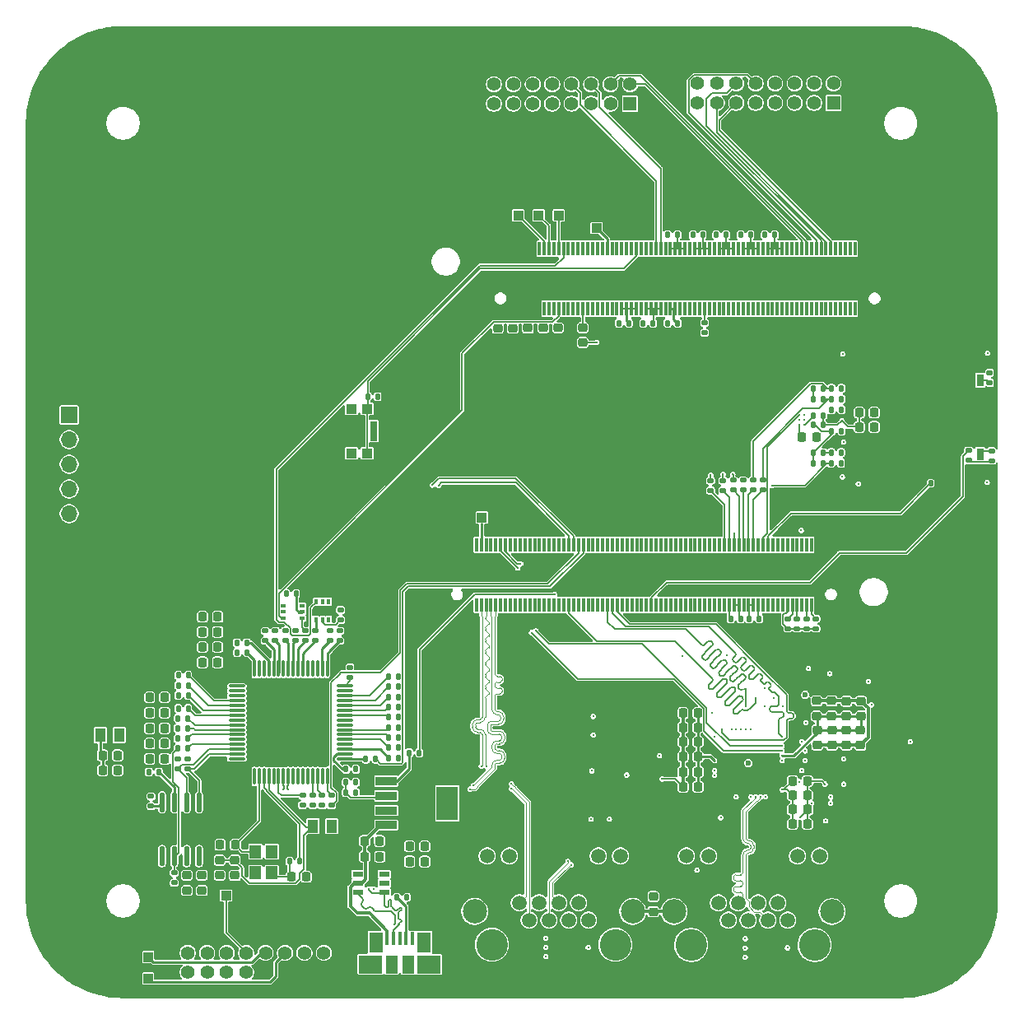
<source format=gbr>
%TF.GenerationSoftware,KiCad,Pcbnew,9.0.3*%
%TF.CreationDate,2025-08-30T15:17:28-07:00*%
%TF.ProjectId,imx8x_carrier_v2,696d7838-785f-4636-9172-726965725f76,A*%
%TF.SameCoordinates,Original*%
%TF.FileFunction,Copper,L1,Top*%
%TF.FilePolarity,Positive*%
%FSLAX46Y46*%
G04 Gerber Fmt 4.6, Leading zero omitted, Abs format (unit mm)*
G04 Created by KiCad (PCBNEW 9.0.3) date 2025-08-30 15:17:28*
%MOMM*%
%LPD*%
G01*
G04 APERTURE LIST*
G04 Aperture macros list*
%AMRoundRect*
0 Rectangle with rounded corners*
0 $1 Rounding radius*
0 $2 $3 $4 $5 $6 $7 $8 $9 X,Y pos of 4 corners*
0 Add a 4 corners polygon primitive as box body*
4,1,4,$2,$3,$4,$5,$6,$7,$8,$9,$2,$3,0*
0 Add four circle primitives for the rounded corners*
1,1,$1+$1,$2,$3*
1,1,$1+$1,$4,$5*
1,1,$1+$1,$6,$7*
1,1,$1+$1,$8,$9*
0 Add four rect primitives between the rounded corners*
20,1,$1+$1,$2,$3,$4,$5,0*
20,1,$1+$1,$4,$5,$6,$7,0*
20,1,$1+$1,$6,$7,$8,$9,0*
20,1,$1+$1,$8,$9,$2,$3,0*%
G04 Aperture macros list end*
%TA.AperFunction,SMDPad,CuDef*%
%ADD10RoundRect,0.135000X-0.135000X-0.185000X0.135000X-0.185000X0.135000X0.185000X-0.135000X0.185000X0*%
%TD*%
%TA.AperFunction,ComponentPad*%
%ADD11R,1.700000X1.700000*%
%TD*%
%TA.AperFunction,ComponentPad*%
%ADD12O,1.700000X1.700000*%
%TD*%
%TA.AperFunction,SMDPad,CuDef*%
%ADD13RoundRect,0.135000X0.135000X0.185000X-0.135000X0.185000X-0.135000X-0.185000X0.135000X-0.185000X0*%
%TD*%
%TA.AperFunction,SMDPad,CuDef*%
%ADD14RoundRect,0.225000X-0.225000X-0.250000X0.225000X-0.250000X0.225000X0.250000X-0.225000X0.250000X0*%
%TD*%
%TA.AperFunction,SMDPad,CuDef*%
%ADD15RoundRect,0.225000X0.225000X0.250000X-0.225000X0.250000X-0.225000X-0.250000X0.225000X-0.250000X0*%
%TD*%
%TA.AperFunction,SMDPad,CuDef*%
%ADD16R,0.450000X1.380000*%
%TD*%
%TA.AperFunction,SMDPad,CuDef*%
%ADD17R,2.380000X1.900000*%
%TD*%
%TA.AperFunction,SMDPad,CuDef*%
%ADD18R,1.480000X2.100000*%
%TD*%
%TA.AperFunction,SMDPad,CuDef*%
%ADD19R,1.180000X1.900000*%
%TD*%
%TA.AperFunction,SMDPad,CuDef*%
%ADD20RoundRect,0.225000X0.250000X-0.225000X0.250000X0.225000X-0.250000X0.225000X-0.250000X-0.225000X0*%
%TD*%
%TA.AperFunction,SMDPad,CuDef*%
%ADD21RoundRect,0.225000X-0.250000X0.225000X-0.250000X-0.225000X0.250000X-0.225000X0.250000X0.225000X0*%
%TD*%
%TA.AperFunction,SMDPad,CuDef*%
%ADD22RoundRect,0.135000X0.185000X-0.135000X0.185000X0.135000X-0.185000X0.135000X-0.185000X-0.135000X0*%
%TD*%
%TA.AperFunction,SMDPad,CuDef*%
%ADD23RoundRect,0.135000X-0.185000X0.135000X-0.185000X-0.135000X0.185000X-0.135000X0.185000X0.135000X0*%
%TD*%
%TA.AperFunction,ComponentPad*%
%ADD24C,3.250000*%
%TD*%
%TA.AperFunction,ComponentPad*%
%ADD25C,1.520000*%
%TD*%
%TA.AperFunction,ComponentPad*%
%ADD26C,2.500000*%
%TD*%
%TA.AperFunction,SMDPad,CuDef*%
%ADD27R,0.420000X0.600000*%
%TD*%
%TA.AperFunction,ComponentPad*%
%ADD28R,1.400000X1.400000*%
%TD*%
%TA.AperFunction,ComponentPad*%
%ADD29C,1.400000*%
%TD*%
%TA.AperFunction,ComponentPad*%
%ADD30R,1.000000X1.000000*%
%TD*%
%TA.AperFunction,SMDPad,CuDef*%
%ADD31R,1.130000X1.380000*%
%TD*%
%TA.AperFunction,SMDPad,CuDef*%
%ADD32R,1.200000X1.400000*%
%TD*%
%TA.AperFunction,SMDPad,CuDef*%
%ADD33R,0.760000X1.270000*%
%TD*%
%TA.AperFunction,SMDPad,CuDef*%
%ADD34R,1.100000X1.000000*%
%TD*%
%TA.AperFunction,SMDPad,CuDef*%
%ADD35R,0.700000X2.000000*%
%TD*%
%TA.AperFunction,SMDPad,CuDef*%
%ADD36R,1.100000X0.600000*%
%TD*%
%TA.AperFunction,SMDPad,CuDef*%
%ADD37R,2.200000X0.900000*%
%TD*%
%TA.AperFunction,SMDPad,CuDef*%
%ADD38R,2.200000X3.500000*%
%TD*%
%TA.AperFunction,SMDPad,CuDef*%
%ADD39O,0.590000X2.050000*%
%TD*%
%TA.AperFunction,SMDPad,CuDef*%
%ADD40R,0.305000X1.450000*%
%TD*%
%TA.AperFunction,SMDPad,CuDef*%
%ADD41C,0.200000*%
%TD*%
%TA.AperFunction,SMDPad,CuDef*%
%ADD42R,0.600000X0.420000*%
%TD*%
%TA.AperFunction,SMDPad,CuDef*%
%ADD43O,0.280000X1.800000*%
%TD*%
%TA.AperFunction,SMDPad,CuDef*%
%ADD44O,1.800000X0.280000*%
%TD*%
%TA.AperFunction,ViaPad*%
%ADD45C,0.300000*%
%TD*%
%TA.AperFunction,ViaPad*%
%ADD46C,0.600000*%
%TD*%
%TA.AperFunction,Conductor*%
%ADD47C,0.250000*%
%TD*%
%TA.AperFunction,Conductor*%
%ADD48C,0.150000*%
%TD*%
%TA.AperFunction,Conductor*%
%ADD49C,0.300000*%
%TD*%
%TA.AperFunction,Conductor*%
%ADD50C,0.124000*%
%TD*%
%TA.AperFunction,Conductor*%
%ADD51C,0.158200*%
%TD*%
G04 APERTURE END LIST*
D10*
%TO.P,R87,1*%
%TO.N,VCC_LDO_SD1*%
X149730000Y-67320000D03*
%TO.P,R87,2*%
%TO.N,X_CONN_USDHC1_CLK*%
X150750000Y-67320000D03*
%TD*%
%TO.P,R62,1*%
%TO.N,GND*%
X82456800Y-97879600D03*
%TO.P,R62,2*%
%TO.N,Net-(U4-BCBUS6)*%
X83476800Y-97879600D03*
%TD*%
D11*
%TO.P,J3,1,Pin_1*%
%TO.N,X_ADMA_UART2_RX*%
X71297800Y-65633600D03*
D12*
%TO.P,J3,2,Pin_2*%
%TO.N,GND*%
X71297800Y-68173600D03*
%TO.P,J3,3,Pin_3*%
X71297800Y-70713600D03*
%TO.P,J3,4,Pin_4*%
X71297800Y-73253600D03*
%TO.P,J3,5,Pin_5*%
%TO.N,X_ADMA_UART2_TX*%
X71297800Y-75793600D03*
%TD*%
D13*
%TO.P,R66,1*%
%TO.N,Net-(U4-OSCO)*%
X94984600Y-111555800D03*
%TO.P,R66,2*%
%TO.N,/Debug USB - UART/FTDI_OSCO*%
X93964600Y-111555800D03*
%TD*%
D14*
%TO.P,C50,1*%
%TO.N,VBUS_DEBUG_USB*%
X101701400Y-111077400D03*
%TO.P,C50,2*%
%TO.N,GND*%
X103251400Y-111077400D03*
%TD*%
D15*
%TO.P,C39,1*%
%TO.N,3V3_FTDI*%
X81112800Y-101009200D03*
%TO.P,C39,2*%
%TO.N,GND*%
X79562800Y-101009200D03*
%TD*%
D13*
%TO.P,R119,1*%
%TO.N,GND*%
X142264100Y-86607600D03*
%TO.P,R119,2*%
%TO.N,Net-(J1-B13)*%
X141244100Y-86607600D03*
%TD*%
%TO.P,R51,1*%
%TO.N,GND*%
X105170400Y-93612400D03*
%TO.P,R51,2*%
%TO.N,Net-(U4-ACBUS3)*%
X104150400Y-93612400D03*
%TD*%
%TO.P,R71,1*%
%TO.N,3V3_FTDI*%
X100772200Y-103416800D03*
%TO.P,R71,2*%
%TO.N,Net-(U5-ADJ)*%
X99752200Y-103416800D03*
%TD*%
D10*
%TO.P,R86,1*%
%TO.N,VCC_LDO_SD1*%
X147850000Y-64000000D03*
%TO.P,R86,2*%
%TO.N,X_CONN_USDHC1_DATA3*%
X148870000Y-64000000D03*
%TD*%
D15*
%TO.P,C41,1*%
%TO.N,3V3_FTDI*%
X81112800Y-97869000D03*
%TO.P,C41,2*%
%TO.N,GND*%
X79562800Y-97869000D03*
%TD*%
D14*
%TO.P,C43,1*%
%TO.N,Net-(U4-VPLL)*%
X74726400Y-100644800D03*
%TO.P,C43,2*%
%TO.N,GND*%
X76276400Y-100644800D03*
%TD*%
D13*
%TO.P,R36,1*%
%TO.N,GND*%
X100776400Y-102074800D03*
%TO.P,R36,2*%
%TO.N,Net-(U4-ADBUS2)*%
X99756400Y-102074800D03*
%TD*%
D16*
%TO.P,USB1,1,VBUS*%
%TO.N,VBUS_DEBUG_USB*%
X104015200Y-119502400D03*
%TO.P,USB1,2,Data-*%
%TO.N,/Debug USB - UART/DEBUG_USB_DN*%
X104665200Y-119502400D03*
%TO.P,USB1,3,Data+*%
%TO.N,/Debug USB - UART/DEBUG_USB_DP*%
X105315200Y-119502400D03*
%TO.P,USB1,4,ID*%
%TO.N,/Debug USB - UART/DEBUG_USB_ID*%
X105965200Y-119502400D03*
%TO.P,USB1,5,GND*%
%TO.N,GND*%
X106615200Y-119502400D03*
D17*
%TO.P,USB1,6*%
X102285200Y-122162400D03*
D18*
X102855200Y-119862400D03*
D19*
X104475200Y-122162400D03*
X106155200Y-122162400D03*
D18*
X107775200Y-119862400D03*
D17*
X108305200Y-122162400D03*
%TD*%
D14*
%TO.P,C52,1*%
%TO.N,3V3_FTDI*%
X106307400Y-111570200D03*
%TO.P,C52,2*%
%TO.N,GND*%
X107857400Y-111570200D03*
%TD*%
D15*
%TO.P,C3,1*%
%TO.N,VCC_ENET_2V5*%
X135985003Y-103887335D03*
%TO.P,C3,2*%
%TO.N,GND*%
X134435003Y-103887335D03*
%TD*%
D10*
%TO.P,R58,1*%
%TO.N,GND*%
X82520200Y-93449400D03*
%TO.P,R58,2*%
%TO.N,Net-(U4-BCBUS2)*%
X83540200Y-93449400D03*
%TD*%
D20*
%TO.P,C68,1*%
%TO.N,VCC_3V3*%
X115381745Y-58250956D03*
%TO.P,C68,2*%
%TO.N,GND*%
X115381745Y-56700956D03*
%TD*%
%TO.P,C65,1*%
%TO.N,VCC_3V3*%
X116933170Y-58262820D03*
%TO.P,C65,2*%
%TO.N,GND*%
X116933170Y-56712820D03*
%TD*%
D21*
%TO.P,C70,1*%
%TO.N,VDD_ADC_1V8*%
X124131100Y-56649600D03*
%TO.P,C70,2*%
%TO.N,GND*%
X124131100Y-58199600D03*
%TD*%
D22*
%TO.P,R132,1*%
%TO.N,GND*%
X147160000Y-87610000D03*
%TO.P,R132,2*%
%TO.N,Net-(J1-B2)*%
X147160000Y-86590000D03*
%TD*%
D15*
%TO.P,C38,1*%
%TO.N,1V8_FTDI*%
X86571800Y-86388200D03*
%TO.P,C38,2*%
%TO.N,GND*%
X85021800Y-86388200D03*
%TD*%
D14*
%TO.P,C44,1*%
%TO.N,Net-(U4-VPLL)*%
X74738200Y-102178200D03*
%TO.P,C44,2*%
%TO.N,GND*%
X76288200Y-102178200D03*
%TD*%
D23*
%TO.P,R101,1*%
%TO.N,X_CONN_USDHC1_DATA0*%
X139588100Y-72357600D03*
%TO.P,R101,2*%
%TO.N,Net-(J1-A16)*%
X139588100Y-73377600D03*
%TD*%
D15*
%TO.P,C7,1*%
%TO.N,VCC_ENET_2V5*%
X135975004Y-97774134D03*
%TO.P,C7,2*%
%TO.N,GND*%
X134425004Y-97774134D03*
%TD*%
D21*
%TO.P,C27,1*%
%TO.N,VCC_ENET_2V5*%
X152690003Y-98057335D03*
%TO.P,C27,2*%
%TO.N,GND*%
X152690003Y-99607335D03*
%TD*%
D23*
%TO.P,R44,1*%
%TO.N,GND*%
X93531200Y-87842600D03*
%TO.P,R44,2*%
%TO.N,Net-(U4-BDBUS3)*%
X93531200Y-88862600D03*
%TD*%
D13*
%TO.P,R49,1*%
%TO.N,GND*%
X105170400Y-95695200D03*
%TO.P,R49,2*%
%TO.N,Net-(U4-ACBUS1)*%
X104150400Y-95695200D03*
%TD*%
D24*
%TO.P,RJ1,*%
%TO.N,*%
X114790000Y-120140000D03*
X127490000Y-120140000D03*
D25*
%TO.P,RJ1,1,1*%
%TO.N,X_ETH0_A_TX_P*%
X124720000Y-117600000D03*
%TO.P,RJ1,2,2*%
%TO.N,X_ETH0_A_TX_N*%
X123700000Y-115820000D03*
%TO.P,RJ1,3,3*%
%TO.N,X_ETH0_B_TX_P*%
X122680000Y-117600000D03*
%TO.P,RJ1,4,4*%
%TO.N,X_ETH0_C_TXCLK_P*%
X121660000Y-115820000D03*
%TO.P,RJ1,5,5*%
%TO.N,X_ETH0_C_TXCLK_N*%
X120640000Y-117600000D03*
%TO.P,RJ1,6,6*%
%TO.N,X_ETH0_B_TX_N*%
X119620000Y-115820000D03*
%TO.P,RJ1,7,7*%
%TO.N,X_ETH0_D_RXDV_P*%
X118600000Y-117600000D03*
%TO.P,RJ1,8,8*%
%TO.N,X_ETH0_D_RXDV_N*%
X117580000Y-115820000D03*
%TO.P,RJ1,9,L-*%
%TO.N,Net-(RJ1-L-)*%
X128000000Y-111000000D03*
%TO.P,RJ1,10,L+*%
%TO.N,VCC_3V3_OUT*%
X125710000Y-111000000D03*
%TO.P,RJ1,11,R-*%
%TO.N,Net-(RJ1-R-)*%
X116570000Y-111000000D03*
%TO.P,RJ1,12,R+*%
%TO.N,VCC_3V3_OUT*%
X114280000Y-111000000D03*
D26*
%TO.P,RJ1,13,SHELL*%
%TO.N,GNDPWR*%
X113010000Y-116710000D03*
%TO.P,RJ1,14,SHELL*%
X129270000Y-116710000D03*
%TD*%
D10*
%TO.P,R47,1*%
%TO.N,GND*%
X88540000Y-89070000D03*
%TO.P,R47,2*%
%TO.N,Net-(U4-BDBUS6)*%
X89560000Y-89070000D03*
%TD*%
D13*
%TO.P,R74,1*%
%TO.N,Net-(U4-EEDATA)*%
X83474800Y-99962400D03*
%TO.P,R74,2*%
%TO.N,Net-(U6-ORG)*%
X82454800Y-99962400D03*
%TD*%
D23*
%TO.P,R45,1*%
%TO.N,GND*%
X92489800Y-87844600D03*
%TO.P,R45,2*%
%TO.N,Net-(U4-BDBUS4)*%
X92489800Y-88864600D03*
%TD*%
%TO.P,R105,1*%
%TO.N,X_CONN_USDHC1_DATA3*%
X142636100Y-72357600D03*
%TO.P,R105,2*%
%TO.N,Net-(J1-A13)*%
X142636100Y-73377600D03*
%TD*%
D13*
%TO.P,R80,1*%
%TO.N,Net-(Card1-DAT2)*%
X150720000Y-62900000D03*
%TO.P,R80,2*%
%TO.N,X_CONN_USDHC1_DATA2*%
X149700000Y-62900000D03*
%TD*%
D27*
%TO.P,U8,1,VCCA*%
%TO.N,VCC_1V8_OUT*%
X98001400Y-84844800D03*
%TO.P,U8,2,GND*%
%TO.N,GND*%
X97351400Y-84844800D03*
%TO.P,U8,3,A*%
%TO.N,X_M40_UART0_RX*%
X96701400Y-84844800D03*
%TO.P,U8,4,B*%
%TO.N,/Debug USB - UART/M40_UART0_RX*%
X96701400Y-86744800D03*
%TO.P,U8,5,OE*%
%TO.N,Net-(U8-OE)*%
X97351400Y-86744800D03*
%TO.P,U8,6,VCCB*%
%TO.N,VCC_3V3_OUT*%
X98001400Y-86744800D03*
%TD*%
D15*
%TO.P,C37,1*%
%TO.N,1V8_FTDI*%
X86571800Y-87963000D03*
%TO.P,C37,2*%
%TO.N,GND*%
X85021800Y-87963000D03*
%TD*%
D28*
%TO.P,CN2,1,1*%
%TO.N,X_ADMA_SPI2_CS0*%
X149910800Y-33546800D03*
D29*
%TO.P,CN2,2,2*%
%TO.N,X_LSIO_QSPI0B_DATA3*%
X149910800Y-31546800D03*
%TO.P,CN2,3,3*%
%TO.N,X_ADMA_SPI2_CS1*%
X147910800Y-33546800D03*
%TO.P,CN2,4,4*%
%TO.N,X_LSIO_QSPI0B_DATA2*%
X147910800Y-31546800D03*
%TO.P,CN2,5,5*%
%TO.N,X_ADMA_SPI2_SCK*%
X145910800Y-33546800D03*
%TO.P,CN2,6,6*%
%TO.N,X_LSIO_QSPI0B_DATA1*%
X145910800Y-31546800D03*
%TO.P,CN2,7,7*%
%TO.N,X_ADMA_SPI2_SDI*%
X143910800Y-33546800D03*
%TO.P,CN2,8,8*%
%TO.N,X_LSIO_QSPI0B_DATA0*%
X143910800Y-31546800D03*
%TO.P,CN2,9,9*%
%TO.N,X_ADMA_SPI2_SDO*%
X141910800Y-33546800D03*
%TO.P,CN2,10,10*%
%TO.N,X_LSIO_QSPI0B_DQS*%
X141910800Y-31546800D03*
%TO.P,CN2,11,11*%
%TO.N,X_LSIO_QSPIOB_SS0_B*%
X139910800Y-33546800D03*
%TO.P,CN2,12,12*%
%TO.N,X_LSIO_QSPI0B_SCLK*%
X139910800Y-31546800D03*
%TO.P,CN2,13,13*%
%TO.N,X_LSIO_QSPIOB_SS1_B*%
X137910800Y-33546800D03*
%TO.P,CN2,14,14*%
%TO.N,GND*%
X137910800Y-31546800D03*
%TO.P,CN2,15,15*%
X135910800Y-33546800D03*
%TO.P,CN2,16,16*%
X135910800Y-31546800D03*
%TD*%
D14*
%TO.P,C62,1*%
%TO.N,Net-(Card1-VDD)*%
X152560000Y-65400000D03*
%TO.P,C62,2*%
%TO.N,GND*%
X154110000Y-65400000D03*
%TD*%
D10*
%TO.P,R91,1*%
%TO.N,VCC_LDO_SD1*%
X147850001Y-66680000D03*
%TO.P,R91,2*%
%TO.N,Net-(Card1-VDD)*%
X148870001Y-66680000D03*
%TD*%
D21*
%TO.P,C34,1*%
%TO.N,3V3_FTDI*%
X83401200Y-112992600D03*
%TO.P,C34,2*%
%TO.N,GND*%
X83401200Y-114542600D03*
%TD*%
D23*
%TO.P,R100,1*%
%TO.N,X_CONN_USDHC1_DATA1*%
X140604100Y-72357600D03*
%TO.P,R100,2*%
%TO.N,Net-(J1-A15)*%
X140604100Y-73377600D03*
%TD*%
D20*
%TO.P,C29,1*%
%TO.N,VCC_ENET_2V5*%
X148170003Y-96602335D03*
%TO.P,C29,2*%
%TO.N,GND*%
X148170003Y-95052335D03*
%TD*%
D10*
%TO.P,R63,1*%
%TO.N,3V3_FTDI*%
X82454800Y-98921000D03*
%TO.P,R63,2*%
%TO.N,Net-(U4-BCBUS7)*%
X83474800Y-98921000D03*
%TD*%
D23*
%TO.P,R46,1*%
%TO.N,GND*%
X91473800Y-87844600D03*
%TO.P,R46,2*%
%TO.N,Net-(U4-BDBUS5)*%
X91473800Y-88864600D03*
%TD*%
D14*
%TO.P,C64,1*%
%TO.N,VCC_3V3_OUT*%
X146645000Y-67890000D03*
%TO.P,C64,2*%
%TO.N,GND*%
X148195000Y-67890000D03*
%TD*%
D23*
%TO.P,R67,1*%
%TO.N,Net-(U4-~{RESET})*%
X97326400Y-104784800D03*
%TO.P,R67,2*%
%TO.N,3V3_FTDI*%
X97326400Y-105804800D03*
%TD*%
D10*
%TO.P,R125,1*%
%TO.N,GND*%
X132844100Y-47107600D03*
%TO.P,R125,2*%
%TO.N,Net-(J4-C36)*%
X133864100Y-47107600D03*
%TD*%
D30*
%TO.P,TP10,1,1*%
%TO.N,Net-(CN1-Pad8)*%
X79425800Y-121386600D03*
%TD*%
D10*
%TO.P,R123,1*%
%TO.N,GND*%
X137844100Y-47107600D03*
%TO.P,R123,2*%
%TO.N,Net-(J4-C26)*%
X138864100Y-47107600D03*
%TD*%
D13*
%TO.P,R48,1*%
%TO.N,GND*%
X105168400Y-96736600D03*
%TO.P,R48,2*%
%TO.N,Net-(U4-ACBUS0)*%
X104148400Y-96736600D03*
%TD*%
D23*
%TO.P,R79,1*%
%TO.N,VCC_1V8_OUT*%
X99201400Y-85699800D03*
%TO.P,R79,2*%
%TO.N,Net-(U8-OE)*%
X99201400Y-86719800D03*
%TD*%
D15*
%TO.P,C36,1*%
%TO.N,1V8_FTDI*%
X86571800Y-89512400D03*
%TO.P,C36,2*%
%TO.N,GND*%
X85021800Y-89512400D03*
%TD*%
D13*
%TO.P,R37,1*%
%TO.N,GND*%
X105168400Y-100902200D03*
%TO.P,R37,2*%
%TO.N,Net-(U4-ADBUS3)*%
X104148400Y-100902200D03*
%TD*%
D15*
%TO.P,C6,1*%
%TO.N,VCC_ENET_2V5*%
X135985003Y-99240736D03*
%TO.P,C6,2*%
%TO.N,GND*%
X134435003Y-99240736D03*
%TD*%
D30*
%TO.P,TP12,1,1*%
%TO.N,VCC_1V8_OUT*%
X119590200Y-45111600D03*
%TD*%
D15*
%TO.P,C4,1*%
%TO.N,VCC_ENET_2V5*%
X135985003Y-102340736D03*
%TO.P,C4,2*%
%TO.N,GND*%
X134435003Y-102340736D03*
%TD*%
D10*
%TO.P,R70,1*%
%TO.N,Net-(U5-ADJ)*%
X99752200Y-104483600D03*
%TO.P,R70,2*%
%TO.N,GND*%
X100772200Y-104483600D03*
%TD*%
%TO.P,R60,1*%
%TO.N,GND*%
X82518200Y-95822200D03*
%TO.P,R60,2*%
%TO.N,Net-(U4-BCBUS4)*%
X83538200Y-95822200D03*
%TD*%
D15*
%TO.P,C53,1*%
%TO.N,3V3_FTDI*%
X81111600Y-96268800D03*
%TO.P,C53,2*%
%TO.N,GND*%
X79561600Y-96268800D03*
%TD*%
D20*
%TO.P,C28,1*%
%TO.N,VCC_ENET_2V5*%
X152740004Y-96612335D03*
%TO.P,C28,2*%
%TO.N,GND*%
X152740004Y-95062335D03*
%TD*%
D14*
%TO.P,C49,1*%
%TO.N,VBUS_DEBUG_USB*%
X101689000Y-109451800D03*
%TO.P,C49,2*%
%TO.N,GND*%
X103239000Y-109451800D03*
%TD*%
D10*
%TO.P,R122,1*%
%TO.N,GND*%
X140344100Y-47107600D03*
%TO.P,R122,2*%
%TO.N,Net-(J4-C21)*%
X141364100Y-47107600D03*
%TD*%
D31*
%TO.P,L4,1,1*%
%TO.N,3V3_FTDI*%
X98321400Y-107944800D03*
%TO.P,L4,2,2*%
%TO.N,Net-(U4-VPHY)*%
X96381400Y-107944800D03*
%TD*%
D10*
%TO.P,R136,1*%
%TO.N,SD1_SPWR*%
X147850001Y-65680000D03*
%TO.P,R136,2*%
%TO.N,Net-(Card1-VDD)*%
X148870001Y-65680000D03*
%TD*%
D22*
%TO.P,R133,1*%
%TO.N,GND*%
X146160000Y-87610000D03*
%TO.P,R133,2*%
%TO.N,Net-(J1-B4)*%
X146160000Y-86590000D03*
%TD*%
D20*
%TO.P,C25,1*%
%TO.N,VCC_ENET_2V5*%
X151250004Y-96622336D03*
%TO.P,C25,2*%
%TO.N,GND*%
X151250004Y-95072336D03*
%TD*%
D23*
%TO.P,R75,1*%
%TO.N,3V3_FTDI*%
X83526400Y-101024800D03*
%TO.P,R75,2*%
%TO.N,Net-(U4-EECS)*%
X83526400Y-102044800D03*
%TD*%
D10*
%TO.P,R95,1*%
%TO.N,~{X_nRESET_IN}*%
X102006400Y-63754000D03*
%TO.P,R95,2*%
%TO.N,VCC_3V3_OUT*%
X103026400Y-63754000D03*
%TD*%
%TO.P,R124,1*%
%TO.N,GND*%
X135444100Y-47107600D03*
%TO.P,R124,2*%
%TO.N,Net-(J4-C31)*%
X136464100Y-47107600D03*
%TD*%
D20*
%TO.P,C69,1*%
%TO.N,VCC_3V3*%
X118482570Y-58249819D03*
%TO.P,C69,2*%
%TO.N,GND*%
X118482570Y-56699819D03*
%TD*%
D15*
%TO.P,C42,1*%
%TO.N,3V3_FTDI*%
X81111600Y-94668600D03*
%TO.P,C42,2*%
%TO.N,GND*%
X79561600Y-94668600D03*
%TD*%
D13*
%TO.P,R72,1*%
%TO.N,Net-(U6-DI)*%
X80520200Y-102363800D03*
%TO.P,R72,2*%
%TO.N,VCC_3V3_OUT*%
X79500200Y-102363800D03*
%TD*%
D23*
%TO.P,R41,1*%
%TO.N,/Debug USB - UART/M40_UART0_RX*%
X96630000Y-87844600D03*
%TO.P,R41,2*%
%TO.N,Net-(U4-BDBUS0)*%
X96630000Y-88864600D03*
%TD*%
D21*
%TO.P,C46,1*%
%TO.N,Net-(U4-VPHY)*%
X86774800Y-111443200D03*
%TO.P,C46,2*%
%TO.N,GND*%
X86774800Y-112993200D03*
%TD*%
D22*
%TO.P,R126,1*%
%TO.N,GND*%
X136654100Y-57177600D03*
%TO.P,R126,2*%
%TO.N,Net-(J4-D32)*%
X136654100Y-56157600D03*
%TD*%
D23*
%TO.P,R76,1*%
%TO.N,3V3_FTDI*%
X82476400Y-101034800D03*
%TO.P,R76,2*%
%TO.N,Net-(U4-EECLK)*%
X82476400Y-102054800D03*
%TD*%
D32*
%TO.P,Y2,1,1*%
%TO.N,/Debug USB - UART/FTDI_OSCO*%
X92137800Y-112749600D03*
%TO.P,Y2,2,2*%
%TO.N,GND*%
X92137800Y-110549600D03*
%TO.P,Y2,3,3*%
%TO.N,/Debug USB - UART/FTDI_OSCI*%
X90437800Y-110549600D03*
%TO.P,Y2,4,4*%
%TO.N,GND*%
X90437800Y-112749600D03*
%TD*%
D22*
%TO.P,R131,1*%
%TO.N,GND*%
X148110000Y-87610000D03*
%TO.P,R131,2*%
%TO.N,Net-(J1-B1)*%
X148110000Y-86590000D03*
%TD*%
D23*
%TO.P,R64,1*%
%TO.N,Net-(U4-TEST)*%
X96350600Y-104786400D03*
%TO.P,R64,2*%
%TO.N,GND*%
X96350600Y-105806400D03*
%TD*%
D14*
%TO.P,C24,1*%
%TO.N,Net-(Q1-D)*%
X145690003Y-107707335D03*
%TO.P,C24,2*%
%TO.N,GND*%
X147240003Y-107707335D03*
%TD*%
D13*
%TO.P,R52,1*%
%TO.N,GND*%
X105170400Y-92571000D03*
%TO.P,R52,2*%
%TO.N,Net-(U4-ACBUS4)*%
X104150400Y-92571000D03*
%TD*%
D21*
%TO.P,C45,1*%
%TO.N,Net-(U4-VPHY)*%
X88331200Y-111447600D03*
%TO.P,C45,2*%
%TO.N,GND*%
X88331200Y-112997600D03*
%TD*%
D22*
%TO.P,R134,1*%
%TO.N,GND*%
X145210000Y-87610000D03*
%TO.P,R134,2*%
%TO.N,Net-(J1-B5)*%
X145210000Y-86590000D03*
%TD*%
D14*
%TO.P,C20,1*%
%TO.N,Net-(Q1-D)*%
X145690003Y-103297335D03*
%TO.P,C20,2*%
%TO.N,GND*%
X147240003Y-103297335D03*
%TD*%
D30*
%TO.P,TP9,1,1*%
%TO.N,Net-(CN1-Pad6)*%
X79425800Y-123621800D03*
%TD*%
D10*
%TO.P,R129,1*%
%TO.N,GND*%
X127844100Y-56207600D03*
%TO.P,R129,2*%
%TO.N,Net-(J4-D46)*%
X128864100Y-56207600D03*
%TD*%
D14*
%TO.P,C23,1*%
%TO.N,Net-(Q1-D)*%
X145690003Y-106227335D03*
%TO.P,C23,2*%
%TO.N,GND*%
X147240003Y-106227335D03*
%TD*%
D21*
%TO.P,C33,1*%
%TO.N,3V3_FTDI*%
X84946000Y-112992600D03*
%TO.P,C33,2*%
%TO.N,GND*%
X84946000Y-114542600D03*
%TD*%
D22*
%TO.P,R98,1*%
%TO.N,VCC_SCU_1V8*%
X166170001Y-70350000D03*
%TO.P,R98,2*%
%TO.N,X_BOOT_MODE0*%
X166170001Y-69330000D03*
%TD*%
D24*
%TO.P,RJ2,*%
%TO.N,*%
X135280001Y-120150001D03*
X147980001Y-120150001D03*
D25*
%TO.P,RJ2,1,1*%
%TO.N,ETH1_A_TX_P*%
X145210001Y-117610001D03*
%TO.P,RJ2,2,2*%
%TO.N,ETH1_A_TX_N*%
X144190001Y-115830001D03*
%TO.P,RJ2,3,3*%
%TO.N,ETH1_B_TX_P*%
X143170001Y-117610001D03*
%TO.P,RJ2,4,4*%
%TO.N,ETH1_C_TXCLK_P*%
X142150001Y-115830001D03*
%TO.P,RJ2,5,5*%
%TO.N,ETH1_C_TXCLK_N*%
X141130001Y-117610001D03*
%TO.P,RJ2,6,6*%
%TO.N,ETH1_B_TX_N*%
X140110001Y-115830001D03*
%TO.P,RJ2,7,7*%
%TO.N,ETH1_D_RXDV_P*%
X139090001Y-117610001D03*
%TO.P,RJ2,8,8*%
%TO.N,ETH1_D_RXDV_N*%
X138070001Y-115830001D03*
%TO.P,RJ2,9,L-*%
%TO.N,Net-(RJ2-L-)*%
X148490001Y-111010001D03*
%TO.P,RJ2,10,L+*%
%TO.N,VCC_3V3_OUT*%
X146200001Y-111010001D03*
%TO.P,RJ2,11,R-*%
%TO.N,Net-(RJ2-R-)*%
X137060001Y-111010001D03*
%TO.P,RJ2,12,R+*%
%TO.N,VCC_3V3_OUT*%
X134770001Y-111010001D03*
D26*
%TO.P,RJ2,13,SHELL*%
%TO.N,GNDPWR*%
X133500001Y-116720001D03*
%TO.P,RJ2,14,SHELL*%
X149760001Y-116720001D03*
%TD*%
D22*
%TO.P,R77,1*%
%TO.N,3V3_FTDI*%
X82103800Y-113757600D03*
%TO.P,R77,2*%
%TO.N,Net-(U6-ORG)*%
X82103800Y-112737600D03*
%TD*%
D23*
%TO.P,R53,1*%
%TO.N,GND*%
X100173200Y-91591200D03*
%TO.P,R53,2*%
%TO.N,Net-(U4-ACBUS5)*%
X100173200Y-92611200D03*
%TD*%
%TO.P,R92,1*%
%TO.N,X_CONN_USDHC1_DATA2*%
X141620100Y-72357600D03*
%TO.P,R92,2*%
%TO.N,Net-(J1-A14)*%
X141620100Y-73377600D03*
%TD*%
D33*
%TO.P,SW1,1*%
%TO.N,Net-(R99-Pad1)*%
X164980000Y-62070000D03*
%TO.P,SW1,2*%
%TO.N,X_BOOT_MODE0*%
X164980000Y-69690000D03*
%TD*%
D23*
%TO.P,R65,1*%
%TO.N,Net-(U4-REF)*%
X95301400Y-104759800D03*
%TO.P,R65,2*%
%TO.N,GND*%
X95301400Y-105779800D03*
%TD*%
D13*
%TO.P,R40,1*%
%TO.N,GND*%
X105164400Y-97778000D03*
%TO.P,R40,2*%
%TO.N,Net-(U4-ADBUS6)*%
X104144400Y-97778000D03*
%TD*%
D21*
%TO.P,C26,1*%
%TO.N,VCC_ENET_2V5*%
X151230003Y-98052335D03*
%TO.P,C26,2*%
%TO.N,GND*%
X151230003Y-99602335D03*
%TD*%
D22*
%TO.P,R34,1*%
%TO.N,X_ADMA_UART0_RX*%
X98276400Y-105804800D03*
%TO.P,R34,2*%
%TO.N,Net-(U4-ADBUS0)*%
X98276400Y-104784800D03*
%TD*%
D23*
%TO.P,R55,1*%
%TO.N,GND*%
X98103200Y-87846600D03*
%TO.P,R55,2*%
%TO.N,Net-(U4-ACBUS7)*%
X98103200Y-88866600D03*
%TD*%
D34*
%TO.P,SW2,1,1*%
%TO.N,~{X_nRESET_IN}*%
X101940000Y-65000000D03*
%TO.P,SW2,2,2*%
X101940000Y-69600000D03*
%TO.P,SW2,3,3*%
%TO.N,GND*%
X100340000Y-65000000D03*
%TO.P,SW2,4,4*%
X100340000Y-69600000D03*
D35*
%TO.P,SW2,5,5*%
%TO.N,unconnected-(SW2-Pad5)*%
X102660000Y-67300000D03*
%TD*%
D28*
%TO.P,CN1,1,1*%
%TO.N,VCC_3V3*%
X97490000Y-122980000D03*
D29*
%TO.P,CN1,2,2*%
%TO.N,X_ADMA_I2C0_SCL*%
X97490000Y-120980000D03*
%TO.P,CN1,3,3*%
%TO.N,VCC_3V3*%
X95490000Y-122980000D03*
%TO.P,CN1,4,4*%
%TO.N,X_ADMA_I2C0_SDA*%
X95490000Y-120980000D03*
%TO.P,CN1,5,5*%
%TO.N,VCC_3V3*%
X93490000Y-122980000D03*
%TO.P,CN1,6,6*%
%TO.N,Net-(CN1-Pad6)*%
X93490000Y-120980000D03*
%TO.P,CN1,7,7*%
%TO.N,VCC_3V3*%
X91490000Y-122980000D03*
%TO.P,CN1,8,8*%
%TO.N,Net-(CN1-Pad8)*%
X91490000Y-120980000D03*
%TO.P,CN1,9,9*%
%TO.N,GND*%
X89490000Y-122980000D03*
%TO.P,CN1,10,10*%
%TO.N,Net-(CN1-Pad10)*%
X89490000Y-120980000D03*
%TO.P,CN1,11,11*%
%TO.N,GND*%
X87490000Y-122980000D03*
%TO.P,CN1,12,12*%
%TO.N,X_LSIO_GPIO1_IO10*%
X87490000Y-120980000D03*
%TO.P,CN1,13,13*%
%TO.N,GND*%
X85490000Y-122980000D03*
%TO.P,CN1,14,14*%
%TO.N,X_LSIO_GPIO1_IO09*%
X85490000Y-120980000D03*
%TO.P,CN1,15,15*%
%TO.N,GND*%
X83490000Y-122980000D03*
%TO.P,CN1,16,16*%
%TO.N,X_SCU_WDOG0_WDOG_OUT*%
X83490000Y-120980000D03*
%TD*%
D22*
%TO.P,R99,1*%
%TO.N,Net-(R99-Pad1)*%
X165970001Y-62330001D03*
%TO.P,R99,2*%
%TO.N,GND*%
X165970001Y-61310001D03*
%TD*%
D15*
%TO.P,C35,1*%
%TO.N,1V8_FTDI*%
X86571800Y-91078000D03*
%TO.P,C35,2*%
%TO.N,GND*%
X85021800Y-91078000D03*
%TD*%
%TO.P,C5,1*%
%TO.N,VCC_ENET_2V5*%
X135985004Y-100784134D03*
%TO.P,C5,2*%
%TO.N,GND*%
X134435004Y-100784134D03*
%TD*%
D10*
%TO.P,R90,1*%
%TO.N,VCC_3V3*%
X158880000Y-72660000D03*
%TO.P,R90,2*%
%TO.N,X_CONN_USDHC1_CD_B*%
X159900000Y-72660000D03*
%TD*%
D21*
%TO.P,C31,1*%
%TO.N,VCC_ENET_2V5*%
X148230003Y-98047335D03*
%TO.P,C31,2*%
%TO.N,GND*%
X148230003Y-99597335D03*
%TD*%
D13*
%TO.P,R84,1*%
%TO.N,Net-(Card1-DAT1)*%
X150690000Y-70600000D03*
%TO.P,R84,2*%
%TO.N,X_CONN_USDHC1_DATA1*%
X149670000Y-70600000D03*
%TD*%
%TO.P,R82,1*%
%TO.N,Net-(Card1-CMD)*%
X150740000Y-65110000D03*
%TO.P,R82,2*%
%TO.N,X_CONN_USDHC1_CMD*%
X149720000Y-65110000D03*
%TD*%
D14*
%TO.P,C51,1*%
%TO.N,3V3_FTDI*%
X106307400Y-110000000D03*
%TO.P,C51,2*%
%TO.N,GND*%
X107857400Y-110000000D03*
%TD*%
D20*
%TO.P,C30,1*%
%TO.N,VCC_ENET_2V5*%
X149720005Y-96602336D03*
%TO.P,C30,2*%
%TO.N,GND*%
X149720005Y-95052336D03*
%TD*%
D13*
%TO.P,R39,1*%
%TO.N,GND*%
X105166400Y-98819400D03*
%TO.P,R39,2*%
%TO.N,Net-(U4-ADBUS5)*%
X104146400Y-98819400D03*
%TD*%
D10*
%TO.P,R61,1*%
%TO.N,GND*%
X82480200Y-96838200D03*
%TO.P,R61,2*%
%TO.N,Net-(U4-BCBUS5)*%
X83500200Y-96838200D03*
%TD*%
D14*
%TO.P,C47,1*%
%TO.N,GND*%
X86826400Y-109844800D03*
%TO.P,C47,2*%
%TO.N,/Debug USB - UART/FTDI_OSCI*%
X88376400Y-109844800D03*
%TD*%
%TO.P,C63,1*%
%TO.N,Net-(Card1-VDD)*%
X152550000Y-66869998D03*
%TO.P,C63,2*%
%TO.N,GND*%
X154100000Y-66869998D03*
%TD*%
%TO.P,C19,1*%
%TO.N,Net-(Q1-D)*%
X145690003Y-104757335D03*
%TO.P,C19,2*%
%TO.N,GND*%
X147240003Y-104757335D03*
%TD*%
D36*
%TO.P,TV5,1,1*%
%TO.N,/Debug USB - UART/DEBUG_USB_DN*%
X103712400Y-114756800D03*
%TO.P,TV5,2,2*%
%TO.N,GND*%
X103712400Y-113806800D03*
%TO.P,TV5,3,3*%
%TO.N,unconnected-(TV5-Pad3)*%
X103712400Y-112856800D03*
%TO.P,TV5,4,4*%
%TO.N,unconnected-(TV5-Pad4)*%
X101012400Y-112856800D03*
%TO.P,TV5,5,5*%
%TO.N,VBUS_DEBUG_USB*%
X101012400Y-113806800D03*
%TO.P,TV5,6,6*%
%TO.N,/Debug USB - UART/DEBUG_USB_DP*%
X101012400Y-114756800D03*
%TD*%
D13*
%TO.P,R35,1*%
%TO.N,X_ADMA_UART0_TX*%
X102826400Y-101044800D03*
%TO.P,R35,2*%
%TO.N,Net-(U4-ADBUS1)*%
X101806400Y-101044800D03*
%TD*%
D28*
%TO.P,CN3,1,1*%
%TO.N,X_LSIO_GPIO1_IO12*%
X128981200Y-33629600D03*
D29*
%TO.P,CN3,2,2*%
%TO.N,X_LSIO_GPIO1_IO25*%
X128981200Y-31629600D03*
%TO.P,CN3,3,3*%
%TO.N,X_LSIO_GPIO1_IO13*%
X126981200Y-33629600D03*
%TO.P,CN3,4,4*%
%TO.N,X_LSIO_GPIO1_IO26*%
X126981200Y-31629600D03*
%TO.P,CN3,5,5*%
%TO.N,X_LSIO_GPIO1_IO14*%
X124981200Y-33629600D03*
%TO.P,CN3,6,6*%
%TO.N,X_LSIO_GPIO1_IO29*%
X124981200Y-31629600D03*
%TO.P,CN3,7,7*%
%TO.N,X_LSO_GPIO1_IO17*%
X122981200Y-33629600D03*
%TO.P,CN3,8,8*%
%TO.N,X_LSIO_GPIO1_IO30*%
X122981200Y-31629600D03*
%TO.P,CN3,9,9*%
%TO.N,X_LSO_GPIO1_IO18*%
X120981200Y-33629600D03*
%TO.P,CN3,10,10*%
%TO.N,X_ADMA_I2C3_SCL*%
X120981200Y-31629600D03*
%TO.P,CN3,11,11*%
%TO.N,X_LSO_GPIO1_IO19*%
X118981200Y-33629600D03*
%TO.P,CN3,12,12*%
%TO.N,X_ADMA_I2C3_SDA*%
X118981200Y-31629600D03*
%TO.P,CN3,13,13*%
%TO.N,X_LSO_GPIO1_IO20*%
X116981200Y-33629600D03*
%TO.P,CN3,14,14*%
%TO.N,GND*%
X116981200Y-31629600D03*
%TO.P,CN3,15,15*%
X114981200Y-33629600D03*
%TO.P,CN3,16,16*%
X114981200Y-31629600D03*
%TD*%
D10*
%TO.P,R89,1*%
%TO.N,VCC_LDO_SD1*%
X147800000Y-70610000D03*
%TO.P,R89,2*%
%TO.N,X_CONN_USDHC1_DATA1*%
X148820000Y-70610000D03*
%TD*%
%TO.P,R85,1*%
%TO.N,VCC_LDO_SD1*%
X147830001Y-62910000D03*
%TO.P,R85,2*%
%TO.N,X_CONN_USDHC1_DATA2*%
X148850001Y-62910000D03*
%TD*%
%TO.P,R88,1*%
%TO.N,VCC_LDO_SD1*%
X147809398Y-69516999D03*
%TO.P,R88,2*%
%TO.N,X_CONN_USDHC1_DATA0*%
X148829398Y-69516999D03*
%TD*%
D37*
%TO.P,U5,1,EN*%
%TO.N,Net-(U5-EN)*%
X103894000Y-103326600D03*
%TO.P,U5,2,ADJ*%
%TO.N,Net-(U5-ADJ)*%
X103894000Y-104826600D03*
%TO.P,U5,3,OUT*%
%TO.N,3V3_FTDI*%
X103894000Y-106326600D03*
%TO.P,U5,4,IN*%
%TO.N,VBUS_DEBUG_USB*%
X103894000Y-107826600D03*
D38*
%TO.P,U5,5,GND*%
%TO.N,GND*%
X110194000Y-105576600D03*
%TD*%
D15*
%TO.P,C8,1*%
%TO.N,VCC_ENET_2V5*%
X135971806Y-96304135D03*
%TO.P,C8,2*%
%TO.N,GND*%
X134421806Y-96304135D03*
%TD*%
D23*
%TO.P,R54,1*%
%TO.N,GND*%
X99144600Y-87842600D03*
%TO.P,R54,2*%
%TO.N,Net-(U4-ACBUS6)*%
X99144600Y-88862600D03*
%TD*%
D15*
%TO.P,C40,1*%
%TO.N,3V3_FTDI*%
X81111600Y-99443800D03*
%TO.P,C40,2*%
%TO.N,GND*%
X79561600Y-99443800D03*
%TD*%
D13*
%TO.P,R38,1*%
%TO.N,GND*%
X105164400Y-99860800D03*
%TO.P,R38,2*%
%TO.N,Net-(U4-ADBUS4)*%
X104144400Y-99860800D03*
%TD*%
D31*
%TO.P,L3,1,1*%
%TO.N,3V3_FTDI*%
X76433200Y-98578200D03*
%TO.P,L3,2,2*%
%TO.N,Net-(U4-VPLL)*%
X74493200Y-98578200D03*
%TD*%
D30*
%TO.P,TP8,1,1*%
%TO.N,X_SCU_WDOG0_WDOG_OUT*%
X121660000Y-45110000D03*
%TD*%
D39*
%TO.P,U6,1,CS*%
%TO.N,Net-(U4-EECS)*%
X84646200Y-105472800D03*
%TO.P,U6,2,SK*%
%TO.N,Net-(U4-EECLK)*%
X83366200Y-105472800D03*
%TO.P,U6,3,DI*%
%TO.N,Net-(U6-DI)*%
X82106200Y-105472800D03*
%TO.P,U6,4,DO*%
%TO.N,Net-(U6-DO)*%
X80836200Y-105472800D03*
%TO.P,U6,5,GND*%
%TO.N,GND*%
X80836200Y-111012800D03*
%TO.P,U6,6,ORG*%
%TO.N,Net-(U6-ORG)*%
X82106200Y-111012800D03*
%TO.P,U6,7,NC*%
%TO.N,unconnected-(U6-NC-Pad7)*%
X83366200Y-111012800D03*
%TO.P,U6,8,VCC*%
%TO.N,3V3_FTDI*%
X84646200Y-111012800D03*
%TD*%
D10*
%TO.P,R59,1*%
%TO.N,GND*%
X82520200Y-94490800D03*
%TO.P,R59,2*%
%TO.N,Net-(U4-BCBUS3)*%
X83540200Y-94490800D03*
%TD*%
%TO.P,R127,1*%
%TO.N,GND*%
X132844100Y-56207600D03*
%TO.P,R127,2*%
%TO.N,Net-(J4-D38)*%
X133864100Y-56207600D03*
%TD*%
D13*
%TO.P,R83,1*%
%TO.N,Net-(Card1-DAT0)*%
X150709999Y-69500000D03*
%TO.P,R83,2*%
%TO.N,X_CONN_USDHC1_DATA0*%
X149689999Y-69500000D03*
%TD*%
D30*
%TO.P,TP1,1,1*%
%TO.N,X_ETH0_INT*%
X113741200Y-76174600D03*
%TD*%
%TO.P,TP7,1,1*%
%TO.N,VCC_3V3_OUT*%
X117485000Y-45110000D03*
%TD*%
D40*
%TO.P,J4,01,C1*%
%TO.N,unconnected-(J4-C1-Pad01)*%
X152140000Y-48550000D03*
%TO.P,J4,02,D1*%
%TO.N,unconnected-(J4-D1-Pad02)*%
X152140000Y-54722000D03*
%TO.P,J4,03,C2*%
%TO.N,unconnected-(J4-C2-Pad03)*%
X151640000Y-48550000D03*
%TO.P,J4,04,D2*%
%TO.N,unconnected-(J4-D2-Pad04)*%
X151640000Y-54722000D03*
%TO.P,J4,05,C3*%
%TO.N,unconnected-(J4-C3-Pad05)*%
X151140000Y-48550000D03*
%TO.P,J4,06,D3*%
%TO.N,unconnected-(J4-D3-Pad06)*%
X151140000Y-54722000D03*
%TO.P,J4,07,C4*%
%TO.N,unconnected-(J4-C4-Pad07)*%
X150640000Y-48550000D03*
%TO.P,J4,08,D4*%
%TO.N,unconnected-(J4-D4-Pad08)*%
X150640000Y-54722000D03*
%TO.P,J4,09,C5*%
%TO.N,GND*%
X150140000Y-48550000D03*
%TO.P,J4,10,D5*%
X150140000Y-54722000D03*
%TO.P,J4,11,C6*%
%TO.N,X_LSIO_QSPIOB_SS0_B*%
X149640000Y-48550000D03*
%TO.P,J4,12,D6*%
%TO.N,X_LSIO_QSPI0B_DATA0*%
X149640000Y-54722000D03*
%TO.P,J4,13,C7*%
%TO.N,X_LSIO_QSPIOB_SS1_B*%
X149140000Y-48550000D03*
%TO.P,J4,14,D7*%
%TO.N,X_LSIO_QSPI0B_DATA1*%
X149140000Y-54722000D03*
%TO.P,J4,15,C8*%
%TO.N,X_LSIO_QSPI0B_SCLK*%
X148640000Y-48550000D03*
%TO.P,J4,16,D8*%
%TO.N,X_LSIO_QSPI0B_DATA2*%
X148640000Y-54722000D03*
%TO.P,J4,17,C9*%
%TO.N,X_LSIO_QSPI0B_DQS*%
X148140000Y-48550000D03*
%TO.P,J4,18,D9*%
%TO.N,X_LSIO_QSPI0B_DATA3*%
X148140000Y-54722000D03*
%TO.P,J4,19,C10*%
%TO.N,GND*%
X147640000Y-48550000D03*
%TO.P,J4,20,D10*%
%TO.N,VCC_QSPI_1V8*%
X147640000Y-54722000D03*
%TO.P,J4,21,C11*%
%TO.N,X_LSIO_GPIO1_IO26*%
X147140000Y-48550000D03*
%TO.P,J4,22,D11*%
%TO.N,GND*%
X147140000Y-54722000D03*
%TO.P,J4,23,C12*%
%TO.N,X_LSIO_GPIO1_IO25*%
X146640000Y-48550000D03*
%TO.P,J4,24,D12*%
%TO.N,unconnected-(J4-D12-Pad24)*%
X146640000Y-54722000D03*
%TO.P,J4,25,C13*%
%TO.N,unconnected-(J4-C13-Pad25)*%
X146140000Y-48550000D03*
%TO.P,J4,26,D13*%
%TO.N,unconnected-(J4-D13-Pad26)*%
X146140000Y-54722000D03*
%TO.P,J4,27,C14*%
%TO.N,unconnected-(J4-C14-Pad27)*%
X145640000Y-48550000D03*
%TO.P,J4,28,D14*%
%TO.N,unconnected-(J4-D14-Pad28)*%
X145640000Y-54722000D03*
%TO.P,J4,29,C15*%
%TO.N,GND*%
X145140000Y-48550000D03*
%TO.P,J4,30,D15*%
%TO.N,unconnected-(J4-D15-Pad30)*%
X145140000Y-54722000D03*
%TO.P,J4,31,C16*%
%TO.N,Net-(J4-C16)*%
X144640000Y-48550000D03*
%TO.P,J4,32,D16*%
%TO.N,unconnected-(J4-D16-Pad32)*%
X144640000Y-54722000D03*
%TO.P,J4,33,C17*%
%TO.N,Net-(J4-C16)*%
X144140000Y-48550000D03*
%TO.P,J4,34,D17*%
%TO.N,unconnected-(J4-D17-Pad34)*%
X144140000Y-54722000D03*
%TO.P,J4,35,C18*%
%TO.N,Net-(J4-C16)*%
X143640000Y-48550000D03*
%TO.P,J4,36,D18*%
%TO.N,GND*%
X143640000Y-54722000D03*
%TO.P,J4,37,C19*%
%TO.N,Net-(J4-C16)*%
X143140000Y-48550000D03*
%TO.P,J4,38,D19*%
%TO.N,unconnected-(J4-D19-Pad38)*%
X143140000Y-54722000D03*
%TO.P,J4,39,C20*%
%TO.N,GND*%
X142640000Y-48550000D03*
%TO.P,J4,40,D20*%
%TO.N,unconnected-(J4-D20-Pad40)*%
X142640000Y-54722000D03*
%TO.P,J4,41,C21*%
%TO.N,Net-(J4-C21)*%
X142140000Y-48550000D03*
%TO.P,J4,42,D21*%
%TO.N,unconnected-(J4-D21-Pad42)*%
X142140000Y-54722000D03*
%TO.P,J4,43,C22*%
%TO.N,Net-(J4-C21)*%
X141640000Y-48550000D03*
%TO.P,J4,44,D22*%
%TO.N,unconnected-(J4-D22-Pad44)*%
X141640000Y-54722000D03*
%TO.P,J4,45,C23*%
%TO.N,Net-(J4-C21)*%
X141140000Y-48550000D03*
%TO.P,J4,46,D23*%
%TO.N,GND*%
X141140000Y-54722000D03*
%TO.P,J4,47,C24*%
%TO.N,Net-(J4-C21)*%
X140640000Y-48550000D03*
%TO.P,J4,48,D24*%
%TO.N,unconnected-(J4-D24-Pad48)*%
X140640000Y-54722000D03*
%TO.P,J4,49,C25*%
%TO.N,GND*%
X140140000Y-48550000D03*
%TO.P,J4,50,D25*%
%TO.N,unconnected-(J4-D25-Pad50)*%
X140140000Y-54722000D03*
%TO.P,J4,51,C26*%
%TO.N,Net-(J4-C26)*%
X139640000Y-48550000D03*
%TO.P,J4,52,D26*%
%TO.N,unconnected-(J4-D26-Pad52)*%
X139640000Y-54722000D03*
%TO.P,J4,53,C27*%
%TO.N,Net-(J4-C26)*%
X139140000Y-48550000D03*
%TO.P,J4,54,D27*%
%TO.N,unconnected-(J4-D27-Pad54)*%
X139140000Y-54722000D03*
%TO.P,J4,55,C28*%
%TO.N,Net-(J4-C26)*%
X138640000Y-48550000D03*
%TO.P,J4,56,D28*%
%TO.N,GND*%
X138640000Y-54722000D03*
%TO.P,J4,57,C29*%
%TO.N,Net-(J4-C26)*%
X138140000Y-48550000D03*
%TO.P,J4,58,D29*%
%TO.N,unconnected-(J4-D29-Pad58)*%
X138140000Y-54722000D03*
%TO.P,J4,59,C30*%
%TO.N,GND*%
X137640000Y-48550000D03*
%TO.P,J4,60,D30*%
%TO.N,unconnected-(J4-D30-Pad60)*%
X137640000Y-54722000D03*
%TO.P,J4,61,C31*%
%TO.N,Net-(J4-C31)*%
X137140000Y-48550000D03*
%TO.P,J4,62,D31*%
%TO.N,GND*%
X137140000Y-54722000D03*
%TO.P,J4,63,C32*%
%TO.N,Net-(J4-C31)*%
X136640000Y-48550000D03*
%TO.P,J4,64,D32*%
%TO.N,Net-(J4-D32)*%
X136640000Y-54722000D03*
%TO.P,J4,65,C33*%
%TO.N,Net-(J4-C31)*%
X136140000Y-48550000D03*
%TO.P,J4,66,D33*%
%TO.N,X_ADMA_I2C0_SCL*%
X136140000Y-54722000D03*
%TO.P,J4,67,C34*%
%TO.N,Net-(J4-C31)*%
X135640000Y-48550000D03*
%TO.P,J4,68,D34*%
%TO.N,X_ADMA_I2C0_SDA*%
X135640000Y-54722000D03*
%TO.P,J4,69,C35*%
%TO.N,GND*%
X135140000Y-48550000D03*
%TO.P,J4,70,D35*%
X135140000Y-54722000D03*
%TO.P,J4,71,C36*%
%TO.N,Net-(J4-C36)*%
X134640000Y-48550000D03*
%TO.P,J4,72,D36*%
%TO.N,unconnected-(J4-D36-Pad72)*%
X134640000Y-54722000D03*
%TO.P,J4,73,C37*%
%TO.N,Net-(J4-C36)*%
X134140000Y-48550000D03*
%TO.P,J4,74,D37*%
%TO.N,unconnected-(J4-D37-Pad74)*%
X134140000Y-54722000D03*
%TO.P,J4,75,C38*%
%TO.N,Net-(J4-C36)*%
X133640000Y-48550000D03*
%TO.P,J4,76,D38*%
%TO.N,Net-(J4-D38)*%
X133640000Y-54722000D03*
%TO.P,J4,77,C39*%
%TO.N,Net-(J4-C36)*%
X133140000Y-48550000D03*
%TO.P,J4,78,D39*%
%TO.N,Net-(J4-D38)*%
X133140000Y-54722000D03*
%TO.P,J4,79,C40*%
%TO.N,GND*%
X132640000Y-48550000D03*
%TO.P,J4,80,D40*%
X132640000Y-54722000D03*
%TO.P,J4,81,C41*%
%TO.N,X_LSIO_GPIO1_IO29*%
X132140000Y-48550000D03*
%TO.P,J4,82,D41*%
%TO.N,Net-(J4-D41)*%
X132140000Y-54722000D03*
%TO.P,J4,83,C42*%
%TO.N,X_LSIO_GPIO1_IO30*%
X131640000Y-48550000D03*
%TO.P,J4,84,D42*%
%TO.N,Net-(J4-D41)*%
X131640000Y-54722000D03*
%TO.P,J4,85,C43*%
%TO.N,unconnected-(J4-C43-Pad85)*%
X131140000Y-48550000D03*
%TO.P,J4,86,D43*%
%TO.N,Net-(J4-D41)*%
X131140000Y-54722000D03*
%TO.P,J4,87,C44*%
%TO.N,unconnected-(J4-C44-Pad87)*%
X130640000Y-48550000D03*
%TO.P,J4,88,D44*%
%TO.N,Net-(J4-D41)*%
X130640000Y-54722000D03*
%TO.P,J4,89,C45*%
%TO.N,GND*%
X130140000Y-48550000D03*
%TO.P,J4,90,D45*%
X130140000Y-54722000D03*
%TO.P,J4,91,C46*%
%TO.N,~{X_nRESET_IN}*%
X129640000Y-48550000D03*
%TO.P,J4,92,D46*%
%TO.N,Net-(J4-D46)*%
X129640000Y-54722000D03*
%TO.P,J4,93,C47*%
%TO.N,VCC_SCU_1V8*%
X129140000Y-48550000D03*
%TO.P,J4,94,D47*%
%TO.N,Net-(J4-D46)*%
X129140000Y-54722000D03*
%TO.P,J4,95,C48*%
%TO.N,GND*%
X128640000Y-48550000D03*
%TO.P,J4,96,D48*%
%TO.N,Net-(J4-D46)*%
X128640000Y-54722000D03*
%TO.P,J4,97,C49*%
%TO.N,unconnected-(J4-C49-Pad97)*%
X128140000Y-48550000D03*
%TO.P,J4,98,D49*%
%TO.N,Net-(J4-D46)*%
X128140000Y-54722000D03*
%TO.P,J4,99,C50*%
%TO.N,unconnected-(J4-C50-Pad99)*%
X127640000Y-48550000D03*
%TO.P,J4,100,D50*%
%TO.N,GND*%
X127640000Y-54722000D03*
%TO.P,J4,101,C51*%
%TO.N,X_POR_B_1V8*%
X127140000Y-48550000D03*
%TO.P,J4,102,D51*%
%TO.N,unconnected-(J4-D51-Pad102)*%
X127140000Y-54722000D03*
%TO.P,J4,103,C52*%
%TO.N,X_POR_B_3V3*%
X126640000Y-48550000D03*
%TO.P,J4,104,D52*%
%TO.N,unconnected-(J4-D52-Pad104)*%
X126640000Y-54722000D03*
%TO.P,J4,105,C53*%
%TO.N,X_PGOOD*%
X126140000Y-48550000D03*
%TO.P,J4,106,D53*%
%TO.N,unconnected-(J4-D53-Pad106)*%
X126140000Y-54722000D03*
%TO.P,J4,107,C54*%
%TO.N,GND*%
X125640000Y-48550000D03*
%TO.P,J4,108,D54*%
%TO.N,unconnected-(J4-D54-Pad108)*%
X125640000Y-54722000D03*
%TO.P,J4,109,C55*%
%TO.N,X_PMIC_EWARN*%
X125140000Y-48550000D03*
%TO.P,J4,110,D55*%
%TO.N,unconnected-(J4-D55-Pad110)*%
X125140000Y-54722000D03*
%TO.P,J4,111,C56*%
%TO.N,X_SCU_PMIC_ON_REQ*%
X124640000Y-48550000D03*
%TO.P,J4,112,D56*%
%TO.N,GND*%
X124640000Y-54722000D03*
%TO.P,J4,113,C57*%
%TO.N,X_SCU_PMIC_STANDBY*%
X124140000Y-48550000D03*
%TO.P,J4,114,D57*%
%TO.N,VDD_ADC_1V8*%
X124140000Y-54722000D03*
%TO.P,J4,115,C58*%
%TO.N,GND*%
X123640000Y-48550000D03*
%TO.P,J4,116,D58*%
%TO.N,X_LSIO_GPIO1_IO09*%
X123640000Y-54722000D03*
%TO.P,J4,117,C59*%
%TO.N,X_PMIC_INT_B*%
X123140000Y-48550000D03*
%TO.P,J4,118,D59*%
%TO.N,X_LSIO_GPIO1_IO10*%
X123140000Y-54722000D03*
%TO.P,J4,119,C60*%
%TO.N,X_PMIC_WDI*%
X122640000Y-48550000D03*
%TO.P,J4,120,D60*%
%TO.N,GND*%
X122640000Y-54722000D03*
%TO.P,J4,121,C61*%
%TO.N,X_M40_UART0_RX*%
X122140000Y-48550000D03*
%TO.P,J4,122,D61*%
%TO.N,X_LSIO_GPIO1_IO14*%
X122140000Y-54722000D03*
%TO.P,J4,123,C62*%
%TO.N,X_SCU_WDOG0_WDOG_OUT*%
X121640000Y-48550000D03*
%TO.P,J4,124,D62*%
%TO.N,X_M40_UART0_TX*%
X121640000Y-54722000D03*
%TO.P,J4,125,C63*%
%TO.N,GND*%
X121140000Y-48550000D03*
%TO.P,J4,126,D63*%
%TO.N,X_LSIO_GPIO1_IO12*%
X121140000Y-54722000D03*
%TO.P,J4,127,C64*%
%TO.N,VCC_1V8_OUT*%
X120640000Y-48550000D03*
%TO.P,J4,128,D64*%
%TO.N,X_LSIO_GPIO1_IO13*%
X120640000Y-54722000D03*
%TO.P,J4,129,C65*%
%TO.N,VCC_3V3_OUT*%
X120140000Y-48550000D03*
%TO.P,J4,130,D65*%
%TO.N,GND*%
X120140000Y-54722000D03*
%TO.P,J4,131,C66*%
%TO.N,unconnected-(J4-C66-Pad131)*%
X119640000Y-48550000D03*
%TO.P,J4,132,D66*%
%TO.N,VCC_3V3*%
X119640000Y-54722000D03*
%TO.P,J4,133,C67*%
X119140000Y-48550000D03*
%TO.P,J4,134,D67*%
X119140000Y-54722000D03*
%TO.P,J4,135,C68*%
X118640000Y-48550000D03*
%TO.P,J4,136,D68*%
X118640000Y-54722000D03*
%TO.P,J4,137,C69*%
X118140000Y-48550000D03*
%TO.P,J4,138,D69*%
X118140000Y-54722000D03*
%TO.P,J4,139,C70*%
X117640000Y-48550000D03*
%TO.P,J4,140,D70*%
X117640000Y-54722000D03*
%TD*%
D10*
%TO.P,R56,1*%
%TO.N,GND*%
X88570000Y-90070000D03*
%TO.P,R56,2*%
%TO.N,Net-(U4-BCBUS0)*%
X89590000Y-90070000D03*
%TD*%
D22*
%TO.P,R97,1*%
%TO.N,VCC_SCU_1V8*%
X163810001Y-70319999D03*
%TO.P,R97,2*%
%TO.N,X_BOOT_MODE1*%
X163810001Y-69299999D03*
%TD*%
D13*
%TO.P,R50,1*%
%TO.N,GND*%
X105166400Y-94653800D03*
%TO.P,R50,2*%
%TO.N,Net-(U4-ACBUS2)*%
X104146400Y-94653800D03*
%TD*%
D20*
%TO.P,C66,1*%
%TO.N,VCC_3V3*%
X120082770Y-58238019D03*
%TO.P,C66,2*%
%TO.N,GND*%
X120082770Y-56688019D03*
%TD*%
D41*
%TO.P,U11,A1,VIN1*%
%TO.N,VCC_3V3_OUT*%
X146430000Y-66660000D03*
%TO.P,U11,A2,VIN2*%
%TO.N,unconnected-(U11-VIN2-PadA2)*%
X146430000Y-66160000D03*
%TO.P,U11,A3,EN*%
%TO.N,X_CONN_USDHC1_RESET_B*%
X146430000Y-65660000D03*
%TO.P,U11,B1,VOUT*%
%TO.N,SD1_SPWR*%
X146930000Y-66660000D03*
%TO.P,U11,B2,GND*%
%TO.N,GND*%
X146930000Y-66160000D03*
%TO.P,U11,B3,SEL*%
%TO.N,unconnected-(U11-SEL-PadB3)*%
X146930000Y-65660000D03*
%TD*%
D23*
%TO.P,R43,1*%
%TO.N,GND*%
X94572600Y-87844600D03*
%TO.P,R43,2*%
%TO.N,Net-(U4-BDBUS2)*%
X94572600Y-88864600D03*
%TD*%
D42*
%TO.P,U7,1,VCCA*%
%TO.N,VCC_1V8_OUT*%
X93326400Y-85244800D03*
%TO.P,U7,2,GND*%
%TO.N,GND*%
X93326400Y-85894800D03*
%TO.P,U7,3,A*%
%TO.N,X_M40_UART0_TX*%
X93326400Y-86544800D03*
%TO.P,U7,4,B*%
%TO.N,/Debug USB - UART/M40_UART0_TX*%
X95226400Y-86544800D03*
%TO.P,U7,5,OE*%
%TO.N,Net-(U7-OE)*%
X95226400Y-85894800D03*
%TO.P,U7,6,VCCB*%
%TO.N,VCC_3V3_OUT*%
X95226400Y-85244800D03*
%TD*%
D30*
%TO.P,TP2,1,1*%
%TO.N,X_POR_B_3V3*%
X125550000Y-46420000D03*
%TD*%
D10*
%TO.P,R78,1*%
%TO.N,VCC_1V8_OUT*%
X93616400Y-84019800D03*
%TO.P,R78,2*%
%TO.N,Net-(U7-OE)*%
X94636400Y-84019800D03*
%TD*%
D43*
%TO.P,U4,1,GND*%
%TO.N,GND*%
X90340000Y-102820000D03*
%TO.P,U4,2,OSCI*%
%TO.N,/Debug USB - UART/FTDI_OSCI*%
X90840000Y-102820000D03*
%TO.P,U4,3,OSCO*%
%TO.N,Net-(U4-OSCO)*%
X91340000Y-102820000D03*
%TO.P,U4,4,VPHY*%
%TO.N,Net-(U4-VPHY)*%
X91840000Y-102820000D03*
%TO.P,U4,5,GND*%
%TO.N,GND*%
X92340000Y-102820000D03*
%TO.P,U4,6,REF*%
%TO.N,Net-(U4-REF)*%
X92840000Y-102820000D03*
%TO.P,U4,7,DM*%
%TO.N,/Debug USB - UART/DEBUG_USB_DN*%
X93340000Y-102820000D03*
%TO.P,U4,8,DP*%
%TO.N,/Debug USB - UART/DEBUG_USB_DP*%
X93840000Y-102820000D03*
%TO.P,U4,9,VPLL*%
%TO.N,Net-(U4-VPLL)*%
X94340000Y-102820000D03*
%TO.P,U4,10,AGND*%
%TO.N,GND*%
X94840000Y-102820000D03*
%TO.P,U4,11,GND*%
X95340000Y-102820000D03*
%TO.P,U4,12,VCORE*%
%TO.N,1V8_FTDI*%
X95840000Y-102820000D03*
%TO.P,U4,13,TEST*%
%TO.N,Net-(U4-TEST)*%
X96340000Y-102820000D03*
%TO.P,U4,14,~{RESET}*%
%TO.N,Net-(U4-~{RESET})*%
X96840000Y-102820000D03*
%TO.P,U4,15,GND*%
%TO.N,GND*%
X97340000Y-102820000D03*
%TO.P,U4,16,ADBUS0*%
%TO.N,Net-(U4-ADBUS0)*%
X97840000Y-102820000D03*
D44*
%TO.P,U4,17,ADBUS1*%
%TO.N,Net-(U4-ADBUS1)*%
X99640000Y-101020000D03*
%TO.P,U4,18,ADBUS2*%
%TO.N,Net-(U4-ADBUS2)*%
X99640000Y-100520000D03*
%TO.P,U4,19,ADBUS3*%
%TO.N,Net-(U4-ADBUS3)*%
X99640000Y-100020000D03*
%TO.P,U4,20,VCCIO*%
%TO.N,3V3_FTDI*%
X99640000Y-99520000D03*
%TO.P,U4,21,ADBUS4*%
%TO.N,Net-(U4-ADBUS4)*%
X99640000Y-99020000D03*
%TO.P,U4,22,ADBUS5*%
%TO.N,Net-(U4-ADBUS5)*%
X99640000Y-98520000D03*
%TO.P,U4,23,ADBUS6*%
%TO.N,Net-(U4-ADBUS6)*%
X99640000Y-98020000D03*
%TO.P,U4,24,ADBUS7*%
%TO.N,unconnected-(U4-ADBUS7-Pad24)*%
X99640000Y-97520000D03*
%TO.P,U4,25,GND*%
%TO.N,GND*%
X99640000Y-97020000D03*
%TO.P,U4,26,ACBUS0*%
%TO.N,Net-(U4-ACBUS0)*%
X99640000Y-96520000D03*
%TO.P,U4,27,ACBUS1*%
%TO.N,Net-(U4-ACBUS1)*%
X99640000Y-96020000D03*
%TO.P,U4,28,ACBUS2*%
%TO.N,Net-(U4-ACBUS2)*%
X99640000Y-95520000D03*
%TO.P,U4,29,ACBUS3*%
%TO.N,Net-(U4-ACBUS3)*%
X99640000Y-95020000D03*
%TO.P,U4,30,ACBUS4*%
%TO.N,Net-(U4-ACBUS4)*%
X99640000Y-94520000D03*
%TO.P,U4,31,VCCIO*%
%TO.N,3V3_FTDI*%
X99640000Y-94020000D03*
%TO.P,U4,32,ACBUS5*%
%TO.N,Net-(U4-ACBUS5)*%
X99640000Y-93520000D03*
D43*
%TO.P,U4,33,ACBUS6*%
%TO.N,Net-(U4-ACBUS6)*%
X97840000Y-91720000D03*
%TO.P,U4,34,ACBUS7*%
%TO.N,Net-(U4-ACBUS7)*%
X97340000Y-91720000D03*
%TO.P,U4,35,GND*%
%TO.N,GND*%
X96840000Y-91720000D03*
%TO.P,U4,36,~{SUSPEND}*%
%TO.N,unconnected-(U4-~{SUSPEND}-Pad36)*%
X96340000Y-91720000D03*
%TO.P,U4,37,VCORE*%
%TO.N,1V8_FTDI*%
X95840000Y-91720000D03*
%TO.P,U4,38,BDBUS0*%
%TO.N,Net-(U4-BDBUS0)*%
X95340000Y-91720000D03*
%TO.P,U4,39,BDBUS1*%
%TO.N,Net-(U4-BDBUS1)*%
X94840000Y-91720000D03*
%TO.P,U4,40,BDBUS2*%
%TO.N,Net-(U4-BDBUS2)*%
X94340000Y-91720000D03*
%TO.P,U4,41,BDBUS3*%
%TO.N,Net-(U4-BDBUS3)*%
X93840000Y-91720000D03*
%TO.P,U4,42,VCCIO*%
%TO.N,3V3_FTDI*%
X93340000Y-91720000D03*
%TO.P,U4,43,BDBUS4*%
%TO.N,Net-(U4-BDBUS4)*%
X92840000Y-91720000D03*
%TO.P,U4,44,BDBUS5*%
%TO.N,Net-(U4-BDBUS5)*%
X92340000Y-91720000D03*
%TO.P,U4,45,BDBUS6*%
%TO.N,Net-(U4-BDBUS6)*%
X91840000Y-91720000D03*
%TO.P,U4,46,BDBUS7*%
%TO.N,unconnected-(U4-BDBUS7-Pad46)*%
X91340000Y-91720000D03*
%TO.P,U4,47,GND*%
%TO.N,GND*%
X90840000Y-91720000D03*
%TO.P,U4,48,BCBUS0*%
%TO.N,Net-(U4-BCBUS0)*%
X90340000Y-91720000D03*
D44*
%TO.P,U4,49,VREGOUT*%
%TO.N,1V8_FTDI*%
X88540000Y-93520000D03*
%TO.P,U4,50,VREGIN*%
%TO.N,3V3_FTDI*%
X88540000Y-94020000D03*
%TO.P,U4,51,GND*%
%TO.N,GND*%
X88540000Y-94520000D03*
%TO.P,U4,52,BCBUS1*%
%TO.N,Net-(U4-BCBUS1)*%
X88540000Y-95020000D03*
%TO.P,U4,53,BCBUS2*%
%TO.N,Net-(U4-BCBUS2)*%
X88540000Y-95520000D03*
%TO.P,U4,54,BCBUS3*%
%TO.N,Net-(U4-BCBUS3)*%
X88540000Y-96020000D03*
%TO.P,U4,55,BCBUS4*%
%TO.N,Net-(U4-BCBUS4)*%
X88540000Y-96520000D03*
%TO.P,U4,56,VCCIO*%
%TO.N,3V3_FTDI*%
X88540000Y-97020000D03*
%TO.P,U4,57,BCBUS5*%
%TO.N,Net-(U4-BCBUS5)*%
X88540000Y-97520000D03*
%TO.P,U4,58,BCBUS6*%
%TO.N,Net-(U4-BCBUS6)*%
X88540000Y-98020000D03*
%TO.P,U4,59,BCBUS7*%
%TO.N,Net-(U4-BCBUS7)*%
X88540000Y-98520000D03*
%TO.P,U4,60,~{PWREN}*%
%TO.N,unconnected-(U4-~{PWREN}-Pad60)*%
X88540000Y-99020000D03*
%TO.P,U4,61,EEDATA*%
%TO.N,Net-(U4-EEDATA)*%
X88540000Y-99520000D03*
%TO.P,U4,62,EECLK*%
%TO.N,Net-(U4-EECLK)*%
X88540000Y-100020000D03*
%TO.P,U4,63,EECS*%
%TO.N,Net-(U4-EECS)*%
X88540000Y-100520000D03*
%TO.P,U4,64,VCORE*%
%TO.N,1V8_FTDI*%
X88540000Y-101020000D03*
%TD*%
D10*
%TO.P,R69,1*%
%TO.N,Net-(U5-EN)*%
X106280000Y-100394200D03*
%TO.P,R69,2*%
%TO.N,X_PGOOD*%
X107300000Y-100394200D03*
%TD*%
D21*
%TO.P,C59,1*%
%TO.N,GND*%
X131390000Y-115185000D03*
%TO.P,C59,2*%
%TO.N,GNDPWR*%
X131390000Y-116735000D03*
%TD*%
D10*
%TO.P,R128,1*%
%TO.N,GND*%
X130344100Y-56207600D03*
%TO.P,R128,2*%
%TO.N,Net-(J4-D41)*%
X131364100Y-56207600D03*
%TD*%
D30*
%TO.P,TP11,1,1*%
%TO.N,Net-(CN1-Pad10)*%
X87426400Y-115074800D03*
%TD*%
D23*
%TO.P,R103,1*%
%TO.N,X_CONN_USDHC1_CMD*%
X137274100Y-72397600D03*
%TO.P,R103,2*%
%TO.N,Net-(J1-A19)*%
X137274100Y-73417600D03*
%TD*%
%TO.P,R102,1*%
%TO.N,X_CONN_USDHC1_CLK*%
X138555100Y-72390200D03*
%TO.P,R102,2*%
%TO.N,Net-(J1-A18)*%
X138555100Y-73410200D03*
%TD*%
%TO.P,R42,1*%
%TO.N,/Debug USB - UART/M40_UART0_TX*%
X95614000Y-87844600D03*
%TO.P,R42,2*%
%TO.N,Net-(U4-BDBUS1)*%
X95614000Y-88864600D03*
%TD*%
D40*
%TO.P,J1,01,A1*%
%TO.N,unconnected-(J1-A1-Pad01)*%
X147680000Y-78990000D03*
%TO.P,J1,02,B1*%
%TO.N,Net-(J1-B1)*%
X147680000Y-85162000D03*
%TO.P,J1,03,A2*%
%TO.N,GND*%
X147180000Y-78990000D03*
%TO.P,J1,04,B2*%
%TO.N,Net-(J1-B2)*%
X147180000Y-85162000D03*
%TO.P,J1,05,A3*%
%TO.N,unconnected-(J1-A3-Pad05)*%
X146680000Y-78990000D03*
%TO.P,J1,06,B3*%
%TO.N,GND*%
X146680000Y-85162000D03*
%TO.P,J1,07,A4*%
%TO.N,unconnected-(J1-A4-Pad07)*%
X146180000Y-78990000D03*
%TO.P,J1,08,B4*%
%TO.N,Net-(J1-B4)*%
X146180000Y-85162000D03*
%TO.P,J1,09,A5*%
%TO.N,GND*%
X145680000Y-78990000D03*
%TO.P,J1,10,B5*%
%TO.N,Net-(J1-B5)*%
X145680000Y-85162000D03*
%TO.P,J1,11,A6*%
%TO.N,unconnected-(J1-A6-Pad11)*%
X145180000Y-78990000D03*
%TO.P,J1,12,B6*%
%TO.N,GND*%
X145180000Y-85162000D03*
%TO.P,J1,13,A7*%
X144680000Y-78990000D03*
%TO.P,J1,14,B7*%
%TO.N,unconnected-(J1-B7-Pad14)*%
X144680000Y-85162000D03*
%TO.P,J1,15,A8*%
%TO.N,X_CONN_USDHC1_VSELECT*%
X144180000Y-78990000D03*
%TO.P,J1,16,B8*%
%TO.N,unconnected-(J1-B8-Pad16)*%
X144180000Y-85162000D03*
%TO.P,J1,17,A9*%
%TO.N,unconnected-(J1-A9-Pad17)*%
X143680000Y-78990000D03*
%TO.P,J1,18,B9*%
%TO.N,GND*%
X143680000Y-85162000D03*
%TO.P,J1,19,A10*%
%TO.N,X_CONN_USDHC1_CD_B*%
X143180000Y-78990000D03*
%TO.P,J1,20,B10*%
%TO.N,unconnected-(J1-B10-Pad20)*%
X143180000Y-85162000D03*
%TO.P,J1,21,A11*%
%TO.N,X_CONN_USDHC1_RESET_B*%
X142680000Y-78990000D03*
%TO.P,J1,22,B11*%
%TO.N,unconnected-(J1-B11-Pad22)*%
X142680000Y-85162000D03*
%TO.P,J1,23,A12*%
%TO.N,GND*%
X142180000Y-78990000D03*
%TO.P,J1,24,B12*%
X142180000Y-85162000D03*
%TO.P,J1,25,A13*%
%TO.N,Net-(J1-A13)*%
X141680000Y-78990000D03*
%TO.P,J1,26,B13*%
%TO.N,Net-(J1-B13)*%
X141680000Y-85162000D03*
%TO.P,J1,27,A14*%
%TO.N,Net-(J1-A14)*%
X141180000Y-78990000D03*
%TO.P,J1,28,B14*%
%TO.N,Net-(J1-B13)*%
X141180000Y-85162000D03*
%TO.P,J1,29,A15*%
%TO.N,Net-(J1-A15)*%
X140680000Y-78990000D03*
%TO.P,J1,30,B15*%
%TO.N,GND*%
X140680000Y-85162000D03*
%TO.P,J1,31,A16*%
%TO.N,Net-(J1-A16)*%
X140180000Y-78990000D03*
%TO.P,J1,32,B16*%
%TO.N,Net-(J1-B16)*%
X140180000Y-85162000D03*
%TO.P,J1,33,A17*%
%TO.N,VCC_LDO_SD1*%
X139680000Y-78990000D03*
%TO.P,J1,34,B17*%
%TO.N,Net-(J1-B16)*%
X139680000Y-85162000D03*
%TO.P,J1,35,A18*%
%TO.N,Net-(J1-A18)*%
X139180000Y-78990000D03*
%TO.P,J1,36,B18*%
%TO.N,GND*%
X139180000Y-85162000D03*
%TO.P,J1,37,A19*%
%TO.N,Net-(J1-A19)*%
X138680000Y-78990000D03*
%TO.P,J1,38,B19*%
%TO.N,unconnected-(J1-B19-Pad38)*%
X138680000Y-85162000D03*
%TO.P,J1,39,A20*%
%TO.N,GND*%
X138180000Y-78990000D03*
%TO.P,J1,40,B20*%
X138180000Y-85162000D03*
%TO.P,J1,41,A21*%
%TO.N,X_ADMA_SPI2_CS0*%
X137680000Y-78990000D03*
%TO.P,J1,42,B21*%
%TO.N,unconnected-(J1-B21-Pad42)*%
X137680000Y-85162000D03*
%TO.P,J1,43,A22*%
%TO.N,X_ADMA_SPI2_SCK*%
X137180000Y-78990000D03*
%TO.P,J1,44,B22*%
%TO.N,unconnected-(J1-B22-Pad44)*%
X137180000Y-85162000D03*
%TO.P,J1,45,A23*%
%TO.N,X_ADMA_SPI2_SDI*%
X136680000Y-78990000D03*
%TO.P,J1,46,B23*%
%TO.N,GND*%
X136680000Y-85162000D03*
%TO.P,J1,47,A24*%
%TO.N,X_ADMA_SPI2_SDO*%
X136180000Y-78990000D03*
%TO.P,J1,48,B24*%
%TO.N,unconnected-(J1-B24-Pad48)*%
X136180000Y-85162000D03*
%TO.P,J1,49,A25*%
%TO.N,GND*%
X135680000Y-78990000D03*
%TO.P,J1,50,B25*%
%TO.N,unconnected-(J1-B25-Pad50)*%
X135680000Y-85162000D03*
%TO.P,J1,51,A26*%
%TO.N,unconnected-(J1-A26-Pad51)*%
X135180000Y-78990000D03*
%TO.P,J1,52,B26*%
%TO.N,GND*%
X135180000Y-85162000D03*
%TO.P,J1,53,A27*%
%TO.N,unconnected-(J1-A27-Pad53)*%
X134680000Y-78990000D03*
%TO.P,J1,54,B27*%
%TO.N,unconnected-(J1-B27-Pad54)*%
X134680000Y-85162000D03*
%TO.P,J1,55,A28*%
%TO.N,unconnected-(J1-A28-Pad55)*%
X134180000Y-78990000D03*
%TO.P,J1,56,B28*%
%TO.N,unconnected-(J1-B28-Pad56)*%
X134180000Y-85162000D03*
%TO.P,J1,57,A29*%
%TO.N,unconnected-(J1-A29-Pad57)*%
X133680000Y-78990000D03*
%TO.P,J1,58,B29*%
%TO.N,GND*%
X133680000Y-85162000D03*
%TO.P,J1,59,A30*%
%TO.N,unconnected-(J1-A30-Pad59)*%
X133180000Y-78990000D03*
%TO.P,J1,60,B30*%
%TO.N,unconnected-(J1-B30-Pad60)*%
X133180000Y-85162000D03*
%TO.P,J1,61,A31*%
%TO.N,GND*%
X132680000Y-78990000D03*
%TO.P,J1,62,B31*%
%TO.N,unconnected-(J1-B31-Pad62)*%
X132680000Y-85162000D03*
%TO.P,J1,63,A32*%
%TO.N,unconnected-(J1-A32-Pad63)*%
X132180000Y-78990000D03*
%TO.P,J1,64,B32*%
%TO.N,GND*%
X132180000Y-85162000D03*
%TO.P,J1,65,A33*%
%TO.N,unconnected-(J1-A33-Pad65)*%
X131680000Y-78990000D03*
%TO.P,J1,66,B33*%
%TO.N,X_BOOT_MODE0*%
X131680000Y-85162000D03*
%TO.P,J1,67,A34*%
%TO.N,X_ADMA_SPI2_CS1*%
X131180000Y-78990000D03*
%TO.P,J1,68,B34*%
%TO.N,X_BOOT_MODE1*%
X131180000Y-85162000D03*
%TO.P,J1,69,A35*%
%TO.N,unconnected-(J1-A35-Pad69)*%
X130680000Y-78990000D03*
%TO.P,J1,70,B35*%
%TO.N,X_BOOT_MODE2*%
X130680000Y-85162000D03*
%TO.P,J1,71,A36*%
%TO.N,GND*%
X130180000Y-78990000D03*
%TO.P,J1,72,B36*%
%TO.N,X_BOOT_MODE3*%
X130180000Y-85162000D03*
%TO.P,J1,73,A37*%
%TO.N,unconnected-(J1-A37-Pad73)*%
X129680000Y-78990000D03*
%TO.P,J1,74,B37*%
%TO.N,GND*%
X129680000Y-85162000D03*
%TO.P,J1,75,A38*%
%TO.N,unconnected-(J1-A38-Pad75)*%
X129180000Y-78990000D03*
%TO.P,J1,76,B38*%
%TO.N,X_CONN_ENET1_TXD2*%
X129180000Y-85162000D03*
%TO.P,J1,77,A39*%
%TO.N,unconnected-(J1-A39-Pad77)*%
X128680000Y-78990000D03*
%TO.P,J1,78,B39*%
%TO.N,X_CONN_ENET1_TXC*%
X128680000Y-85162000D03*
%TO.P,J1,79,A40*%
%TO.N,GND*%
X128180000Y-78990000D03*
%TO.P,J1,80,B40*%
X128180000Y-85162000D03*
%TO.P,J1,81,A41*%
%TO.N,unconnected-(J1-A41-Pad81)*%
X127680000Y-78990000D03*
%TO.P,J1,82,B41*%
%TO.N,X_CONN_ENET1_TXD3*%
X127680000Y-85162000D03*
%TO.P,J1,83,A42*%
%TO.N,unconnected-(J1-A42-Pad83)*%
X127180000Y-78990000D03*
%TO.P,J1,84,B42*%
%TO.N,X_CONN_ENET1_TX_CTL*%
X127180000Y-85162000D03*
%TO.P,J1,85,A43*%
%TO.N,X_LSO_GPIO1_IO17*%
X126680000Y-78990000D03*
%TO.P,J1,86,B43*%
%TO.N,X_CONN_ENET1_RXC*%
X126680000Y-85162000D03*
%TO.P,J1,87,A44*%
%TO.N,X_LSO_GPIO1_IO18*%
X126180000Y-78990000D03*
%TO.P,J1,88,B44*%
%TO.N,X_CONN_ENET1_RXD3*%
X126180000Y-85162000D03*
%TO.P,J1,89,A45*%
%TO.N,GND*%
X125680000Y-78990000D03*
%TO.P,J1,90,B45*%
X125680000Y-85162000D03*
%TO.P,J1,91,A46*%
%TO.N,X_LSO_GPIO1_IO20*%
X125180000Y-78990000D03*
%TO.P,J1,92,B46*%
%TO.N,X_CONN_ENET1_RXD2*%
X125180000Y-85162000D03*
%TO.P,J1,93,A47*%
%TO.N,X_LSO_GPIO1_IO19*%
X124680000Y-78990000D03*
%TO.P,J1,94,B47*%
%TO.N,X_CONN_ENET1_RXD1*%
X124680000Y-85162000D03*
%TO.P,J1,95,A48*%
%TO.N,X_ADMA_UART0_TX*%
X124180000Y-78990000D03*
%TO.P,J1,96,B48*%
%TO.N,X_CONN_ENET1_TXD0*%
X124180000Y-85162000D03*
%TO.P,J1,97,A49*%
%TO.N,X_ADMA_UART0_RX*%
X123680000Y-78990000D03*
%TO.P,J1,98,B49*%
%TO.N,X_CONN_ENET1_TXD1*%
X123680000Y-85162000D03*
%TO.P,J1,99,A50*%
%TO.N,X_ADMA_UART2_RX*%
X123180000Y-78990000D03*
%TO.P,J1,100,B50*%
%TO.N,GND*%
X123180000Y-85162000D03*
%TO.P,J1,101,A51*%
%TO.N,X_ADMA_UART2_TX*%
X122680000Y-78990000D03*
%TO.P,J1,102,B51*%
%TO.N,X_CONN_ENET1_RXD0*%
X122680000Y-85162000D03*
%TO.P,J1,103,A52*%
%TO.N,GND*%
X122180000Y-78990000D03*
%TO.P,J1,104,B52*%
%TO.N,X_CONN_ENET1_RX_CTL*%
X122180000Y-85162000D03*
%TO.P,J1,105,A53*%
%TO.N,unconnected-(J1-A53-Pad105)*%
X121680000Y-78990000D03*
%TO.P,J1,106,B53*%
%TO.N,X_CONN_ENET1_REFCLK*%
X121680000Y-85162000D03*
%TO.P,J1,107,A54*%
%TO.N,X_ADMA_I2C3_SDA*%
X121180000Y-78990000D03*
%TO.P,J1,108,B54*%
%TO.N,GND*%
X121180000Y-85162000D03*
%TO.P,J1,109,A55*%
%TO.N,unconnected-(J1-A55-Pad109)*%
X120680000Y-78990000D03*
%TO.P,J1,110,B55*%
%TO.N,unconnected-(J1-B55-Pad110)*%
X120680000Y-85162000D03*
%TO.P,J1,111,A56*%
%TO.N,GND*%
X120180000Y-78990000D03*
%TO.P,J1,112,B56*%
%TO.N,X_ADMA_I2C3_SCL*%
X120180000Y-85162000D03*
%TO.P,J1,113,A57*%
%TO.N,unconnected-(J1-A57-Pad113)*%
X119680000Y-78990000D03*
%TO.P,J1,114,B57*%
%TO.N,unconnected-(J1-B57-Pad114)*%
X119680000Y-85162000D03*
%TO.P,J1,115,A58*%
%TO.N,unconnected-(J1-A58-Pad115)*%
X119180000Y-78990000D03*
%TO.P,J1,116,B58*%
%TO.N,unconnected-(J1-B58-Pad116)*%
X119180000Y-85162000D03*
%TO.P,J1,117,A59*%
%TO.N,unconnected-(J1-A59-Pad117)*%
X118680000Y-78990000D03*
%TO.P,J1,118,B59*%
%TO.N,unconnected-(J1-B59-Pad118)*%
X118680000Y-85162000D03*
%TO.P,J1,119,A60*%
%TO.N,unconnected-(J1-A60-Pad119)*%
X118180000Y-78990000D03*
%TO.P,J1,120,B60*%
%TO.N,GND*%
X118180000Y-85162000D03*
%TO.P,J1,121,A61*%
X117680000Y-78990000D03*
%TO.P,J1,122,B61*%
%TO.N,X_ETH0_D_RXDV_N*%
X117680000Y-85162000D03*
%TO.P,J1,123,A62*%
%TO.N,X_ETH0_LED0*%
X117180000Y-78990000D03*
%TO.P,J1,124,B62*%
%TO.N,X_ETH0_D_RXDV_P*%
X117180000Y-85162000D03*
%TO.P,J1,125,A63*%
%TO.N,X_ETH0_LED1*%
X116680000Y-78990000D03*
%TO.P,J1,126,B63*%
%TO.N,GND*%
X116680000Y-85162000D03*
%TO.P,J1,127,A64*%
%TO.N,X_ETH_GPIO0*%
X116180000Y-78990000D03*
%TO.P,J1,128,B64*%
%TO.N,X_ETH0_C_TXCLK_N*%
X116180000Y-85162000D03*
%TO.P,J1,129,A65*%
%TO.N,X_ETH_GPIO1*%
X115680000Y-78990000D03*
%TO.P,J1,130,B65*%
%TO.N,X_ETH0_C_TXCLK_P*%
X115680000Y-85162000D03*
%TO.P,J1,131,A66*%
%TO.N,GND*%
X115180000Y-78990000D03*
%TO.P,J1,132,B66*%
%TO.N,X_ETH0_B_TX_N*%
X115180000Y-85162000D03*
%TO.P,J1,133,A67*%
%TO.N,X_CONN_ETH0_MDIO*%
X114680000Y-78990000D03*
%TO.P,J1,134,B67*%
%TO.N,X_ETH0_B_TX_P*%
X114680000Y-85162000D03*
%TO.P,J1,135,A68*%
%TO.N,X_CONN_ETH0_MDC*%
X114180000Y-78990000D03*
%TO.P,J1,136,B68*%
%TO.N,X_ETH0_A_TX_N*%
X114180000Y-85162000D03*
%TO.P,J1,137,A69*%
%TO.N,X_ETH0_INT*%
X113680000Y-78990000D03*
%TO.P,J1,138,B69*%
%TO.N,X_ETH0_A_TX_P*%
X113680000Y-85162000D03*
%TO.P,J1,139,A70*%
%TO.N,GND*%
X113180000Y-78990000D03*
%TO.P,J1,140,B70*%
X113180000Y-85162000D03*
%TD*%
D10*
%TO.P,R68,1*%
%TO.N,/Debug USB - UART/DEBUG_USB_ID*%
X105016400Y-115244800D03*
%TO.P,R68,2*%
%TO.N,GND*%
X106036400Y-115244800D03*
%TD*%
D15*
%TO.P,C48,1*%
%TO.N,GND*%
X95701400Y-113144800D03*
%TO.P,C48,2*%
%TO.N,/Debug USB - UART/FTDI_OSCO*%
X94151400Y-113144800D03*
%TD*%
D10*
%TO.P,R120,1*%
%TO.N,GND*%
X139344100Y-86607600D03*
%TO.P,R120,2*%
%TO.N,Net-(J1-B16)*%
X140364100Y-86607600D03*
%TD*%
D23*
%TO.P,R73,1*%
%TO.N,GND*%
X79716200Y-104861600D03*
%TO.P,R73,2*%
%TO.N,Net-(U6-DO)*%
X79716200Y-105881600D03*
%TD*%
D13*
%TO.P,R81,1*%
%TO.N,Net-(Card1-CD{slash}DAT3)*%
X150729999Y-64010000D03*
%TO.P,R81,2*%
%TO.N,X_CONN_USDHC1_DATA3*%
X149709999Y-64010000D03*
%TD*%
D21*
%TO.P,C32,1*%
%TO.N,VCC_ENET_2V5*%
X149750003Y-98052335D03*
%TO.P,C32,2*%
%TO.N,GND*%
X149750003Y-99602335D03*
%TD*%
D20*
%TO.P,C67,1*%
%TO.N,VCC_3V3*%
X121582769Y-58238019D03*
%TO.P,C67,2*%
%TO.N,GND*%
X121582769Y-56688019D03*
%TD*%
D10*
%TO.P,R121,1*%
%TO.N,GND*%
X142844100Y-47107600D03*
%TO.P,R121,2*%
%TO.N,Net-(J4-C16)*%
X143864100Y-47107600D03*
%TD*%
%TO.P,R57,1*%
%TO.N,GND*%
X82518200Y-92408000D03*
%TO.P,R57,2*%
%TO.N,Net-(U4-BCBUS1)*%
X83538200Y-92408000D03*
%TD*%
D45*
%TO.N,GND*%
X88570000Y-90110000D03*
X88560000Y-89070000D03*
%TO.N,Net-(Card1-CD{slash}DAT3)*%
X150750000Y-64000000D03*
%TO.N,GND*%
X82520000Y-95830000D03*
X122190000Y-78990000D03*
X133680000Y-85162000D03*
X135150000Y-48540000D03*
X165760000Y-59300000D03*
X103720000Y-113810000D03*
X86820000Y-109860000D03*
X134395003Y-90410738D03*
X103250000Y-111080000D03*
X128642505Y-102674835D03*
X105170000Y-97780000D03*
X85030000Y-91070000D03*
X84950000Y-114540000D03*
D46*
X131390000Y-115185000D03*
D45*
X150950000Y-68420000D03*
X106050000Y-115240000D03*
X144690000Y-79000000D03*
X106630000Y-119500000D03*
X147640000Y-48530000D03*
X132650000Y-48550000D03*
X124970001Y-107220001D03*
X150820000Y-72010000D03*
X100340000Y-69600000D03*
X97340000Y-102820000D03*
X110180000Y-105690000D03*
X92340000Y-102810000D03*
X95300000Y-105760000D03*
X135140000Y-54730000D03*
X86780000Y-112980000D03*
X165980000Y-61300000D03*
X94590000Y-87840000D03*
X147000003Y-101167335D03*
X118500000Y-56730000D03*
X129680000Y-85162000D03*
X150150000Y-48550000D03*
X120330001Y-120400000D03*
X132640000Y-54750000D03*
X105170000Y-96740000D03*
X96350000Y-105810000D03*
X150870000Y-59370000D03*
X96840000Y-91730000D03*
X79570000Y-97860000D03*
X154130000Y-65400000D03*
X143680000Y-85162000D03*
X79720000Y-104870000D03*
X147650003Y-105568137D03*
X130140000Y-48540000D03*
X115180000Y-78990000D03*
X95340000Y-102770000D03*
X118180000Y-85162000D03*
X140340000Y-47110000D03*
X82510000Y-92390000D03*
X107870000Y-109980000D03*
X121590000Y-56690000D03*
X150150000Y-54740000D03*
X79570000Y-94660000D03*
X107860000Y-111570000D03*
X148170003Y-95052335D03*
X147190000Y-78980000D03*
X128180000Y-85162000D03*
X120140000Y-54720000D03*
X152470000Y-72720000D03*
X99640000Y-97020000D03*
X92500000Y-87840000D03*
X83400000Y-114540000D03*
X100180000Y-91590000D03*
X116680000Y-85162000D03*
X146600000Y-77510000D03*
X137640000Y-48560000D03*
X141140000Y-54730000D03*
X92120000Y-110570000D03*
X149525003Y-92237335D03*
X102280000Y-122170000D03*
X94840000Y-102770000D03*
X105170000Y-92570000D03*
X132180000Y-85162000D03*
X128640000Y-48540000D03*
X140140000Y-48540000D03*
X105170000Y-93600000D03*
X125198900Y-96650900D03*
X122640000Y-54710000D03*
X93330000Y-85900000D03*
X93530000Y-87820000D03*
X85030000Y-87960000D03*
X154110000Y-66900000D03*
X132840000Y-47120000D03*
X90340000Y-102820000D03*
X113180000Y-85162000D03*
X100780000Y-102070000D03*
X116940000Y-56720000D03*
X82490000Y-96840000D03*
X127640000Y-54710000D03*
X135450000Y-47100000D03*
X145180000Y-85162000D03*
X100350000Y-64970000D03*
X88350000Y-113000000D03*
X135180000Y-85162000D03*
X104500000Y-122160000D03*
D46*
X141160003Y-101447335D03*
D45*
X145180000Y-120450000D03*
X146460000Y-107030000D03*
X121180000Y-85162000D03*
X76290000Y-102170000D03*
X139180000Y-85162000D03*
X82520000Y-93440000D03*
X85020000Y-86380000D03*
X76290000Y-100660000D03*
X105170000Y-98820000D03*
X142840000Y-47100000D03*
X132016200Y-100685600D03*
X82530000Y-94490000D03*
X130360000Y-56210000D03*
X140829999Y-120459999D03*
X140680000Y-85162000D03*
X125680000Y-85162000D03*
X142640000Y-48550000D03*
X130180000Y-78990000D03*
X124640000Y-54700000D03*
X125690000Y-79000000D03*
X117680000Y-78990000D03*
X138310003Y-107057335D03*
X82460000Y-97880000D03*
X102860000Y-119870000D03*
X88540000Y-94520000D03*
X145140000Y-48540000D03*
X79560000Y-96250000D03*
X124680000Y-120400000D03*
X79570000Y-99440000D03*
X123180000Y-85162000D03*
X138190000Y-78990000D03*
X148210000Y-67900000D03*
X123640000Y-48550000D03*
X149050003Y-103607335D03*
X121140000Y-48560000D03*
X105160000Y-94650000D03*
X107790000Y-119880000D03*
X90840000Y-91710000D03*
X125640000Y-48540000D03*
X105180000Y-95690000D03*
X91480000Y-87840000D03*
X132290003Y-103087335D03*
X103250000Y-109440000D03*
X130140000Y-54740000D03*
X135690000Y-78980000D03*
X132850000Y-56210000D03*
X132680000Y-78970000D03*
X97360000Y-84850000D03*
X157810000Y-99250000D03*
X127850000Y-56220000D03*
X105170000Y-99860000D03*
X138180000Y-85162000D03*
X136680000Y-85162000D03*
X143640000Y-54720000D03*
X165730000Y-72570000D03*
X105170000Y-100910000D03*
X146680000Y-85150000D03*
X79570000Y-101000000D03*
X128180000Y-78990000D03*
X142180000Y-85162000D03*
X99160000Y-87840000D03*
X90440000Y-112750000D03*
X142190000Y-79000000D03*
X125560000Y-58160000D03*
X147140000Y-54730000D03*
X137850000Y-47100000D03*
X120090000Y-56710000D03*
X100780000Y-104480000D03*
X136650000Y-57160000D03*
X108290000Y-122170000D03*
X138910003Y-90387334D03*
X137140000Y-54710000D03*
X106180000Y-122160000D03*
X120180000Y-79000000D03*
X85030000Y-89500000D03*
X113180000Y-78990000D03*
X98100000Y-87820000D03*
X146930000Y-66170000D03*
X95710000Y-113140000D03*
X145680000Y-78980000D03*
X80830000Y-111030000D03*
X138640000Y-54710000D03*
X115390000Y-56720000D03*
%TO.N,Net-(Card1-VDD)*%
X150760000Y-66220000D03*
%TO.N,X_CONN_USDHC1_CD_B*%
X159930000Y-72650000D03*
%TO.N,Net-(Card1-CMD)*%
X150770000Y-65110000D03*
%TO.N,Net-(Card1-DAT0)*%
X150730000Y-69520000D03*
%TO.N,X_CONN_USDHC1_CLK*%
X138560000Y-71750000D03*
X150790000Y-67320000D03*
%TO.N,Net-(Card1-DAT2)*%
X150760000Y-62870000D03*
%TO.N,Net-(Card1-DAT1)*%
X150720000Y-70590000D03*
%TO.N,VCC_3V3*%
X121630000Y-58280000D03*
X156120000Y-62450000D03*
%TO.N,X_SCU_WDOG0_WDOG_OUT*%
X121660000Y-48470000D03*
%TO.N,X_ADMA_SPI2_CS1*%
X131170000Y-78460600D03*
%TO.N,VDD_ETH_1V0*%
X141410003Y-104917335D03*
X137690003Y-98697335D03*
X137380003Y-96267334D03*
X141410003Y-97977335D03*
D46*
X147010003Y-94417335D03*
D45*
X144630003Y-101197335D03*
X125062231Y-102249775D03*
%TO.N,VCC_ENET_2V5*%
X144630003Y-100697335D03*
D46*
X152718669Y-98028669D03*
D45*
X139910003Y-104917335D03*
X142910003Y-104917335D03*
X140910003Y-97977335D03*
X126870001Y-107220001D03*
X137690003Y-101197335D03*
X125198900Y-98550900D03*
%TO.N,3V3_FTDI*%
X99650000Y-94020000D03*
X106310000Y-110000000D03*
X81130000Y-94660000D03*
X82100000Y-113760000D03*
X81110000Y-96270000D03*
X83410000Y-113000000D03*
X98320000Y-107950000D03*
X83530000Y-101030000D03*
X88540000Y-94030000D03*
X84950000Y-112990000D03*
X97330000Y-105810000D03*
X93350000Y-91710000D03*
X103900000Y-106340000D03*
X84640000Y-111080000D03*
X81110000Y-97860000D03*
X106320000Y-111590000D03*
X76450000Y-98580000D03*
X88540000Y-97030000D03*
X81120000Y-101010000D03*
X81110000Y-99440000D03*
X100780000Y-103410000D03*
X99630000Y-99520000D03*
X82480000Y-101050000D03*
X82460000Y-98920000D03*
%TO.N,1V8_FTDI*%
X86590000Y-87970000D03*
X86590000Y-86380000D03*
X95840000Y-91710000D03*
X88550000Y-93520000D03*
X95840000Y-102820000D03*
X86580000Y-89500000D03*
X86580000Y-91090000D03*
X88540000Y-101030000D03*
%TO.N,X_ADMA_I2C3_SDA*%
X121190000Y-79030000D03*
%TO.N,X_ADMA_I2C3_SCL*%
X120180000Y-85162000D03*
%TO.N,X_LSO_GPIO1_IO20*%
X125190000Y-78930000D03*
%TO.N,X_ETH_GPIO1*%
X144630003Y-100197335D03*
X118850000Y-88030000D03*
X117440000Y-81390000D03*
%TO.N,X_LSO_GPIO1_IO17*%
X126700000Y-79050000D03*
%TO.N,X_CONN_ENET1_TXD1*%
X123680000Y-85162000D03*
X139410000Y-97970000D03*
%TO.N,X_CONN_ENET1_RXD3*%
X126180000Y-85162000D03*
X144710003Y-95607335D03*
%TO.N,X_CONN_ENET1_RXD2*%
X125180000Y-85162000D03*
X143810000Y-94765535D03*
%TO.N,X_ADMA_UART2_TX*%
X109270000Y-72900000D03*
%TO.N,X_ADMA_SPI2_SDO*%
X136170000Y-78950000D03*
%TO.N,X_CONN_ENET1_RXD0*%
X141870000Y-94777336D03*
%TO.N,X_ADMA_SPI2_CS0*%
X137680000Y-78940000D03*
%TO.N,X_CONN_ETH0_MDIO*%
X114680000Y-78990000D03*
X137690003Y-102197335D03*
%TO.N,X_ETH0_LED0*%
X117180000Y-78990000D03*
%TO.N,X_ETH_GPIO0*%
X117730000Y-80930000D03*
X119291029Y-87853588D03*
X144630003Y-99697335D03*
%TO.N,X_ADMA_SPI2_SDI*%
X136700000Y-78990000D03*
%TO.N,X_CONN_ENET1_TXD0*%
X139910000Y-97960000D03*
X124180000Y-85162000D03*
%TO.N,X_BOOT_MODE2*%
X130680000Y-85162000D03*
%TO.N,X_CONN_ENET1_TXD2*%
X129180000Y-85162000D03*
%TO.N,X_CONN_ENET1_RXC*%
X140930003Y-95627336D03*
%TO.N,X_CONN_ENET1_TXC*%
X140410003Y-97977335D03*
X128680000Y-85162000D03*
%TO.N,X_BOOT_MODE3*%
X130180000Y-85162000D03*
%TO.N,VCC_LDO_SD1*%
X139680000Y-77830000D03*
X147850000Y-66670000D03*
X147850000Y-64000000D03*
X147790000Y-70620000D03*
%TO.N,X_LSO_GPIO1_IO18*%
X126190000Y-78950000D03*
%TO.N,X_ADMA_UART2_RX*%
X108650000Y-72850000D03*
%TO.N,X_CONN_ETH0_MDC*%
X137690003Y-102697335D03*
X114180000Y-78990000D03*
%TO.N,X_CONN_ENET1_RXD1*%
X142830003Y-95617335D03*
X124680000Y-85162000D03*
%TO.N,X_ADMA_SPI2_SCK*%
X137200000Y-78940000D03*
%TO.N,X_CONN_ENET1_TXD3*%
X138410003Y-97977335D03*
%TO.N,X_BOOT_MODE0*%
X164980000Y-69710000D03*
X131680000Y-85162000D03*
%TO.N,X_ADMA_I2C0_SCL*%
X136140000Y-54722000D03*
%TO.N,X_ETH0_LED1*%
X116680000Y-78990000D03*
%TO.N,X_CONN_ENET1_REFCLK*%
X121680000Y-85162000D03*
%TO.N,X_LSO_GPIO1_IO19*%
X124700000Y-79010000D03*
%TO.N,X_CONN_ENET1_TX_CTL*%
X144630003Y-98697335D03*
%TO.N,X_CONN_ENET1_RX_CTL*%
X122180000Y-85162000D03*
X146630002Y-99227335D03*
%TO.N,X_LSIO_GPIO1_IO13*%
X120660000Y-54720000D03*
%TO.N,X_LSIO_QSPI0B_DATA3*%
X148150000Y-54710000D03*
%TO.N,X_LSIO_GPIO1_IO09*%
X123650000Y-54620000D03*
%TO.N,X_LSIO_QSPI0B_DATA1*%
X149120000Y-54700000D03*
%TO.N,VCC_SCU_1V8*%
X129150000Y-48560000D03*
X163760000Y-70360000D03*
%TO.N,X_LSIO_GPIO1_IO14*%
X122160000Y-54700000D03*
%TO.N,X_ADMA_I2C0_SDA*%
X135640000Y-54722000D03*
%TO.N,VCC_1V8_OUT*%
X93630000Y-84040000D03*
X149111803Y-107388337D03*
X93340000Y-85270000D03*
X150950003Y-101007335D03*
X99230000Y-85690000D03*
X147340000Y-91707335D03*
X147080003Y-97267336D03*
X146418406Y-103368338D03*
X98010000Y-84850000D03*
X120650000Y-48550000D03*
X142850000Y-93757336D03*
X149630003Y-105568137D03*
X147000004Y-100197335D03*
%TO.N,VCC_3V3_OUT*%
X120150000Y-48530000D03*
X79510000Y-102380000D03*
X98010000Y-86740000D03*
X153820000Y-95470000D03*
X95240000Y-85250000D03*
X153496602Y-93050538D03*
X146630000Y-67910000D03*
X146650002Y-102207335D03*
X103026400Y-63754000D03*
%TO.N,X_LSIO_GPIO1_IO12*%
X121140000Y-54730000D03*
%TO.N,X_POR_B_1V8*%
X150950003Y-103607335D03*
X127140000Y-48550000D03*
%TO.N,X_LSIO_QSPI0B_DATA0*%
X149650000Y-54700000D03*
%TO.N,X_LSIO_GPIO1_IO10*%
X123130000Y-54620000D03*
%TO.N,X_LSIO_QSPI0B_DATA2*%
X148644997Y-54700000D03*
%TO.N,X_PGOOD*%
X121220000Y-84090000D03*
X126150000Y-48530000D03*
%TO.N,Net-(Q1-D)*%
X144630003Y-104197335D03*
%TO.N,ETH1_B_TX_P*%
X142410003Y-104917335D03*
%TO.N,ETH1_C_TXCLK_P*%
X140829999Y-119509999D03*
%TO.N,/Debug USB - UART/DEBUG_USB_DP*%
X104758400Y-118000000D03*
X105340000Y-119490000D03*
X102621600Y-114380000D03*
X93841600Y-104167267D03*
X101090000Y-114770000D03*
%TO.N,ETH1_LED1*%
X135870001Y-112460001D03*
X149630003Y-104918137D03*
%TO.N,Net-(U4-VPLL)*%
X94350000Y-102760000D03*
X74760000Y-102190000D03*
%TO.N,X_CONN_USDHC1_CMD*%
X137290000Y-71830000D03*
X149730000Y-65100000D03*
%TO.N,X_CONN_USDHC1_DATA0*%
X148860000Y-69540000D03*
X139560000Y-71750000D03*
%TO.N,X_CONN_USDHC1_DATA1*%
X143600000Y-72890000D03*
X140630000Y-72400000D03*
%TO.N,ETH1_C_TXCLK_N*%
X140829999Y-121409999D03*
%TO.N,ETH1_B_TX_N*%
X141910003Y-104917335D03*
%TO.N,/Debug USB - UART/DEBUG_USB_DN*%
X102118400Y-114380000D03*
X93338400Y-104167267D03*
%TO.N,X_ETH0_B_TX_N*%
X112512092Y-104117908D03*
%TO.N,X_ETH0_C_TXCLK_N*%
X116180000Y-85162000D03*
X122592092Y-111552092D03*
X120330001Y-121350000D03*
%TO.N,X_ETH0_C_TXCLK_P*%
X115680000Y-85162000D03*
X120330001Y-119450000D03*
X122947908Y-111907908D03*
%TO.N,X_ETH0_B_TX_P*%
X112867908Y-103762092D03*
%TO.N,X_ETH0_A_TX_P*%
X113678400Y-101750000D03*
%TO.N,X_ETH0_D_RXDV_N*%
X117680000Y-85162000D03*
X116790000Y-104101600D03*
%TO.N,X_ETH0_D_RXDV_P*%
X117180000Y-85162000D03*
X116790000Y-103598400D03*
%TO.N,X_ETH0_A_TX_N*%
X114181600Y-101750000D03*
%TD*%
D47*
%TO.N,Net-(U4-BCBUS0)*%
X90340000Y-90840000D02*
X89610000Y-90110000D01*
X90340000Y-91720000D02*
X90340000Y-90840000D01*
%TO.N,Net-(U4-BDBUS6)*%
X89977602Y-89080000D02*
X89600000Y-89080000D01*
X91491602Y-90594000D02*
X89977602Y-89080000D01*
X91491602Y-90594000D02*
X91870000Y-90972398D01*
X91870000Y-90972398D02*
X91870000Y-91760000D01*
D48*
%TO.N,GND*%
X124131100Y-58199600D02*
X125520400Y-58199600D01*
D49*
X134421806Y-96304135D02*
X134421806Y-103874138D01*
D48*
X146460000Y-107030000D02*
X147059001Y-106430999D01*
X144897000Y-86063000D02*
X145008500Y-86063000D01*
X145180000Y-85891500D02*
X145180000Y-85162000D01*
D49*
X152730004Y-95052335D02*
X152740004Y-95062335D01*
X153466004Y-95788335D02*
X153466004Y-98831334D01*
D48*
X145210000Y-87610000D02*
X148110000Y-87610000D01*
X148740003Y-103297335D02*
X149050003Y-103607335D01*
X142180000Y-85162000D02*
X142180000Y-86523500D01*
D49*
X153466004Y-98831334D02*
X152690003Y-99607335D01*
D48*
X144714000Y-86246000D02*
X144897000Y-86063000D01*
X133635003Y-103087335D02*
X134435003Y-103887335D01*
X139180000Y-86443500D02*
X139344100Y-86607600D01*
X147240003Y-107707335D02*
X147240003Y-106227335D01*
X147240003Y-103297335D02*
X147240003Y-106227335D01*
D49*
X148230003Y-99597335D02*
X152680003Y-99597335D01*
D48*
X145008500Y-86063000D02*
X145180000Y-85891500D01*
D49*
X152680003Y-99597335D02*
X152690003Y-99607335D01*
D48*
X144714000Y-87114000D02*
X144714000Y-86246000D01*
X147240003Y-103297335D02*
X148740003Y-103297335D01*
D49*
X134421806Y-103874138D02*
X134435003Y-103887335D01*
D48*
X132290003Y-103087335D02*
X133635003Y-103087335D01*
X145210000Y-87610000D02*
X144714000Y-87114000D01*
X139180000Y-85162000D02*
X139180000Y-86443500D01*
X147059001Y-106430999D02*
X147059001Y-106408337D01*
X125520400Y-58199600D02*
X125560000Y-58160000D01*
X147059001Y-106408337D02*
X147240003Y-106227335D01*
D49*
X152740004Y-95062335D02*
X153466004Y-95788335D01*
D48*
X142180000Y-86523500D02*
X142264100Y-86607600D01*
D49*
X148170003Y-95052335D02*
X152730004Y-95052335D01*
D48*
%TO.N,Net-(Card1-VDD)*%
X151380000Y-66840000D02*
X152510000Y-66840000D01*
X150320000Y-66680000D02*
X150760000Y-66240000D01*
X148870001Y-66680000D02*
X150320000Y-66680000D01*
X148870001Y-65680000D02*
X148870000Y-66700000D01*
X152560000Y-66900000D02*
X152600000Y-66940000D01*
X152560000Y-65400000D02*
X152560000Y-66900000D01*
X150760000Y-66220000D02*
X151380000Y-66840000D01*
%TO.N,X_CONN_USDHC1_CD_B*%
X145526800Y-75768200D02*
X156811800Y-75768200D01*
X156811800Y-75768200D02*
X159880000Y-72700000D01*
X143180000Y-78990000D02*
X143180000Y-78115000D01*
X143180000Y-78115000D02*
X145526800Y-75768200D01*
%TO.N,X_CONN_USDHC1_CLK*%
X138555100Y-71754900D02*
X138560000Y-71750000D01*
X138555100Y-72390200D02*
X138555100Y-71754900D01*
%TO.N,VCC_3V3*%
X158920000Y-72710000D02*
X158930000Y-72720000D01*
X158920000Y-63490000D02*
X158920000Y-72710000D01*
X157880000Y-62450000D02*
X158920000Y-63490000D01*
X156120000Y-62450000D02*
X157880000Y-62450000D01*
%TO.N,X_SCU_WDOG0_WDOG_OUT*%
X121660000Y-45110000D02*
X121660000Y-48480000D01*
D47*
%TO.N,Net-(CN1-Pad6)*%
X79806800Y-124002800D02*
X91924762Y-124002800D01*
X79425800Y-123621800D02*
X79806800Y-124002800D01*
X91924762Y-124002800D02*
X92564000Y-123363562D01*
X92564000Y-123363562D02*
X92564000Y-121906000D01*
X92564000Y-121906000D02*
X93490000Y-120980000D01*
D48*
%TO.N,Net-(CN1-Pad10)*%
X87426400Y-118886400D02*
X89550000Y-121010000D01*
X87426400Y-115074800D02*
X87426400Y-118886400D01*
D47*
%TO.N,Net-(CN1-Pad8)*%
X79425800Y-121386600D02*
X79945200Y-121906000D01*
X79945200Y-121906000D02*
X90107800Y-121906000D01*
X90107800Y-121906000D02*
X91033800Y-120980000D01*
X91033800Y-120980000D02*
X91490000Y-120980000D01*
D48*
%TO.N,Net-(J1-B4)*%
X146180000Y-85162000D02*
X146180000Y-86570000D01*
X146180000Y-86570000D02*
X146160000Y-86590000D01*
%TO.N,VDD_ADC_1V8*%
X124140000Y-56700000D02*
X124160000Y-56720000D01*
X124140000Y-54722000D02*
X124140000Y-56700000D01*
D47*
%TO.N,VCC_ENET_2V5*%
X135985003Y-103887335D02*
X135985003Y-96317332D01*
X152740004Y-96612335D02*
X152740004Y-98007334D01*
X152740004Y-98007334D02*
X152718669Y-98028669D01*
X137276802Y-100784134D02*
X137690003Y-101197335D01*
X145832665Y-100697335D02*
X148230003Y-98299997D01*
X135985003Y-96317332D02*
X135971806Y-96304135D01*
X148230003Y-98047335D02*
X148230003Y-96662335D01*
X148230003Y-98047335D02*
X152680003Y-98047335D01*
X144630003Y-100697335D02*
X145832665Y-100697335D01*
X152680003Y-98047335D02*
X152690003Y-98057335D01*
X148170003Y-96602335D02*
X152730004Y-96602335D01*
X148230003Y-96662335D02*
X148170003Y-96602335D01*
X152730004Y-96602335D02*
X152740004Y-96612335D01*
X152718669Y-98028669D02*
X152690003Y-98057335D01*
X148230003Y-98299997D02*
X148230003Y-98047335D01*
X135985004Y-100784134D02*
X137276802Y-100784134D01*
D49*
%TO.N,VBUS_DEBUG_USB*%
X100211400Y-116151400D02*
X100211400Y-114205800D01*
X101012400Y-113806800D02*
X101414400Y-113806800D01*
X104015200Y-118730400D02*
X102174800Y-116890000D01*
X100211400Y-114205800D02*
X100607200Y-113810000D01*
X100950000Y-116890000D02*
X100211400Y-116151400D01*
X104015200Y-119502400D02*
X104015200Y-118730400D01*
X101414400Y-113806800D02*
X101813400Y-113407800D01*
X101690000Y-109450000D02*
X101690000Y-111100000D01*
X101813400Y-111193400D02*
X101700000Y-111080000D01*
X103894000Y-107826600D02*
X103313400Y-107826600D01*
X102174800Y-116890000D02*
X100950000Y-116890000D01*
X100607200Y-113810000D02*
X101100000Y-113810000D01*
X103313400Y-107826600D02*
X101690000Y-109450000D01*
X101813400Y-113407800D02*
X101813400Y-111193400D01*
D48*
%TO.N,X_ETH_GPIO1*%
X117440000Y-81390000D02*
X115680000Y-79630000D01*
X136601004Y-95884999D02*
X133496005Y-92780000D01*
X123600000Y-92780000D02*
X118850000Y-88030000D01*
X133496005Y-92780000D02*
X123600000Y-92780000D01*
X138622903Y-100197335D02*
X136601004Y-98175436D01*
X144630003Y-100197335D02*
X138622903Y-100197335D01*
X115680000Y-79630000D02*
X115680000Y-78990000D01*
X136601004Y-98175436D02*
X136601004Y-95884999D01*
%TO.N,Net-(J1-A19)*%
X138700000Y-74843500D02*
X138700000Y-79190000D01*
X137274100Y-73417600D02*
X138700000Y-74843500D01*
%TO.N,X_ADMA_UART2_TX*%
X117231000Y-72611000D02*
X122680000Y-78060000D01*
X109559000Y-72611000D02*
X117231000Y-72611000D01*
X109270000Y-72900000D02*
X109559000Y-72611000D01*
X122680000Y-78060000D02*
X122680000Y-78990000D01*
D47*
%TO.N,X_ETH0_INT*%
X113710000Y-78960000D02*
X113680000Y-78990000D01*
X113710000Y-76780000D02*
X113710000Y-78960000D01*
D48*
%TO.N,Net-(J1-B13)*%
X141244100Y-85226100D02*
X141180000Y-85162000D01*
X141244100Y-86607600D02*
X141244100Y-85226100D01*
X141180000Y-85162000D02*
X141680000Y-85162000D01*
%TO.N,X_CONN_ENET1_RXD0*%
X137194430Y-93792217D02*
X137109576Y-93707363D01*
X122680000Y-86037000D02*
X122680000Y-85162000D01*
X138861564Y-94161564D02*
X138382383Y-94640742D01*
X138013029Y-93313030D02*
X138013031Y-93313031D01*
X138437296Y-93737296D02*
X138437297Y-93737297D01*
X139340736Y-93682390D02*
X138861562Y-94161563D01*
X138042973Y-94640743D02*
X137958117Y-94555887D01*
X138891515Y-95489267D02*
X138806659Y-95404411D01*
X138916467Y-92918715D02*
X138831612Y-92833860D01*
X137843324Y-93482735D02*
X137533842Y-93792217D01*
X138806658Y-95064999D02*
X139285829Y-94585829D01*
X141870000Y-94777336D02*
X141870000Y-95254439D01*
X137419059Y-92719059D02*
X137334207Y-92634207D01*
X139655207Y-95913514D02*
X139964655Y-95604067D01*
X138492200Y-92833860D02*
X138013029Y-93313030D01*
X140542775Y-94686538D02*
X140457920Y-94601683D01*
X141096103Y-96028336D02*
X140728336Y-96028336D01*
X137334207Y-92634207D02*
X133715898Y-89015898D01*
X139710095Y-95010095D02*
X139710097Y-95010097D01*
X139285829Y-94585829D02*
X139285830Y-94585830D01*
X139285830Y-94585830D02*
X139765003Y-94106656D01*
X138437297Y-93737297D02*
X138916467Y-93258126D01*
X140388924Y-96028336D02*
X140079475Y-96337782D01*
X137958116Y-94216475D02*
X138437296Y-93737296D01*
X137109577Y-93367953D02*
X137419058Y-93058469D01*
X141870000Y-95254439D02*
X141384154Y-95740285D01*
X141384154Y-95740285D02*
X141096103Y-96028336D01*
X139765003Y-93767245D02*
X139680148Y-93682390D01*
X139740065Y-96337783D02*
X139655208Y-96252926D01*
X138861562Y-94161563D02*
X138861564Y-94161564D01*
X139710097Y-95010097D02*
X139230925Y-95489266D01*
X138013031Y-93313031D02*
X137843324Y-93482735D01*
X140118508Y-94601683D02*
X139710095Y-95010095D01*
X133715898Y-89015898D02*
X133640000Y-88940000D01*
X133640000Y-88940000D02*
X125583000Y-88940000D01*
X140134363Y-95434363D02*
X140542775Y-95025950D01*
X140134361Y-95434361D02*
X140134363Y-95434363D01*
X139964655Y-95604067D02*
X140134361Y-95434361D01*
X125583000Y-88940000D02*
X122680000Y-86037000D01*
X139230925Y-95489266D02*
G75*
G02*
X138891495Y-95489287I-169725J169666D01*
G01*
X137419058Y-93058469D02*
G75*
G03*
X137419023Y-92719096I-169658J169669D01*
G01*
X140542775Y-95025950D02*
G75*
G03*
X140542819Y-94686494I-169675J169750D01*
G01*
X140728336Y-96028336D02*
G75*
G03*
X140388924Y-96028336I-169706J-169701D01*
G01*
X139680148Y-93682390D02*
G75*
G03*
X139340736Y-93682390I-169706J-169704D01*
G01*
X138806659Y-95404411D02*
G75*
G02*
X138806654Y-95064995I169741J169711D01*
G01*
X139655208Y-96252926D02*
G75*
G02*
X139655187Y-95913494I169692J169726D01*
G01*
X139765003Y-94106656D02*
G75*
G03*
X139764954Y-93767295I-169703J169656D01*
G01*
X137533842Y-93792217D02*
G75*
G02*
X137194430Y-93792217I-169706J169701D01*
G01*
X140079475Y-96337782D02*
G75*
G02*
X139740096Y-96337753I-169675J169682D01*
G01*
X138831612Y-92833860D02*
G75*
G03*
X138492200Y-92833860I-169706J-169704D01*
G01*
X137109576Y-93707363D02*
G75*
G02*
X137109618Y-93367995I169724J169663D01*
G01*
X140457920Y-94601683D02*
G75*
G03*
X140118508Y-94601683I-169706J-169704D01*
G01*
X138916467Y-93258126D02*
G75*
G03*
X138916488Y-92918694I-169667J169726D01*
G01*
X137958117Y-94555887D02*
G75*
G02*
X137958135Y-94216495I169683J169687D01*
G01*
X138382383Y-94640742D02*
G75*
G02*
X138042995Y-94640721I-169683J169742D01*
G01*
%TO.N,Net-(J1-A15)*%
X140604100Y-79245900D02*
X140600000Y-79250000D01*
X140604100Y-73377600D02*
X140604100Y-79245900D01*
%TO.N,Net-(J1-A13)*%
X142636100Y-73377600D02*
X141650000Y-74363700D01*
X141650000Y-74363700D02*
X141650000Y-79240000D01*
%TO.N,Net-(J1-B1)*%
X147680000Y-86160000D02*
X148110000Y-86590000D01*
X147680000Y-85162000D02*
X147680000Y-86160000D01*
%TO.N,X_ADMA_UART0_TX*%
X124180000Y-79865000D02*
X120771000Y-83274000D01*
X105616400Y-83798568D02*
X105616400Y-101333600D01*
X106140968Y-83274000D02*
X105616400Y-83798568D01*
X105616400Y-101333600D02*
X105460000Y-101490000D01*
X103280000Y-101490000D02*
X102850000Y-101060000D01*
X120771000Y-83274000D02*
X106140968Y-83274000D01*
X105460000Y-101490000D02*
X103280000Y-101490000D01*
X124180000Y-78990000D02*
X124180000Y-79865000D01*
%TO.N,Net-(J1-A18)*%
X139180000Y-74080000D02*
X138520000Y-73420000D01*
X139180000Y-78990000D02*
X139180000Y-74080000D01*
%TO.N,X_ETH_GPIO0*%
X116180000Y-79719500D02*
X116180000Y-78990000D01*
X117730000Y-80930000D02*
X117390500Y-80930000D01*
X117390500Y-80930000D02*
X116180000Y-79719500D01*
X130261973Y-89191000D02*
X120628441Y-89191000D01*
X139257103Y-99697335D02*
X136852004Y-97292236D01*
X136852004Y-97292236D02*
X136852004Y-95781031D01*
X136852004Y-95781031D02*
X130261973Y-89191000D01*
X144630003Y-99697335D02*
X139257103Y-99697335D01*
X120628441Y-89191000D02*
X119291029Y-87853588D01*
%TO.N,X_ADMA_UART0_RX*%
X98772400Y-104517238D02*
X98772400Y-105317600D01*
X98213000Y-93182962D02*
X98213000Y-103957838D01*
X123680000Y-78990000D02*
X123680000Y-79865000D01*
X123680000Y-79865000D02*
X120522000Y-83023000D01*
X120522000Y-83023000D02*
X106037000Y-83023000D01*
X105365400Y-83694600D02*
X105365400Y-90064600D01*
X99039535Y-92356427D02*
X99275962Y-92120000D01*
X98772400Y-105317600D02*
X98240000Y-105850000D01*
X99275962Y-92120000D02*
X103310000Y-92120000D01*
X98213000Y-103957838D02*
X98772400Y-104517238D01*
X99039535Y-92356427D02*
X98213000Y-93182962D01*
X103310000Y-92120000D02*
X105365400Y-90064600D01*
X106037000Y-83023000D02*
X105365400Y-83694600D01*
%TO.N,X_CONN_ENET1_RXC*%
X137857440Y-89804889D02*
X137366164Y-90296164D01*
X137384014Y-91635972D02*
X137299158Y-91551116D01*
X135004178Y-87934178D02*
X134740000Y-87670000D01*
X136450607Y-90363188D02*
X136941898Y-89871898D01*
X140247815Y-93863367D02*
X140162958Y-93778510D01*
X127400000Y-87670000D02*
X126680000Y-86950000D01*
X137299157Y-91211704D02*
X137790431Y-90720431D01*
X140336030Y-93266030D02*
X140827303Y-92774756D01*
X134740000Y-87670000D02*
X127400000Y-87670000D01*
X126680000Y-86950000D02*
X126680000Y-85162000D01*
X137790432Y-90720432D02*
X138281707Y-90229156D01*
X138638965Y-91568965D02*
X138882773Y-91325156D01*
X136535464Y-90787456D02*
X136450608Y-90702600D01*
X137366164Y-90296164D02*
X137366166Y-90296166D01*
X139978752Y-91586830D02*
X139893897Y-91501975D01*
X139487497Y-92417497D02*
X139978752Y-91926241D01*
X139063231Y-91993231D02*
X138607310Y-92449149D01*
X139399312Y-93014804D02*
X139314456Y-92929948D01*
X136941898Y-89871898D02*
X136941899Y-89871899D01*
X137008907Y-88956360D02*
X136687339Y-89277927D01*
X138214697Y-91144698D02*
X138214699Y-91144699D01*
X136347928Y-89277927D02*
X136263075Y-89193075D01*
X140166322Y-93435734D02*
X140336028Y-93266028D01*
X138638963Y-91568962D02*
X138638965Y-91568965D01*
X137433172Y-89041214D02*
X137348318Y-88956360D01*
X140162957Y-93439098D02*
X140166322Y-93435734D01*
X140336028Y-93266028D02*
X140336030Y-93266030D01*
X139314455Y-92590536D02*
X139487496Y-92417496D01*
X137111604Y-89702193D02*
X137433172Y-89380625D01*
X138267900Y-92449150D02*
X138183045Y-92364295D01*
X136263075Y-89193075D02*
X135004178Y-87934178D01*
X140930003Y-93999568D02*
X140930003Y-93860003D01*
X139911764Y-92841764D02*
X139738722Y-93014803D01*
X140590591Y-93860003D02*
X140587225Y-93863366D01*
X138458506Y-90900890D02*
X138214697Y-91144698D01*
X138281707Y-89889744D02*
X138196852Y-89804889D01*
X140827303Y-92435344D02*
X140742448Y-92350489D01*
X138214699Y-91144699D02*
X137723424Y-91635971D01*
X139911762Y-92841762D02*
X139911764Y-92841764D01*
X140930003Y-95627336D02*
X140930003Y-93999568D01*
X137790431Y-90720431D02*
X137790432Y-90720432D01*
X138882773Y-90985745D02*
X138797918Y-90900890D01*
X140403036Y-92350489D02*
X139911762Y-92841762D01*
X137366166Y-90296166D02*
X136874874Y-90787455D01*
X139554485Y-91501975D02*
X139063229Y-91993230D01*
X139487496Y-92417496D02*
X139487497Y-92417497D01*
X138183045Y-92024883D02*
X138638963Y-91568962D01*
X139063229Y-91993230D02*
X139063231Y-91993231D01*
X136941899Y-89871899D02*
X137111604Y-89702193D01*
X140587225Y-93863366D02*
G75*
G02*
X140247795Y-93863387I-169725J169666D01*
G01*
X137348318Y-88956360D02*
G75*
G03*
X137008908Y-88956360I-169705J-169703D01*
G01*
X138281707Y-90229156D02*
G75*
G03*
X138281657Y-89889794I-169707J169656D01*
G01*
X136450608Y-90702600D02*
G75*
G02*
X136450613Y-90363195I169692J169700D01*
G01*
X138607310Y-92449149D02*
G75*
G02*
X138267896Y-92449154I-169710J169749D01*
G01*
X137433172Y-89380625D02*
G75*
G03*
X137433192Y-89041194I-169672J169725D01*
G01*
X140162958Y-93778510D02*
G75*
G02*
X140162954Y-93439095I169742J169710D01*
G01*
X139738722Y-93014803D02*
G75*
G02*
X139399296Y-93014821I-169722J169703D01*
G01*
X138797918Y-90900890D02*
G75*
G03*
X138458506Y-90900890I-169706J-169704D01*
G01*
X139314456Y-92929948D02*
G75*
G02*
X139314413Y-92590495I169744J169748D01*
G01*
X140827303Y-92774756D02*
G75*
G03*
X140827253Y-92435394I-169703J169656D01*
G01*
X137299158Y-91551116D02*
G75*
G02*
X137299147Y-91211695I169742J169716D01*
G01*
X138196852Y-89804889D02*
G75*
G03*
X137857440Y-89804889I-169706J-169704D01*
G01*
X136874874Y-90787455D02*
G75*
G02*
X136535496Y-90787425I-169674J169655D01*
G01*
X140930003Y-93860003D02*
G75*
G03*
X140590591Y-93860003I-169706J-169701D01*
G01*
X138882773Y-91325156D02*
G75*
G03*
X138882724Y-90985795I-169673J169656D01*
G01*
X136687339Y-89277927D02*
G75*
G02*
X136347929Y-89277927I-169705J169703D01*
G01*
X137723424Y-91635971D02*
G75*
G02*
X137383995Y-91635991I-169724J169671D01*
G01*
X139978752Y-91926241D02*
G75*
G03*
X139978788Y-91586795I-169752J169741D01*
G01*
X140742448Y-92350489D02*
G75*
G03*
X140403036Y-92350489I-169706J-169704D01*
G01*
X138183045Y-92364295D02*
G75*
G02*
X138183056Y-92024894I169655J169695D01*
G01*
X139893897Y-91501975D02*
G75*
G03*
X139554485Y-91501975I-169706J-169704D01*
G01*
%TO.N,X_BOOT_MODE1*%
X131170000Y-85160000D02*
X131170000Y-84442500D01*
X163230000Y-73980600D02*
X163230000Y-69880000D01*
X147472400Y-82880200D02*
X150506300Y-79846300D01*
X157378400Y-79832200D02*
X163230000Y-73980600D01*
X150492200Y-79832200D02*
X157378400Y-79832200D01*
X150506300Y-79846300D02*
X150492200Y-79832200D01*
X163230000Y-69880000D02*
X163820000Y-69290000D01*
X131170000Y-84442500D02*
X132732300Y-82880200D01*
X132732300Y-82880200D02*
X147472400Y-82880200D01*
%TO.N,Net-(J1-B16)*%
X140180000Y-85162000D02*
X140180000Y-86423500D01*
X140180000Y-86423500D02*
X140364100Y-86607600D01*
X139680000Y-85162000D02*
X140180000Y-85162000D01*
%TO.N,unconnected-(J1-A1-Pad01)*%
X147614100Y-78964100D02*
X147700000Y-79050000D01*
%TO.N,VCC_LDO_SD1*%
X147830001Y-62910000D02*
X147830000Y-64030000D01*
X139680000Y-78990000D02*
X139680000Y-77830000D01*
X147809398Y-69516999D02*
X149750000Y-67576397D01*
X147809398Y-70629398D02*
X147810000Y-70630000D01*
X148683334Y-67330000D02*
X149760000Y-67330000D01*
X148033334Y-66680000D02*
X148683334Y-67330000D01*
X147809398Y-69516999D02*
X147809398Y-70629398D01*
X147850001Y-66680000D02*
X148033334Y-66680000D01*
X149750000Y-67576397D02*
X149750000Y-67340000D01*
%TO.N,Net-(J1-B2)*%
X147160000Y-86590000D02*
X147160000Y-85182000D01*
X147160000Y-85182000D02*
X147180000Y-85162000D01*
%TO.N,X_CONN_USDHC1_RESET_B*%
X143132100Y-77808400D02*
X142710000Y-78230500D01*
X142710000Y-78230500D02*
X142710000Y-79160000D01*
X143132100Y-68957900D02*
X143132100Y-77808400D01*
X146430000Y-65660000D02*
X143132100Y-68957900D01*
%TO.N,X_ADMA_UART2_RX*%
X109350000Y-72150000D02*
X108670000Y-72830000D01*
X123180000Y-78990000D02*
X123180000Y-78115000D01*
X117215000Y-72150000D02*
X109350000Y-72150000D01*
X123180000Y-78115000D02*
X117215000Y-72150000D01*
%TO.N,X_CONN_ENET1_TXD3*%
X137827936Y-87168000D02*
X128956500Y-87168000D01*
X145111003Y-98783435D02*
X145111003Y-97122263D01*
X145111003Y-96042263D02*
X145111003Y-95922263D01*
X145811905Y-96642263D02*
X145811905Y-96522263D01*
X128956500Y-87168000D02*
X127680000Y-85891500D01*
X138410003Y-98272335D02*
X139236003Y-99098335D01*
X138410003Y-97977335D02*
X138410003Y-98272335D01*
X145111003Y-95922263D02*
X145111003Y-94451067D01*
X144796103Y-99098335D02*
X145111003Y-98783435D01*
X142667869Y-92007933D02*
X137827936Y-87168000D01*
X145571905Y-96282263D02*
X145351003Y-96282263D01*
X145111003Y-94451067D02*
X142667869Y-92007933D01*
X139236003Y-99098335D02*
X144796103Y-99098335D01*
X145351003Y-96882263D02*
X145571905Y-96882263D01*
X127680000Y-85891500D02*
X127680000Y-85162000D01*
X145351003Y-96282263D02*
G75*
G02*
X145111037Y-96042263I-3J239963D01*
G01*
X145571905Y-96882263D02*
G75*
G03*
X145811863Y-96642263I-5J239963D01*
G01*
X145111003Y-97122263D02*
G75*
G02*
X145351003Y-96882303I239997J-37D01*
G01*
X145811905Y-96522263D02*
G75*
G03*
X145571905Y-96282295I-240005J-37D01*
G01*
%TO.N,Net-(J1-A16)*%
X139588100Y-73377600D02*
X140200000Y-73989500D01*
X140200000Y-73989500D02*
X140200000Y-79140000D01*
%TO.N,Net-(J1-A14)*%
X141180000Y-73817700D02*
X141180000Y-79330000D01*
X141620100Y-73377600D02*
X141180000Y-73817700D01*
%TO.N,X_BOOT_MODE0*%
X166170001Y-69330000D02*
X165350000Y-69330000D01*
X165350000Y-69330000D02*
X165030000Y-69650000D01*
%TO.N,X_CONN_ENET1_TX_CTL*%
X140808808Y-91108808D02*
X140923160Y-90994455D01*
X141771692Y-91614283D02*
X141576129Y-91418720D01*
X142930137Y-93230138D02*
X142930139Y-93230139D01*
X139705718Y-90005718D02*
X137874450Y-88174450D01*
X144069003Y-96172908D02*
X143599785Y-96172908D01*
X140540177Y-91886559D02*
X140455322Y-91801704D01*
X143354405Y-93654405D02*
X143470086Y-93538723D01*
X143045819Y-93114457D02*
X142930137Y-93230138D01*
X140498893Y-90570188D02*
X140384540Y-90684540D01*
X139790569Y-90090570D02*
X139705718Y-90005718D01*
X140455322Y-91462292D02*
X140808806Y-91108805D01*
X143566539Y-94149383D02*
X143283692Y-93866536D01*
X140384540Y-90684540D02*
X140384542Y-90684542D01*
X142718005Y-93300848D02*
X142435160Y-93018003D01*
X137119000Y-87419000D02*
X128562000Y-87419000D01*
X142195967Y-92267244D02*
X142081605Y-92381605D01*
X141657337Y-91957338D02*
X141657340Y-91957340D01*
X140923160Y-90765751D02*
X140727597Y-90570188D01*
X140214835Y-90854246D02*
X140031081Y-91038000D01*
X142081607Y-92381607D02*
X141692811Y-92770400D01*
X141233072Y-91533072D02*
X141233074Y-91533074D01*
X142081605Y-92381605D02*
X142081607Y-92381607D01*
X141268544Y-92346134D02*
X141657337Y-91957338D01*
X139691671Y-91038001D02*
X139606817Y-90953147D01*
X144309003Y-95332908D02*
X144309003Y-95212908D01*
X141353399Y-92770400D02*
X141268543Y-92685544D01*
X142620234Y-92462789D02*
X142424689Y-92267244D01*
X142930139Y-93230139D02*
X142859427Y-93300848D01*
X141233074Y-91533074D02*
X140879587Y-91886558D01*
X137874450Y-88174450D02*
X137119000Y-87419000D01*
X144309003Y-98376335D02*
X144309003Y-97012908D01*
X144568223Y-96172908D02*
X144549003Y-96172908D01*
X141347425Y-91418720D02*
X141233072Y-91533072D01*
X143354402Y-93654404D02*
X143354405Y-93654405D01*
X144630003Y-98697335D02*
X144309003Y-98376335D01*
X143599785Y-95572908D02*
X144069003Y-95572908D01*
X144309003Y-94609003D02*
X143849383Y-94149383D01*
X143359785Y-95932908D02*
X143359785Y-95812908D01*
X142435160Y-92876581D02*
X142505871Y-92805871D01*
X142505871Y-92805871D02*
X142505873Y-92805873D01*
X140384542Y-90684542D02*
X140214835Y-90854246D01*
X144309003Y-95212908D02*
X144309003Y-94609003D01*
X140808806Y-91108805D02*
X140808808Y-91108808D01*
X142505873Y-92805873D02*
X142620234Y-92691511D01*
X144549003Y-96172908D02*
X144069003Y-96172908D01*
X144549003Y-96772908D02*
X144568223Y-96772908D01*
X139606816Y-90613735D02*
X139790570Y-90429982D01*
X143283691Y-93725114D02*
X143354402Y-93654404D01*
X127180000Y-86037000D02*
X127180000Y-85162000D01*
X144808223Y-96532908D02*
X144808223Y-96412908D01*
X128562000Y-87419000D02*
X127180000Y-86037000D01*
X143470086Y-93307361D02*
X143277182Y-93114457D01*
X141657340Y-91957340D02*
X141771692Y-91842987D01*
X142435160Y-93018003D02*
G75*
G02*
X142435168Y-92876589I70740J70703D01*
G01*
X143359785Y-95812908D02*
G75*
G02*
X143599785Y-95572885I240015J8D01*
G01*
X143707961Y-94149383D02*
G75*
G02*
X143566539Y-94149383I-70711J70713D01*
G01*
X143470086Y-93538723D02*
G75*
G03*
X143470128Y-93307319I-115686J115723D01*
G01*
X139790570Y-90429982D02*
G75*
G03*
X139790546Y-90090594I-169670J169682D01*
G01*
X143283692Y-93866536D02*
G75*
G02*
X143283666Y-93725090I70708J70736D01*
G01*
X141692811Y-92770400D02*
G75*
G02*
X141353399Y-92770400I-169706J169701D01*
G01*
X142620234Y-92691511D02*
G75*
G03*
X142620184Y-92462839I-114334J114311D01*
G01*
X141268543Y-92685544D02*
G75*
G02*
X141268504Y-92346094I169657J169744D01*
G01*
X143849383Y-94149383D02*
G75*
G03*
X143707961Y-94149383I-70711J-70713D01*
G01*
X144808223Y-96412908D02*
G75*
G03*
X144568223Y-96172877I-240023J8D01*
G01*
X144309003Y-97012908D02*
G75*
G02*
X144549003Y-96772903I239997J8D01*
G01*
X139606817Y-90953147D02*
G75*
G02*
X139606775Y-90613694I169683J169747D01*
G01*
X142859427Y-93300848D02*
G75*
G02*
X142718005Y-93300848I-70711J70713D01*
G01*
X143277182Y-93114457D02*
G75*
G03*
X143045820Y-93114457I-115681J-115681D01*
G01*
X140031081Y-91038000D02*
G75*
G02*
X139691696Y-91037977I-169681J169700D01*
G01*
X141771692Y-91842987D02*
G75*
G03*
X141771727Y-91614248I-114392J114387D01*
G01*
X143599785Y-96172908D02*
G75*
G02*
X143359792Y-95932908I15J240008D01*
G01*
X140727597Y-90570188D02*
G75*
G03*
X140498893Y-90570188I-114352J-114353D01*
G01*
X141576129Y-91418720D02*
G75*
G03*
X141347425Y-91418720I-114352J-114353D01*
G01*
X140879587Y-91886558D02*
G75*
G02*
X140540196Y-91886541I-169687J169658D01*
G01*
X140455322Y-91801704D02*
G75*
G02*
X140455324Y-91462294I169678J169704D01*
G01*
X144069003Y-95572908D02*
G75*
G03*
X144309008Y-95332908I-3J240008D01*
G01*
X144568223Y-96772908D02*
G75*
G03*
X144808208Y-96532908I-23J240008D01*
G01*
X140923160Y-90994455D02*
G75*
G03*
X140923163Y-90765748I-114360J114355D01*
G01*
X142424689Y-92267244D02*
G75*
G03*
X142195967Y-92267244I-114361J-114361D01*
G01*
%TO.N,Net-(J1-B5)*%
X145680000Y-86120000D02*
X145680000Y-85162000D01*
X145210000Y-86590000D02*
X145680000Y-86120000D01*
%TO.N,Net-(J4-C36)*%
X133934200Y-48437800D02*
X133864100Y-48367700D01*
X133934200Y-48550000D02*
X134640000Y-48550000D01*
X133934200Y-48550000D02*
X133934200Y-48437800D01*
X133864100Y-48367700D02*
X133864100Y-47107600D01*
X133140000Y-48550000D02*
X133934200Y-48550000D01*
%TO.N,X_LSIO_GPIO1_IO30*%
X123857200Y-33744452D02*
X123857200Y-32505600D01*
X131660000Y-48520000D02*
X131660000Y-41547252D01*
X131660000Y-41547252D02*
X123857200Y-33744452D01*
X123857200Y-32505600D02*
X122981200Y-31629600D01*
%TO.N,X_M40_UART0_TX*%
X114972348Y-56062019D02*
X111720000Y-59314367D01*
X111720000Y-65152638D02*
X92850400Y-84022238D01*
X92850400Y-84022238D02*
X92850400Y-86280800D01*
X121640000Y-55451500D02*
X121029481Y-56062019D01*
X111720000Y-59314367D02*
X111720000Y-65152638D01*
X92850400Y-86280800D02*
X93109600Y-86540000D01*
X93109600Y-86540000D02*
X93340000Y-86540000D01*
X121029481Y-56062019D02*
X114972348Y-56062019D01*
X121640000Y-54722000D02*
X121640000Y-55451500D01*
D47*
%TO.N,Net-(J4-D38)*%
X133426200Y-55769700D02*
X133864100Y-56207600D01*
X133426200Y-54722000D02*
X133640000Y-54722000D01*
X133426200Y-54722000D02*
X133426200Y-55769700D01*
X133140000Y-54722000D02*
X133426200Y-54722000D01*
D48*
%TO.N,Net-(J4-C26)*%
X138900000Y-47070000D02*
X138910000Y-47060000D01*
X139690000Y-48550000D02*
X139700000Y-48540000D01*
X138900000Y-48550000D02*
X138900000Y-47070000D01*
X138900000Y-48550000D02*
X139690000Y-48550000D01*
X138140000Y-48550000D02*
X138900000Y-48550000D01*
%TO.N,Net-(J4-C31)*%
X136450000Y-47140000D02*
X136480000Y-47110000D01*
X135640000Y-48550000D02*
X136450000Y-48550000D01*
X136450000Y-48550000D02*
X136450000Y-47140000D01*
X136450000Y-48550000D02*
X137190000Y-48550000D01*
%TO.N,X_LSIO_GPIO1_IO29*%
X132160000Y-48510000D02*
X132160000Y-40295252D01*
X125857200Y-33992452D02*
X125857200Y-32505600D01*
X125857200Y-32505600D02*
X124981200Y-31629600D01*
X132160000Y-40295252D02*
X125857200Y-33992452D01*
%TO.N,X_LSIO_QSPI0B_SCLK*%
X136855200Y-35890200D02*
X136855200Y-33115548D01*
X137433348Y-32537400D02*
X138920200Y-32537400D01*
X138920200Y-32537400D02*
X139910800Y-31546800D01*
X148640000Y-47675000D02*
X136855200Y-35890200D01*
X136855200Y-33115548D02*
X137433348Y-32537400D01*
X148640000Y-48550000D02*
X148640000Y-47675000D01*
D47*
%TO.N,X_POR_B_3V3*%
X126640000Y-47510000D02*
X126640000Y-48550000D01*
X125550000Y-46420000D02*
X126640000Y-47510000D01*
D48*
%TO.N,Net-(J4-C21)*%
X142170000Y-48550000D02*
X142180000Y-48540000D01*
X141390000Y-48550000D02*
X141390000Y-47090000D01*
X141390000Y-48550000D02*
X142170000Y-48550000D01*
X140640000Y-48550000D02*
X141390000Y-48550000D01*
%TO.N,~{X_nRESET_IN}*%
X101940000Y-65000000D02*
X101940000Y-69640000D01*
X113578168Y-50596800D02*
X128322700Y-50596800D01*
X101940000Y-69640000D02*
X102000000Y-69700000D01*
X102006400Y-64933600D02*
X101940000Y-65000000D01*
X102006400Y-62168568D02*
X113578168Y-50596800D01*
X102006400Y-63652400D02*
X102006400Y-62168568D01*
X102031800Y-63677800D02*
X102006400Y-63652400D01*
X128322700Y-50596800D02*
X129650000Y-49269500D01*
X102006400Y-63754000D02*
X102006400Y-64933600D01*
X129650000Y-49269500D02*
X129650000Y-48530000D01*
%TO.N,X_LSIO_QSPIOB_SS1_B*%
X149140000Y-47820500D02*
X149140000Y-48518600D01*
X137910800Y-33546800D02*
X137910800Y-36590832D01*
X148891000Y-47571032D02*
X148891000Y-47571500D01*
X148891000Y-47571500D02*
X149140000Y-47820500D01*
X149108600Y-48550000D02*
X149140000Y-48550000D01*
X149140000Y-48518600D02*
X149108600Y-48550000D01*
X137910800Y-36590832D02*
X148891000Y-47571032D01*
%TO.N,Net-(J4-D41)*%
X130640000Y-54722000D02*
X131400000Y-54722000D01*
X131400000Y-56190000D02*
X131390000Y-56200000D01*
X132152000Y-54722000D02*
X132160000Y-54730000D01*
X131400000Y-54722000D02*
X131400000Y-56190000D01*
X131400000Y-54722000D02*
X132152000Y-54722000D01*
%TO.N,X_LSIO_GPIO1_IO25*%
X146640000Y-48550000D02*
X146640000Y-47675000D01*
X130594600Y-31629600D02*
X128981200Y-31629600D01*
X146640000Y-47675000D02*
X130594600Y-31629600D01*
%TO.N,VCC_SCU_1V8*%
X163991002Y-70501000D02*
X166049000Y-70501000D01*
X163810001Y-70319999D02*
X163991002Y-70501000D01*
X166049000Y-70501000D02*
X166200000Y-70350000D01*
%TO.N,Net-(J4-C16)*%
X143140000Y-48550000D02*
X144650000Y-48550000D01*
X143864100Y-47107600D02*
X143864100Y-48534100D01*
X144650000Y-48550000D02*
X144660000Y-48540000D01*
D47*
%TO.N,Net-(J4-D46)*%
X128640000Y-54722000D02*
X128640000Y-55983500D01*
D48*
X129678000Y-54722000D02*
X129700000Y-54700000D01*
X128140000Y-54722000D02*
X129678000Y-54722000D01*
D47*
X128640000Y-55983500D02*
X128864100Y-56207600D01*
D48*
%TO.N,X_LSIO_QSPI0B_DQS*%
X135547948Y-30670800D02*
X141034800Y-30670800D01*
X135034800Y-34569800D02*
X135034800Y-31183948D01*
X141034800Y-30670800D02*
X141910800Y-31546800D01*
X135034800Y-31183948D02*
X135547948Y-30670800D01*
X148140000Y-48550000D02*
X148140000Y-47675000D01*
X148140000Y-47675000D02*
X135034800Y-34569800D01*
%TO.N,X_LSIO_GPIO1_IO26*%
X130073100Y-30753600D02*
X127857200Y-30753600D01*
X147150000Y-48470000D02*
X147150000Y-47830500D01*
X127857200Y-30753600D02*
X126981200Y-31629600D01*
X147150000Y-47830500D02*
X130073100Y-30753600D01*
%TO.N,VCC_1V8_OUT*%
X120620000Y-46141400D02*
X120620000Y-48720000D01*
X119590200Y-45111600D02*
X120620000Y-46141400D01*
%TO.N,Net-(J4-D32)*%
X136640000Y-56130000D02*
X136680000Y-56170000D01*
X136640000Y-54722000D02*
X136640000Y-56130000D01*
%TO.N,X_LSIO_QSPIOB_SS0_B*%
X138161800Y-35295800D02*
X138161800Y-36342300D01*
X138161800Y-36342300D02*
X149656800Y-47837300D01*
X149656800Y-47837300D02*
X149656800Y-48533200D01*
X139910800Y-33546800D02*
X138161800Y-35295800D01*
%TO.N,VCC_3V3_OUT*%
X120150000Y-47775000D02*
X120150000Y-48530000D01*
X146430000Y-67680000D02*
X146660000Y-67910000D01*
X120150000Y-48530000D02*
X120150000Y-48770000D01*
X146430000Y-66660000D02*
X146430000Y-67680000D01*
X117485000Y-45110000D02*
X120150000Y-47775000D01*
%TO.N,X_PGOOD*%
X121220000Y-84090000D02*
X113022500Y-84090000D01*
X113022500Y-84090000D02*
X107330000Y-89782500D01*
X107330000Y-89782500D02*
X107330000Y-100410000D01*
%TO.N,Net-(Q1-D)*%
X145130003Y-104197335D02*
X145690003Y-104757335D01*
X145690003Y-104757335D02*
X145690003Y-107707335D01*
X144630003Y-104197335D02*
X145130003Y-104197335D01*
X144630003Y-104197335D02*
X144790003Y-104197335D01*
X144790003Y-104197335D02*
X145690003Y-103297335D01*
D50*
%TO.N,ETH1_B_TX_P*%
X142033420Y-105305335D02*
X142070718Y-105305335D01*
X140913601Y-108953244D02*
X140913601Y-107843029D01*
X141227001Y-115667001D02*
X140913601Y-115353601D01*
X141709093Y-110157752D02*
X141709093Y-109953244D01*
X140913601Y-115353601D02*
X140913601Y-110953244D01*
X140913601Y-109157752D02*
X140913601Y-108953244D01*
X142298003Y-105078050D02*
X142298003Y-105029335D01*
X141767681Y-116753001D02*
X141227001Y-116212321D01*
X142313001Y-116753001D02*
X141767681Y-116753001D01*
X141227001Y-116212321D02*
X141227001Y-115667001D01*
X143170001Y-117610001D02*
X142313001Y-116753001D01*
X142298003Y-105029335D02*
X142410003Y-104917335D01*
X140913601Y-106425154D02*
X142033420Y-105305335D01*
X140913601Y-107843029D02*
X140913601Y-106425154D01*
X142070718Y-105305335D02*
X142298003Y-105078050D01*
X141147747Y-109391898D02*
G75*
G02*
X140913602Y-109157752I-47J234098D01*
G01*
X140913601Y-110953244D02*
G75*
G02*
X141147747Y-110719101I234099J44D01*
G01*
X141709093Y-109953244D02*
G75*
G03*
X141147747Y-109391807I-561393J44D01*
G01*
X141147747Y-110719098D02*
G75*
G03*
X141708998Y-110157752I-47J561298D01*
G01*
D48*
%TO.N,Net-(R99-Pad1)*%
X165660000Y-62070000D02*
X165970000Y-62380000D01*
X164980000Y-62070000D02*
X165660000Y-62070000D01*
D51*
%TO.N,/Debug USB - UART/DEBUG_USB_DP*%
X102601880Y-116507430D02*
X102658257Y-116563807D01*
X101012400Y-114756800D02*
X101012400Y-114917950D01*
X102435835Y-116341385D02*
X102601880Y-116507430D01*
X93840000Y-103720000D02*
X93770700Y-103789300D01*
X102755150Y-116660700D02*
X104395150Y-116660700D01*
X93770700Y-104096367D02*
X93841600Y-104167267D01*
X101012400Y-114917950D02*
X101442225Y-115347775D01*
X93770700Y-103789300D02*
X93770700Y-104096367D01*
X104395150Y-116660700D02*
X104829300Y-117094850D01*
X93840000Y-102820000D02*
X93840000Y-103720000D01*
X104829300Y-117929100D02*
X104758400Y-118000000D01*
X102658257Y-116563807D02*
X102755150Y-116660700D01*
X101442225Y-116175341D02*
X101608269Y-116341385D01*
X104829300Y-117094850D02*
X104829300Y-117929100D01*
X101442225Y-115761558D02*
G75*
G03*
X101442274Y-116175291I206875J-206842D01*
G01*
X101608269Y-116341385D02*
G75*
G03*
X102022052Y-116341386I206892J206892D01*
G01*
X102022052Y-116341385D02*
G75*
G02*
X102435835Y-116341384I206892J-206892D01*
G01*
X101442225Y-115347775D02*
G75*
G02*
X101442259Y-115761591I-206925J-206925D01*
G01*
D48*
%TO.N,Net-(U4-~{RESET})*%
X96840000Y-102820000D02*
X96840000Y-104270000D01*
X96840000Y-104270000D02*
X97340000Y-104770000D01*
%TO.N,Net-(U4-ADBUS4)*%
X99640000Y-99020000D02*
X103330000Y-99020000D01*
X103330000Y-99020000D02*
X104200000Y-99890000D01*
%TO.N,Net-(U4-EEDATA)*%
X83907200Y-99530000D02*
X88550000Y-99530000D01*
X83474800Y-99962400D02*
X83907200Y-99530000D01*
%TO.N,Net-(U4-ADBUS5)*%
X99640000Y-98520000D02*
X103860000Y-98520000D01*
X103860000Y-98520000D02*
X104180000Y-98840000D01*
%TO.N,Net-(U4-BCBUS3)*%
X83540200Y-94490800D02*
X85069400Y-96020000D01*
X85069400Y-96020000D02*
X88560000Y-96020000D01*
D47*
%TO.N,Net-(U4-ACBUS6)*%
X99144600Y-88862600D02*
X98160000Y-89847200D01*
X98160000Y-89847200D02*
X98160000Y-89850000D01*
X98160000Y-89850000D02*
X97840000Y-90170000D01*
X97840000Y-90170000D02*
X97840000Y-92240000D01*
%TO.N,Net-(U4-ADBUS2)*%
X98514000Y-100868398D02*
X98852398Y-100530000D01*
X98852398Y-100530000D02*
X99610000Y-100530000D01*
X98514000Y-101171602D02*
X98514000Y-100868398D01*
X99417198Y-102074800D02*
X98514000Y-101171602D01*
X99756400Y-102074800D02*
X99417198Y-102074800D01*
%TO.N,Net-(U4-ADBUS1)*%
X99744800Y-101044800D02*
X99740000Y-101040000D01*
X101806400Y-101044800D02*
X99744800Y-101044800D01*
D48*
%TO.N,Net-(U4-OSCO)*%
X91340000Y-102820000D02*
X91340000Y-103990000D01*
X91589000Y-104323968D02*
X94980000Y-107714968D01*
X91589000Y-104239000D02*
X91589000Y-104323968D01*
X91340000Y-103990000D02*
X91589000Y-104239000D01*
X94980000Y-107714968D02*
X94980000Y-111550000D01*
%TO.N,Net-(U4-BCBUS5)*%
X84212000Y-97550000D02*
X88540000Y-97550000D01*
X83500200Y-96838200D02*
X84212000Y-97550000D01*
%TO.N,Net-(U4-BCBUS4)*%
X84246000Y-96530000D02*
X88540000Y-96530000D01*
X83538200Y-95822200D02*
X84246000Y-96530000D01*
D47*
%TO.N,Net-(U4-VPLL)*%
X74493200Y-98578200D02*
X74493200Y-100333200D01*
X74760000Y-102190000D02*
X74760000Y-102230000D01*
X74760000Y-100600000D02*
X74760000Y-102190000D01*
X74493200Y-100333200D02*
X74760000Y-100600000D01*
D48*
%TO.N,Net-(U4-BCBUS1)*%
X83538200Y-92408000D02*
X86180200Y-95050000D01*
X86180200Y-95050000D02*
X88620000Y-95050000D01*
D47*
%TO.N,Net-(U4-BDBUS1)*%
X95614000Y-88864600D02*
X94840000Y-89638600D01*
X94840000Y-89638600D02*
X94840000Y-92220000D01*
D48*
%TO.N,Net-(U4-ACBUS4)*%
X102201400Y-94520000D02*
X99420000Y-94520000D01*
X104150400Y-92571000D02*
X102201400Y-94520000D01*
%TO.N,Net-(U4-REF)*%
X92830000Y-104480000D02*
X92830000Y-102840000D01*
X95301400Y-104759800D02*
X95301200Y-104760000D01*
X95301200Y-104760000D02*
X93110000Y-104760000D01*
X93110000Y-104760000D02*
X92830000Y-104480000D01*
%TO.N,Net-(U4-BCBUS2)*%
X83540200Y-93449400D02*
X85620800Y-95530000D01*
X85620800Y-95530000D02*
X88620000Y-95530000D01*
%TO.N,Net-(U4-EECLK)*%
X83400000Y-102978400D02*
X83400000Y-105510000D01*
X84091200Y-101598800D02*
X85660000Y-100030000D01*
X82476400Y-102054800D02*
X82932400Y-101598800D01*
X82932400Y-101598800D02*
X84091200Y-101598800D01*
X82476400Y-102054800D02*
X83400000Y-102978400D01*
X85660000Y-100030000D02*
X88590000Y-100030000D01*
D47*
%TO.N,Net-(U4-ACBUS7)*%
X97291000Y-92131000D02*
X97330000Y-92170000D01*
X98103200Y-88866600D02*
X97291000Y-89678800D01*
X97291000Y-89678800D02*
X97291000Y-92131000D01*
D48*
%TO.N,Net-(U4-ADBUS6)*%
X104144400Y-97778000D02*
X103862400Y-98060000D01*
X103862400Y-98060000D02*
X99470000Y-98060000D01*
%TO.N,/Debug USB - UART/FTDI_OSCI*%
X88376400Y-109844800D02*
X90830000Y-107391200D01*
X90830000Y-107391200D02*
X90830000Y-102650000D01*
X90437800Y-110549600D02*
X89109600Y-110549600D01*
X89109600Y-110549600D02*
X88410000Y-109850000D01*
%TO.N,Net-(U4-ACBUS1)*%
X103835600Y-96010000D02*
X99350000Y-96010000D01*
X104150400Y-95695200D02*
X103835600Y-96010000D01*
D47*
%TO.N,Net-(U4-ADBUS3)*%
X99640000Y-100020000D02*
X103290000Y-100020000D01*
X103290000Y-100020000D02*
X104180000Y-100910000D01*
D48*
%TO.N,Net-(U4-BCBUS7)*%
X83885800Y-98510000D02*
X88550000Y-98510000D01*
X83474800Y-98921000D02*
X83885800Y-98510000D01*
%TO.N,Net-(U4-VPHY)*%
X95450000Y-112347866D02*
X94970000Y-112827866D01*
X88331200Y-111447600D02*
X86792400Y-111447600D01*
X94980000Y-113390000D02*
X94574200Y-113795800D01*
X94970000Y-112827866D02*
X94970000Y-113390000D01*
X91840000Y-102820000D02*
X91840000Y-104220000D01*
X89826200Y-113790000D02*
X89090000Y-113053800D01*
X95660000Y-108040000D02*
X96360000Y-108040000D01*
X93748266Y-113790000D02*
X89826200Y-113790000D01*
X91840000Y-104220000D02*
X95660000Y-108040000D01*
X89090000Y-113053800D02*
X89090000Y-112240000D01*
X96381400Y-107944800D02*
X95450000Y-108876200D01*
X93754066Y-113795800D02*
X93748266Y-113790000D01*
X86792400Y-111447600D02*
X86780000Y-111460000D01*
X94574200Y-113795800D02*
X93754066Y-113795800D01*
X89090000Y-112240000D02*
X88330000Y-111480000D01*
X95450000Y-108876200D02*
X95450000Y-112347866D01*
%TO.N,Net-(U4-ADBUS0)*%
X97840000Y-104360000D02*
X98280000Y-104800000D01*
X97840000Y-102820000D02*
X97840000Y-104360000D01*
%TO.N,Net-(U4-EECS)*%
X83526400Y-102044800D02*
X84185200Y-102044800D01*
X85690000Y-100540000D02*
X88600000Y-100540000D01*
X84710000Y-103228400D02*
X84710000Y-105830000D01*
X83526400Y-102044800D02*
X84710000Y-103228400D01*
X84185200Y-102044800D02*
X85690000Y-100540000D01*
D47*
%TO.N,Net-(U4-BDBUS4)*%
X92870000Y-89244800D02*
X92870000Y-92160000D01*
X92489800Y-88864600D02*
X92870000Y-89244800D01*
%TO.N,Net-(U4-BDBUS0)*%
X96630000Y-88864600D02*
X95330000Y-90164600D01*
X95330000Y-90164600D02*
X95330000Y-92280000D01*
D48*
%TO.N,Net-(U4-ACBUS2)*%
X104146400Y-94653800D02*
X103280200Y-95520000D01*
X103280200Y-95520000D02*
X99260000Y-95520000D01*
%TO.N,Net-(U4-TEST)*%
X96350600Y-104786400D02*
X96350600Y-102790600D01*
X96350600Y-102790600D02*
X96340000Y-102780000D01*
%TO.N,Net-(U4-BCBUS6)*%
X84250000Y-98010000D02*
X84270000Y-98030000D01*
X84270000Y-98030000D02*
X88540000Y-98030000D01*
X83476800Y-97879600D02*
X84119600Y-97879600D01*
X84119600Y-97879600D02*
X84250000Y-98010000D01*
D47*
%TO.N,Net-(U4-BDBUS3)*%
X93840000Y-89171400D02*
X93840000Y-92150000D01*
X93531200Y-88862600D02*
X93840000Y-89171400D01*
D48*
%TO.N,Net-(U4-ACBUS5)*%
X100173200Y-92611200D02*
X100173200Y-93006800D01*
X100173200Y-93016800D02*
X99650000Y-93540000D01*
D47*
%TO.N,Net-(U4-BDBUS2)*%
X94572600Y-88864600D02*
X94330000Y-89107200D01*
X94330000Y-89107200D02*
X94330000Y-92250000D01*
%TO.N,Net-(U4-BDBUS5)*%
X91473800Y-88864600D02*
X92350000Y-89740800D01*
X92350000Y-89740800D02*
X92350000Y-92080000D01*
D48*
%TO.N,Net-(U4-ACBUS3)*%
X102762800Y-95000000D02*
X99390000Y-95000000D01*
X104150400Y-93612400D02*
X102762800Y-95000000D01*
%TO.N,Net-(U4-ACBUS0)*%
X104148400Y-96736600D02*
X103931800Y-96520000D01*
X103931800Y-96520000D02*
X99350000Y-96520000D01*
%TO.N,Net-(U5-ADJ)*%
X99752200Y-104462200D02*
X99760000Y-104470000D01*
X99760000Y-104470000D02*
X100269600Y-104979600D01*
X99752200Y-103416800D02*
X99752200Y-104462200D01*
X100269600Y-104979600D02*
X103840400Y-104979600D01*
X103840400Y-104979600D02*
X103910000Y-104910000D01*
D47*
%TO.N,Net-(U5-EN)*%
X103894000Y-103326600D02*
X104953400Y-103326600D01*
X106280000Y-102000000D02*
X106280000Y-100410000D01*
X104953400Y-103326600D02*
X106280000Y-102000000D01*
D48*
%TO.N,Net-(U6-ORG)*%
X82103800Y-112737600D02*
X82103800Y-111006200D01*
X81980400Y-103374722D02*
X82577200Y-103971522D01*
X82103800Y-111006200D02*
X82120000Y-110990000D01*
X81980400Y-100436800D02*
X81980400Y-103374722D01*
X82454800Y-99962400D02*
X81980400Y-100436800D01*
X82577200Y-103971522D02*
X82577200Y-110692800D01*
X82577200Y-110692800D02*
X82120000Y-111150000D01*
D47*
%TO.N,Net-(U6-DI)*%
X82106200Y-105472800D02*
X82106200Y-103926200D01*
X82106200Y-103926200D02*
X80540000Y-102360000D01*
%TO.N,Net-(U6-DO)*%
X79716200Y-105881600D02*
X80448400Y-105881600D01*
X80448400Y-105881600D02*
X80850000Y-105480000D01*
D48*
%TO.N,/Debug USB - UART/M40_UART0_TX*%
X95226400Y-86544800D02*
X95226400Y-87436400D01*
X95226400Y-87436400D02*
X95640000Y-87850000D01*
D47*
%TO.N,Net-(U7-OE)*%
X94636400Y-85616800D02*
X94939600Y-85920000D01*
X94939600Y-85920000D02*
X95260000Y-85920000D01*
X94636400Y-84019800D02*
X94636400Y-85616800D01*
D48*
%TO.N,Net-(U8-OE)*%
X97351400Y-86956800D02*
X97615400Y-87220800D01*
X97615400Y-87220800D02*
X98689200Y-87220800D01*
X98689200Y-87220800D02*
X99190000Y-86720000D01*
X97351400Y-86744800D02*
X97351400Y-86956800D01*
D47*
%TO.N,/Debug USB - UART/M40_UART0_RX*%
X96701400Y-87748600D02*
X96600000Y-87850000D01*
X96701400Y-86744800D02*
X96701400Y-87748600D01*
D48*
%TO.N,X_M40_UART0_RX*%
X96110000Y-88112162D02*
X96110000Y-85460000D01*
X113540000Y-50280000D02*
X92599400Y-71220600D01*
X93430362Y-86930800D02*
X94076600Y-87577038D01*
X95931562Y-88290600D02*
X96110000Y-88112162D01*
X121285000Y-50280000D02*
X113540000Y-50280000D01*
X94076600Y-87577038D02*
X94076600Y-88112162D01*
X92599400Y-71220600D02*
X92599400Y-86679800D01*
X122140000Y-48550000D02*
X122140000Y-49425000D01*
X92599400Y-86679800D02*
X92850400Y-86930800D01*
X92850400Y-86930800D02*
X93430362Y-86930800D01*
X122140000Y-49425000D02*
X121285000Y-50280000D01*
X96110000Y-85460000D02*
X96740000Y-84830000D01*
X94255038Y-88290600D02*
X95931562Y-88290600D01*
X94076600Y-88112162D02*
X94255038Y-88290600D01*
%TO.N,SD1_SPWR*%
X147850001Y-65680000D02*
X147850001Y-65817099D01*
X146997100Y-66670000D02*
X146930000Y-66670000D01*
X147850001Y-65817099D02*
X146997100Y-66670000D01*
D47*
%TO.N,/Debug USB - UART/DEBUG_USB_ID*%
X105965200Y-116185200D02*
X105030000Y-115250000D01*
X105965200Y-119502400D02*
X105965200Y-116185200D01*
D48*
%TO.N,/Debug USB - UART/FTDI_OSCO*%
X93964600Y-112904600D02*
X94210000Y-113150000D01*
X92564800Y-113144800D02*
X92140000Y-112720000D01*
X94151400Y-113144800D02*
X92564800Y-113144800D01*
X93964600Y-111555800D02*
X93964600Y-112904600D01*
%TO.N,X_CONN_USDHC1_DATA2*%
X141620100Y-68356339D02*
X147562439Y-62414000D01*
X148794000Y-62414000D02*
X149280000Y-62900000D01*
X141620100Y-72357600D02*
X141620100Y-68356339D01*
X148850001Y-62910000D02*
X149720000Y-62910000D01*
X147562439Y-62414000D02*
X148794000Y-62414000D01*
%TO.N,X_CONN_USDHC1_DATA3*%
X148870000Y-64000000D02*
X149720000Y-64000000D01*
X142636100Y-72357600D02*
X142636100Y-69063577D01*
X149300000Y-64070000D02*
X149300000Y-64020000D01*
X148430000Y-64940000D02*
X149300000Y-64070000D01*
X142636100Y-69063577D02*
X146759677Y-64940000D01*
X146759677Y-64940000D02*
X148430000Y-64940000D01*
X149720000Y-64000000D02*
X149730000Y-63990000D01*
%TO.N,X_CONN_USDHC1_CMD*%
X137274100Y-71845900D02*
X137290000Y-71830000D01*
X137274100Y-72397600D02*
X137274100Y-71845900D01*
%TO.N,X_CONN_USDHC1_DATA0*%
X149716999Y-69516999D02*
X149720000Y-69520000D01*
X139588100Y-72357600D02*
X139588100Y-71778100D01*
X148829398Y-69516999D02*
X149716999Y-69516999D01*
X139588100Y-71778100D02*
X139560000Y-71750000D01*
%TO.N,X_CONN_USDHC1_DATA1*%
X148820000Y-70610000D02*
X149230000Y-70610000D01*
X149230000Y-70610000D02*
X149690000Y-70610000D01*
X149230000Y-70610000D02*
X146950000Y-72890000D01*
X146950000Y-72890000D02*
X143600000Y-72890000D01*
D50*
%TO.N,ETH1_B_TX_N*%
X140346401Y-114130843D02*
X139880443Y-114130843D01*
X140586401Y-107843029D02*
X140586401Y-106289652D01*
X140586401Y-108953244D02*
X140586401Y-107843029D01*
X141381893Y-110157752D02*
X141381893Y-109953244D01*
X139880443Y-114730843D02*
X140346401Y-114730843D01*
X139640443Y-114370843D02*
X139640443Y-114490843D01*
X140586401Y-109157752D02*
X140586401Y-108953244D01*
X140586401Y-115353601D02*
X140234235Y-115705767D01*
X141798003Y-105078050D02*
X141798003Y-105066604D01*
X140234235Y-115705767D02*
X140110001Y-115830001D01*
X140586401Y-115090843D02*
X140586401Y-115353601D01*
X140586401Y-114970843D02*
X140586401Y-115090843D01*
X140586401Y-113770843D02*
X140586401Y-113890843D01*
X139640452Y-113170843D02*
X139640452Y-113290843D01*
X140586401Y-106289652D02*
X141798003Y-105078050D01*
X140586401Y-110953244D02*
X140586401Y-112690843D01*
X140346401Y-112930843D02*
X139880452Y-112930843D01*
X141910003Y-104954604D02*
X141910003Y-104917335D01*
X139880452Y-113530843D02*
X140346401Y-113530843D01*
X141798003Y-105066604D02*
X141910003Y-104954604D01*
X139640452Y-113290843D02*
G75*
G03*
X139880452Y-113530848I240048J43D01*
G01*
X140586401Y-112690843D02*
G75*
G02*
X140346401Y-112930801I-240001J43D01*
G01*
X140346401Y-113530843D02*
G75*
G02*
X140586357Y-113770843I-1J-239957D01*
G01*
X140346401Y-114730843D02*
G75*
G02*
X140586357Y-114970843I-1J-239957D01*
G01*
X141147747Y-110391898D02*
G75*
G03*
X141381798Y-110157752I-47J234098D01*
G01*
X141147747Y-109719098D02*
G75*
G02*
X140586402Y-109157752I-47J561298D01*
G01*
X139880452Y-112930843D02*
G75*
G03*
X139640543Y-113170843I48J-239957D01*
G01*
X141381893Y-109953244D02*
G75*
G03*
X141147747Y-109719007I-234193J44D01*
G01*
X139880443Y-114130843D02*
G75*
G03*
X139640443Y-114370843I-43J-239957D01*
G01*
X139640443Y-114490843D02*
G75*
G03*
X139880443Y-114730757I239957J43D01*
G01*
X140586401Y-113890843D02*
G75*
G02*
X140346401Y-114130801I-240001J43D01*
G01*
X140586401Y-110953244D02*
G75*
G02*
X141147747Y-110391901I561299J44D01*
G01*
D51*
%TO.N,/Debug USB - UART/DEBUG_USB_DN*%
X102118400Y-114380000D02*
X102118400Y-114449698D01*
X105190700Y-117104500D02*
X105190700Y-116945150D01*
X104607619Y-116362069D02*
X104544850Y-116299300D01*
X103899300Y-116299300D02*
X103712400Y-116112400D01*
X105471701Y-116372028D02*
X105435186Y-116335513D01*
X105293980Y-117825820D02*
X105391362Y-117825820D01*
X105261600Y-118069698D02*
X104670000Y-118661298D01*
X104441570Y-116196020D02*
X104441570Y-115548626D01*
X104825550Y-116580000D02*
X104607619Y-116362069D01*
X104338290Y-115445346D02*
X104286650Y-115445346D01*
X93409300Y-104096367D02*
X93338400Y-104167267D01*
X104862064Y-116616514D02*
X104825550Y-116580000D01*
X102118400Y-114449698D02*
X102468702Y-114800000D01*
X105289126Y-116335513D02*
X105008124Y-116616514D01*
X105190700Y-116799090D02*
X105471701Y-116518088D01*
X105391362Y-117567620D02*
X105293980Y-117567620D01*
X93340000Y-103720000D02*
X93409300Y-103789300D01*
X105261600Y-118000000D02*
X105261600Y-118069698D01*
X104080090Y-116299300D02*
X104028450Y-116299300D01*
X105190700Y-117412700D02*
X105190700Y-117104500D01*
X104670000Y-118661298D02*
X104670000Y-119500000D01*
X105190700Y-117464340D02*
X105190700Y-117412700D01*
X105261600Y-118000000D02*
X105190700Y-117929100D01*
X104028450Y-116299300D02*
X103899300Y-116299300D01*
X103712400Y-116112400D02*
X103712400Y-114756800D01*
X104183370Y-115548626D02*
X104183370Y-116196020D01*
X93340000Y-102820000D02*
X93340000Y-103720000D01*
X102468702Y-114800000D02*
X103680000Y-114800000D01*
X93409300Y-103789300D02*
X93409300Y-104096367D01*
X105494642Y-117722540D02*
X105494642Y-117670900D01*
X105190700Y-116945150D02*
G75*
G02*
X105190680Y-116799070I73000J73050D01*
G01*
X104183370Y-116196020D02*
G75*
G02*
X104080090Y-116299270I-103270J20D01*
G01*
X105435186Y-116335513D02*
G75*
G03*
X105289126Y-116335513I-73030J-73030D01*
G01*
X104544850Y-116299300D02*
G75*
G02*
X104441500Y-116196020I-50J103300D01*
G01*
X104286650Y-115445346D02*
G75*
G03*
X104183346Y-115548626I-50J-103254D01*
G01*
X105494642Y-117670900D02*
G75*
G03*
X105391362Y-117567658I-103242J0D01*
G01*
X105471701Y-116518088D02*
G75*
G03*
X105471659Y-116372070I-73001J72988D01*
G01*
X105293980Y-117567620D02*
G75*
G02*
X105190680Y-117464340I20J103320D01*
G01*
X105190700Y-117929100D02*
G75*
G02*
X105293980Y-117825800I103300J0D01*
G01*
X104441570Y-115548626D02*
G75*
G03*
X104338290Y-115445330I-103270J26D01*
G01*
X105391362Y-117825820D02*
G75*
G03*
X105494720Y-117722540I38J103320D01*
G01*
X105008124Y-116616514D02*
G75*
G02*
X104862064Y-116616514I-73030J73030D01*
G01*
D50*
%TO.N,X_ETH0_B_TX_N*%
X115606211Y-93120000D02*
X115333600Y-93120000D01*
X115330000Y-98145060D02*
X114766400Y-98145060D01*
X114704400Y-97472260D02*
X114766400Y-97472260D01*
X115180000Y-86249501D02*
X115093600Y-86335901D01*
X115093600Y-95708660D02*
X115093600Y-94930000D01*
X115180000Y-85162000D02*
X115180000Y-86249501D01*
X115093600Y-86335901D02*
X115093600Y-92280000D01*
X115539950Y-100145060D02*
X115330000Y-100145060D01*
X115093600Y-95908660D02*
X115093600Y-95708660D01*
X114766400Y-97472260D02*
X115330000Y-97472260D01*
X115093600Y-99908660D02*
X115093600Y-99708660D01*
X112675009Y-104117908D02*
X112707193Y-104150092D01*
X112707193Y-104150092D02*
X113028623Y-104150092D01*
X115093600Y-94560000D02*
X115093600Y-94680000D01*
X113028623Y-104150092D02*
X113255908Y-103922807D01*
X115846211Y-92760000D02*
X115846211Y-92880000D01*
X116103550Y-98908660D02*
X116103550Y-98708660D01*
X112512092Y-104117908D02*
X112675009Y-104117908D01*
X113255908Y-103922807D02*
X113255908Y-103836824D01*
X115093600Y-94680000D02*
X115093600Y-94930000D01*
X115330000Y-101472260D02*
X115539950Y-101472260D01*
X115330000Y-97472260D02*
X115435319Y-97472260D01*
X115093600Y-101999132D02*
X115093600Y-101708660D01*
X115333600Y-92520000D02*
X115606211Y-92520000D01*
X114766400Y-98145060D02*
X114704400Y-98145060D01*
X115333600Y-93720000D02*
X115606211Y-93720000D01*
X115846211Y-93960000D02*
X115846211Y-94080000D01*
X113255908Y-103836824D02*
X115093600Y-101999132D01*
X115606211Y-94320000D02*
X115333600Y-94320000D01*
X115435319Y-96145060D02*
X115330000Y-96145060D01*
X115330000Y-99472260D02*
X115539950Y-99472260D01*
X115093600Y-93360000D02*
X115093600Y-93480000D01*
X116103550Y-100908660D02*
X116103550Y-100708660D01*
X115539950Y-98145060D02*
X115330000Y-98145060D01*
X114642400Y-98083060D02*
X114642400Y-97534260D01*
X115998919Y-96908660D02*
X115998919Y-96708660D01*
X115539950Y-99472260D02*
G75*
G03*
X116103460Y-98908660I-50J563560D01*
G01*
X115093600Y-101708660D02*
G75*
G02*
X115330000Y-101472300I236400J-40D01*
G01*
X114704400Y-98145060D02*
G75*
G02*
X114642440Y-98083060I0J61960D01*
G01*
X114642400Y-97534260D02*
G75*
G02*
X114704400Y-97472300I62000J-40D01*
G01*
X115846211Y-92880000D02*
G75*
G02*
X115606211Y-93120011I-240011J0D01*
G01*
X115435319Y-97472260D02*
G75*
G03*
X115998860Y-96908660I-19J563560D01*
G01*
X115333600Y-93120000D02*
G75*
G03*
X115093600Y-93360000I0J-240000D01*
G01*
X115606211Y-92520000D02*
G75*
G02*
X115846200Y-92760000I-11J-240000D01*
G01*
X116103550Y-98708660D02*
G75*
G03*
X115539950Y-98145050I-563650J-40D01*
G01*
X116103550Y-100708660D02*
G75*
G03*
X115539950Y-100145050I-563650J-40D01*
G01*
X115093600Y-92280000D02*
G75*
G03*
X115333600Y-92520000I240000J0D01*
G01*
X115998919Y-96708660D02*
G75*
G03*
X115435319Y-96145081I-563619J-40D01*
G01*
X115846211Y-94080000D02*
G75*
G02*
X115606211Y-94320011I-240011J0D01*
G01*
X115330000Y-96145060D02*
G75*
G02*
X115093640Y-95908660I0J236360D01*
G01*
X115093600Y-99708660D02*
G75*
G02*
X115330000Y-99472300I236400J-40D01*
G01*
X115333600Y-94320000D02*
G75*
G03*
X115093600Y-94560000I0J-240000D01*
G01*
X115606211Y-93720000D02*
G75*
G02*
X115846200Y-93960000I-11J-240000D01*
G01*
X115330000Y-100145060D02*
G75*
G02*
X115093640Y-99908660I0J236360D01*
G01*
X115093600Y-93480000D02*
G75*
G03*
X115333600Y-93720000I240000J0D01*
G01*
X115539950Y-101472260D02*
G75*
G03*
X116103460Y-100908660I-50J563560D01*
G01*
%TO.N,X_ETH0_C_TXCLK_N*%
X120640000Y-117600000D02*
X120640000Y-113628634D01*
X120640000Y-113628634D02*
X122592092Y-111676542D01*
X122592092Y-111676542D02*
X122592092Y-111552092D01*
%TO.N,X_ETH0_C_TXCLK_P*%
X122823458Y-111907908D02*
X122947908Y-111907908D01*
X120967200Y-113764166D02*
X122823458Y-111907908D01*
X120967200Y-115127200D02*
X120967200Y-113764166D01*
X121660000Y-115820000D02*
X120967200Y-115127200D01*
%TO.N,X_ETH0_B_TX_P*%
X115671719Y-96908660D02*
X115671719Y-96708660D01*
X114766400Y-99908660D02*
X114766400Y-99708660D01*
X114315200Y-98083060D02*
X114315200Y-97534260D01*
X114766400Y-101863600D02*
X114766400Y-101708660D01*
X115539950Y-98472260D02*
X115330000Y-98472260D01*
X115330000Y-97145060D02*
X115435319Y-97145060D01*
X115330000Y-98472260D02*
X114766400Y-98472260D01*
X114766400Y-86335901D02*
X114680000Y-86249501D01*
X114766400Y-98472260D02*
X114704400Y-98472260D01*
X114766400Y-97145060D02*
X115330000Y-97145060D01*
X115776350Y-100908660D02*
X115776350Y-100708660D01*
X115330000Y-101145060D02*
X115539950Y-101145060D01*
X112867908Y-103762092D02*
X114766400Y-101863600D01*
X115776350Y-98908660D02*
X115776350Y-98708660D01*
X114766400Y-95708660D02*
X114766400Y-94930000D01*
X114680000Y-86249501D02*
X114680000Y-85162000D01*
X114766400Y-95908660D02*
X114766400Y-95708660D01*
X115539950Y-100472260D02*
X115330000Y-100472260D01*
X115330000Y-99145060D02*
X115539950Y-99145060D01*
X114766400Y-94930000D02*
X114766400Y-86335901D01*
X115435319Y-96472260D02*
X115330000Y-96472260D01*
X114704400Y-97145060D02*
X114766400Y-97145060D01*
X114315200Y-97534260D02*
G75*
G02*
X114704400Y-97145100I389200J-40D01*
G01*
X114704400Y-98472260D02*
G75*
G02*
X114315240Y-98083060I0J389160D01*
G01*
X115435319Y-97145060D02*
G75*
G03*
X115671660Y-96908660I-19J236360D01*
G01*
X115539950Y-101145060D02*
G75*
G03*
X115776260Y-100908660I-50J236360D01*
G01*
X115539950Y-99145060D02*
G75*
G03*
X115776260Y-98908660I-50J236360D01*
G01*
X115330000Y-100472260D02*
G75*
G02*
X114766440Y-99908660I0J563560D01*
G01*
X114766400Y-101708660D02*
G75*
G02*
X115330000Y-101145100I563600J-40D01*
G01*
X115776350Y-98708660D02*
G75*
G03*
X115539950Y-98472250I-236450J-40D01*
G01*
X114766400Y-99708660D02*
G75*
G02*
X115330000Y-99145100I563600J-40D01*
G01*
X115671719Y-96708660D02*
G75*
G03*
X115435319Y-96472281I-236419J-40D01*
G01*
X115776350Y-100708660D02*
G75*
G03*
X115539950Y-100472250I-236450J-40D01*
G01*
X115330000Y-96472260D02*
G75*
G02*
X114766440Y-95908660I0J563560D01*
G01*
%TO.N,X_ETH0_A_TX_P*%
X113766400Y-101662000D02*
X113766400Y-98525182D01*
X113766400Y-96725182D02*
X113766400Y-96525182D01*
X113766400Y-96120000D02*
X113766400Y-86335901D01*
X113530000Y-98288782D02*
X113319804Y-98288782D01*
X113766400Y-96525182D02*
X113766400Y-96120000D01*
X113680000Y-86249501D02*
X113680000Y-85162000D01*
X113319804Y-96961582D02*
X113530000Y-96961582D01*
X113678400Y-101750000D02*
X113766400Y-101662000D01*
X113766400Y-86335901D02*
X113680000Y-86249501D01*
X112756204Y-97725182D02*
X112756204Y-97525182D01*
X113766400Y-98525182D02*
G75*
G03*
X113530000Y-98288800I-236400J-18D01*
G01*
X112756204Y-97525182D02*
G75*
G02*
X113319804Y-96961604I563596J-18D01*
G01*
X113319804Y-98288782D02*
G75*
G02*
X112756218Y-97725182I-4J563582D01*
G01*
X113530000Y-96961582D02*
G75*
G03*
X113766382Y-96725182I0J236382D01*
G01*
%TO.N,X_ETH0_D_RXDV_N*%
X116830469Y-104101600D02*
X116790000Y-104101600D01*
X118272800Y-105543931D02*
X116830469Y-104101600D01*
X117580000Y-115820000D02*
X118272800Y-115127200D01*
X118272800Y-115127200D02*
X118272800Y-105543931D01*
%TO.N,X_ETH0_D_RXDV_P*%
X116905200Y-103713600D02*
X116790000Y-103598400D01*
X118600000Y-105408400D02*
X117178000Y-103986400D01*
X116950715Y-103713600D02*
X116905200Y-103713600D01*
X117178000Y-103986400D02*
X117178000Y-103940885D01*
X117178000Y-103940885D02*
X116950715Y-103713600D01*
X118600000Y-117600000D02*
X118600000Y-105408400D01*
%TO.N,X_ETH0_A_TX_N*%
X114093600Y-96525182D02*
X114093600Y-96120000D01*
X114093600Y-86335901D02*
X114093600Y-86568915D01*
X113319804Y-97288782D02*
X113530000Y-97288782D01*
X114093600Y-88731449D02*
X114093600Y-88968915D01*
X113530000Y-97961582D02*
X113319804Y-97961582D01*
X114456134Y-86931449D02*
X114456134Y-87168915D01*
X114180000Y-86249501D02*
X114093600Y-86335901D01*
X114093600Y-89931449D02*
X114093600Y-90168915D01*
X114456134Y-89331449D02*
X114456134Y-89568915D01*
X114456232Y-94131547D02*
X114456232Y-94368915D01*
X114456134Y-88131449D02*
X114456134Y-88368915D01*
X114093600Y-92331449D02*
X114093600Y-92568915D01*
X114093600Y-96725182D02*
X114093600Y-96525182D01*
X114093600Y-87531449D02*
X114093600Y-87768915D01*
X114456134Y-90531449D02*
X114456134Y-90768915D01*
X114181600Y-101750000D02*
X114093600Y-101662000D01*
X114456134Y-91731449D02*
X114456134Y-91968915D01*
X114456232Y-92931547D02*
X114456232Y-93168915D01*
X114093600Y-93531547D02*
X114093600Y-93768915D01*
X114093600Y-94731547D02*
X114093600Y-94968915D01*
X114180000Y-85162000D02*
X114180000Y-86249501D01*
X114093600Y-94968915D02*
X114093600Y-96120000D01*
X113083404Y-97725182D02*
X113083404Y-97525182D01*
X114093600Y-91131449D02*
X114093600Y-91368915D01*
X114093600Y-101662000D02*
X114093600Y-98525182D01*
X114093600Y-92568915D02*
G75*
G03*
X114274916Y-92750200I181300J15D01*
G01*
X114093600Y-88968915D02*
G75*
G03*
X114274867Y-89150200I181300J15D01*
G01*
X114456134Y-87168915D02*
G75*
G02*
X114274867Y-87350134I-181234J15D01*
G01*
X114274867Y-92150182D02*
G75*
G03*
X114093682Y-92331449I33J-181218D01*
G01*
X114093600Y-93768915D02*
G75*
G03*
X114274916Y-93950200I181300J15D01*
G01*
X114274867Y-87950182D02*
G75*
G02*
X114456118Y-88131449I33J-181218D01*
G01*
X114093600Y-98525182D02*
G75*
G03*
X113530000Y-97961600I-563600J-18D01*
G01*
X114274867Y-87350182D02*
G75*
G03*
X114093682Y-87531449I33J-181218D01*
G01*
X114093600Y-86568915D02*
G75*
G03*
X114274867Y-86750200I181300J15D01*
G01*
X114093600Y-87768915D02*
G75*
G03*
X114274867Y-87950200I181300J15D01*
G01*
X114093600Y-91368915D02*
G75*
G03*
X114274867Y-91550200I181300J15D01*
G01*
X114274916Y-93950231D02*
G75*
G02*
X114456169Y-94131547I-16J-181269D01*
G01*
X114456232Y-93168915D02*
G75*
G02*
X114274916Y-93350232I-181332J15D01*
G01*
X113083404Y-97525182D02*
G75*
G02*
X113319804Y-97288804I236396J-18D01*
G01*
X114274867Y-91550182D02*
G75*
G02*
X114456118Y-91731449I33J-181218D01*
G01*
X114274867Y-90350182D02*
G75*
G02*
X114456118Y-90531449I33J-181218D01*
G01*
X114456134Y-91968915D02*
G75*
G02*
X114274867Y-92150134I-181234J15D01*
G01*
X113530000Y-97288782D02*
G75*
G03*
X114093582Y-96725182I0J563582D01*
G01*
X113319804Y-97961582D02*
G75*
G02*
X113083418Y-97725182I-4J236382D01*
G01*
X114456134Y-88368915D02*
G75*
G02*
X114274867Y-88550134I-181234J15D01*
G01*
X114274867Y-90950182D02*
G75*
G03*
X114093682Y-91131449I33J-181218D01*
G01*
X114456134Y-90768915D02*
G75*
G02*
X114274867Y-90950134I-181234J15D01*
G01*
X114274916Y-92750231D02*
G75*
G02*
X114456169Y-92931547I-16J-181269D01*
G01*
X114456134Y-89568915D02*
G75*
G02*
X114274867Y-89750134I-181234J15D01*
G01*
X114274867Y-88550182D02*
G75*
G03*
X114093682Y-88731449I33J-181218D01*
G01*
X114274916Y-93350231D02*
G75*
G03*
X114093631Y-93531547I-16J-181269D01*
G01*
X114274867Y-89150182D02*
G75*
G02*
X114456118Y-89331449I33J-181218D01*
G01*
X114456232Y-94368915D02*
G75*
G02*
X114274916Y-94550232I-181332J15D01*
G01*
X114274867Y-89750182D02*
G75*
G03*
X114093682Y-89931449I33J-181218D01*
G01*
X114274916Y-94550231D02*
G75*
G03*
X114093631Y-94731547I-16J-181269D01*
G01*
X114093600Y-90168915D02*
G75*
G03*
X114274867Y-90350200I181300J15D01*
G01*
X114274867Y-86750182D02*
G75*
G02*
X114456118Y-86931449I33J-181218D01*
G01*
D49*
%TO.N,GNDPWR*%
X133485002Y-116735000D02*
X133500001Y-116720001D01*
X129295000Y-116735000D02*
X129270000Y-116710000D01*
X129270000Y-116710000D02*
X133490000Y-116710000D01*
%TD*%
%TA.AperFunction,Conductor*%
%TO.N,VCC_3V3*%
G36*
X156842087Y-25628957D02*
G01*
X157382654Y-25645291D01*
X157386499Y-25645470D01*
X157511734Y-25653349D01*
X157515051Y-25653604D01*
X157990814Y-25696837D01*
X157995006Y-25697293D01*
X158116154Y-25712597D01*
X158119043Y-25713000D01*
X158595400Y-25785500D01*
X158599897Y-25786270D01*
X158713956Y-25808028D01*
X158716565Y-25808557D01*
X159159991Y-25903743D01*
X159194027Y-25911050D01*
X159198840Y-25912184D01*
X159302331Y-25938756D01*
X159304791Y-25939414D01*
X159784428Y-26073123D01*
X159789365Y-26074614D01*
X159822458Y-26085366D01*
X159878566Y-26103598D01*
X159880695Y-26104311D01*
X160026553Y-26154643D01*
X160364108Y-26271125D01*
X160369234Y-26273023D01*
X160439097Y-26300684D01*
X160440781Y-26301366D01*
X160930945Y-26504399D01*
X160936254Y-26506747D01*
X160979642Y-26527164D01*
X160981034Y-26527830D01*
X161482675Y-26772079D01*
X161488089Y-26774883D01*
X161494567Y-26778445D01*
X161495539Y-26778986D01*
X162010049Y-27069170D01*
X162016459Y-27073045D01*
X162517420Y-27396940D01*
X162523584Y-27401195D01*
X163004059Y-27754736D01*
X163009954Y-27759354D01*
X163468234Y-28141283D01*
X163473817Y-28146230D01*
X163649582Y-28311684D01*
X163908185Y-28555118D01*
X163913481Y-28560414D01*
X164111390Y-28770655D01*
X164322368Y-28994780D01*
X164327327Y-29000377D01*
X164709244Y-29458644D01*
X164713863Y-29464540D01*
X165067404Y-29945015D01*
X165071659Y-29951179D01*
X165395554Y-30452140D01*
X165399429Y-30458551D01*
X165689555Y-30972958D01*
X165690210Y-30974133D01*
X165693700Y-30980481D01*
X165696526Y-30985938D01*
X165940723Y-31487470D01*
X165941434Y-31488956D01*
X165961851Y-31532344D01*
X165964214Y-31537688D01*
X166167207Y-32027756D01*
X166167938Y-32029561D01*
X166195561Y-32099328D01*
X166197486Y-32104527D01*
X166364287Y-32587903D01*
X166365000Y-32590032D01*
X166393976Y-32679206D01*
X166395492Y-32684228D01*
X166529184Y-33163807D01*
X166529842Y-33166267D01*
X166556414Y-33269758D01*
X166557548Y-33274571D01*
X166660022Y-33751941D01*
X166660588Y-33754731D01*
X166682321Y-33868662D01*
X166683105Y-33873239D01*
X166755582Y-34349440D01*
X166756016Y-34352557D01*
X166771298Y-34473529D01*
X166771767Y-34477848D01*
X166814989Y-34953489D01*
X166815253Y-34956924D01*
X166823123Y-35082002D01*
X166823311Y-35086044D01*
X166839643Y-35626512D01*
X166839700Y-35630257D01*
X166839700Y-69042391D01*
X166820015Y-69109430D01*
X166767211Y-69155185D01*
X166698053Y-69165129D01*
X166634497Y-69136104D01*
X166609984Y-69102111D01*
X166609056Y-69102732D01*
X166601804Y-69091879D01*
X166573697Y-69049814D01*
X166544253Y-69005747D01*
X166492202Y-68970968D01*
X166457424Y-68947730D01*
X166457422Y-68947729D01*
X166457419Y-68947728D01*
X166380861Y-68932500D01*
X166380857Y-68932500D01*
X165959145Y-68932500D01*
X165959140Y-68932500D01*
X165882582Y-68947728D01*
X165882578Y-68947730D01*
X165795748Y-69005747D01*
X165751219Y-69072391D01*
X165745127Y-69077481D01*
X165741830Y-69084703D01*
X165718702Y-69099566D01*
X165697607Y-69117196D01*
X165688232Y-69119147D01*
X165683052Y-69122477D01*
X165648117Y-69127500D01*
X165606183Y-69127500D01*
X165539144Y-69107815D01*
X165493389Y-69055011D01*
X165484566Y-69027693D01*
X165484249Y-69026101D01*
X165480102Y-69005252D01*
X165463161Y-68979898D01*
X165451922Y-68963077D01*
X165409749Y-68934898D01*
X165372559Y-68927500D01*
X165372558Y-68927500D01*
X164587442Y-68927500D01*
X164587441Y-68927500D01*
X164550250Y-68934898D01*
X164508077Y-68963077D01*
X164479897Y-69005251D01*
X164474848Y-69030632D01*
X164442460Y-69092541D01*
X164381742Y-69127112D01*
X164311973Y-69123369D01*
X164255303Y-69082499D01*
X164249466Y-69072456D01*
X164249056Y-69072731D01*
X164233743Y-69049814D01*
X164205856Y-69008078D01*
X164184253Y-68975746D01*
X164123119Y-68934898D01*
X164097424Y-68917729D01*
X164097422Y-68917728D01*
X164097419Y-68917727D01*
X164020861Y-68902499D01*
X164020857Y-68902499D01*
X163599145Y-68902499D01*
X163599140Y-68902499D01*
X163522582Y-68917727D01*
X163522578Y-68917729D01*
X163435748Y-68975746D01*
X163377731Y-69062576D01*
X163377729Y-69062580D01*
X163362501Y-69139138D01*
X163362501Y-69409758D01*
X163342816Y-69476797D01*
X163326182Y-69497439D01*
X163115293Y-69708329D01*
X163058330Y-69765291D01*
X163058329Y-69765292D01*
X163058329Y-69765293D01*
X163054862Y-69773664D01*
X163027500Y-69839719D01*
X163027500Y-73845360D01*
X163007815Y-73912399D01*
X162991181Y-73933041D01*
X157330841Y-79593381D01*
X157269518Y-79626866D01*
X157243160Y-79629700D01*
X150451919Y-79629700D01*
X150377493Y-79660529D01*
X150320529Y-79717493D01*
X150310025Y-79742849D01*
X150283147Y-79783072D01*
X147424841Y-82641381D01*
X147363518Y-82674866D01*
X147337160Y-82677700D01*
X132692019Y-82677700D01*
X132617591Y-82708530D01*
X131055293Y-84270829D01*
X131055289Y-84270833D01*
X131043632Y-84282489D01*
X130982308Y-84315971D01*
X130980153Y-84316420D01*
X130977750Y-84316897D01*
X130977444Y-84317025D01*
X130976723Y-84317102D01*
X130965779Y-84319280D01*
X130965583Y-84318299D01*
X130907974Y-84324488D01*
X130882556Y-84317025D01*
X130882252Y-84316899D01*
X130882248Y-84316898D01*
X130857907Y-84312056D01*
X130845059Y-84309500D01*
X130845058Y-84309500D01*
X130514942Y-84309500D01*
X130514941Y-84309500D01*
X130477747Y-84316899D01*
X130477444Y-84317025D01*
X130476729Y-84317101D01*
X130465775Y-84319281D01*
X130465579Y-84318299D01*
X130407974Y-84324488D01*
X130382556Y-84317025D01*
X130382252Y-84316899D01*
X130382248Y-84316898D01*
X130357907Y-84312056D01*
X130345059Y-84309500D01*
X130345058Y-84309500D01*
X130014942Y-84309500D01*
X130014941Y-84309500D01*
X129977747Y-84316899D01*
X129977444Y-84317025D01*
X129976729Y-84317101D01*
X129965775Y-84319281D01*
X129965579Y-84318299D01*
X129907974Y-84324488D01*
X129882556Y-84317025D01*
X129882252Y-84316899D01*
X129882248Y-84316898D01*
X129857907Y-84312056D01*
X129845059Y-84309500D01*
X129845058Y-84309500D01*
X129514942Y-84309500D01*
X129514941Y-84309500D01*
X129477747Y-84316899D01*
X129477444Y-84317025D01*
X129476729Y-84317101D01*
X129465775Y-84319281D01*
X129465579Y-84318299D01*
X129407974Y-84324488D01*
X129382556Y-84317025D01*
X129382252Y-84316899D01*
X129382248Y-84316898D01*
X129357907Y-84312056D01*
X129345059Y-84309500D01*
X129345058Y-84309500D01*
X129014942Y-84309500D01*
X129014941Y-84309500D01*
X128977747Y-84316899D01*
X128977444Y-84317025D01*
X128976729Y-84317101D01*
X128965775Y-84319281D01*
X128965579Y-84318299D01*
X128907974Y-84324488D01*
X128882556Y-84317025D01*
X128882252Y-84316899D01*
X128882248Y-84316898D01*
X128857907Y-84312056D01*
X128845059Y-84309500D01*
X128845058Y-84309500D01*
X128514942Y-84309500D01*
X128514941Y-84309500D01*
X128477747Y-84316899D01*
X128477444Y-84317025D01*
X128476729Y-84317101D01*
X128465775Y-84319281D01*
X128465579Y-84318299D01*
X128407974Y-84324488D01*
X128382556Y-84317025D01*
X128382252Y-84316899D01*
X128382248Y-84316898D01*
X128357907Y-84312056D01*
X128345059Y-84309500D01*
X128345058Y-84309500D01*
X128014942Y-84309500D01*
X128014941Y-84309500D01*
X127977747Y-84316899D01*
X127977444Y-84317025D01*
X127976729Y-84317101D01*
X127965775Y-84319281D01*
X127965579Y-84318299D01*
X127907974Y-84324488D01*
X127882556Y-84317025D01*
X127882252Y-84316899D01*
X127882248Y-84316898D01*
X127857907Y-84312056D01*
X127845059Y-84309500D01*
X127845058Y-84309500D01*
X127514942Y-84309500D01*
X127514941Y-84309500D01*
X127477747Y-84316899D01*
X127477444Y-84317025D01*
X127476729Y-84317101D01*
X127465775Y-84319281D01*
X127465579Y-84318299D01*
X127407974Y-84324488D01*
X127382556Y-84317025D01*
X127382252Y-84316899D01*
X127382248Y-84316898D01*
X127357907Y-84312056D01*
X127345059Y-84309500D01*
X127345058Y-84309500D01*
X127014942Y-84309500D01*
X127014941Y-84309500D01*
X126977747Y-84316899D01*
X126977444Y-84317025D01*
X126976729Y-84317101D01*
X126965775Y-84319281D01*
X126965579Y-84318299D01*
X126907974Y-84324488D01*
X126882556Y-84317025D01*
X126882252Y-84316899D01*
X126882248Y-84316898D01*
X126857907Y-84312056D01*
X126845059Y-84309500D01*
X126845058Y-84309500D01*
X126514942Y-84309500D01*
X126514941Y-84309500D01*
X126477747Y-84316899D01*
X126477444Y-84317025D01*
X126476729Y-84317101D01*
X126465775Y-84319281D01*
X126465579Y-84318299D01*
X126407974Y-84324488D01*
X126382556Y-84317025D01*
X126382252Y-84316899D01*
X126382248Y-84316898D01*
X126357907Y-84312056D01*
X126345059Y-84309500D01*
X126345058Y-84309500D01*
X126014942Y-84309500D01*
X126014941Y-84309500D01*
X125977747Y-84316899D01*
X125977444Y-84317025D01*
X125976729Y-84317101D01*
X125965775Y-84319281D01*
X125965579Y-84318299D01*
X125907974Y-84324488D01*
X125882556Y-84317025D01*
X125882252Y-84316899D01*
X125882248Y-84316898D01*
X125857907Y-84312056D01*
X125845059Y-84309500D01*
X125845058Y-84309500D01*
X125514942Y-84309500D01*
X125514941Y-84309500D01*
X125477747Y-84316899D01*
X125477444Y-84317025D01*
X125476729Y-84317101D01*
X125465775Y-84319281D01*
X125465579Y-84318299D01*
X125407974Y-84324488D01*
X125382556Y-84317025D01*
X125382252Y-84316899D01*
X125382248Y-84316898D01*
X125357907Y-84312056D01*
X125345059Y-84309500D01*
X125345058Y-84309500D01*
X125014942Y-84309500D01*
X125014941Y-84309500D01*
X124977747Y-84316899D01*
X124977444Y-84317025D01*
X124976729Y-84317101D01*
X124965775Y-84319281D01*
X124965579Y-84318299D01*
X124907974Y-84324488D01*
X124882556Y-84317025D01*
X124882252Y-84316899D01*
X124882248Y-84316898D01*
X124857907Y-84312056D01*
X124845059Y-84309500D01*
X124845058Y-84309500D01*
X124514942Y-84309500D01*
X124514941Y-84309500D01*
X124477747Y-84316899D01*
X124477444Y-84317025D01*
X124476729Y-84317101D01*
X124465775Y-84319281D01*
X124465579Y-84318299D01*
X124407974Y-84324488D01*
X124382556Y-84317025D01*
X124382252Y-84316899D01*
X124382248Y-84316898D01*
X124357907Y-84312056D01*
X124345059Y-84309500D01*
X124345058Y-84309500D01*
X124014942Y-84309500D01*
X124014941Y-84309500D01*
X123977747Y-84316899D01*
X123977444Y-84317025D01*
X123976729Y-84317101D01*
X123965775Y-84319281D01*
X123965579Y-84318299D01*
X123907974Y-84324488D01*
X123882556Y-84317025D01*
X123882252Y-84316899D01*
X123882248Y-84316898D01*
X123857907Y-84312056D01*
X123845059Y-84309500D01*
X123845058Y-84309500D01*
X123514942Y-84309500D01*
X123514941Y-84309500D01*
X123477747Y-84316899D01*
X123477444Y-84317025D01*
X123476729Y-84317101D01*
X123465775Y-84319281D01*
X123465579Y-84318299D01*
X123407974Y-84324488D01*
X123382556Y-84317025D01*
X123382252Y-84316899D01*
X123382248Y-84316898D01*
X123357907Y-84312056D01*
X123345059Y-84309500D01*
X123345058Y-84309500D01*
X123014942Y-84309500D01*
X123014941Y-84309500D01*
X122977747Y-84316899D01*
X122977444Y-84317025D01*
X122976729Y-84317101D01*
X122965775Y-84319281D01*
X122965579Y-84318299D01*
X122907974Y-84324488D01*
X122882556Y-84317025D01*
X122882252Y-84316899D01*
X122882248Y-84316898D01*
X122857907Y-84312056D01*
X122845059Y-84309500D01*
X122845058Y-84309500D01*
X122514942Y-84309500D01*
X122514941Y-84309500D01*
X122477747Y-84316899D01*
X122477444Y-84317025D01*
X122476729Y-84317101D01*
X122465775Y-84319281D01*
X122465579Y-84318299D01*
X122407974Y-84324488D01*
X122382556Y-84317025D01*
X122382252Y-84316899D01*
X122382248Y-84316898D01*
X122357907Y-84312056D01*
X122345059Y-84309500D01*
X122345058Y-84309500D01*
X122014942Y-84309500D01*
X122014941Y-84309500D01*
X121977747Y-84316899D01*
X121977444Y-84317025D01*
X121976729Y-84317101D01*
X121965775Y-84319281D01*
X121965579Y-84318299D01*
X121907974Y-84324488D01*
X121882556Y-84317025D01*
X121882252Y-84316899D01*
X121882248Y-84316898D01*
X121857907Y-84312056D01*
X121845059Y-84309500D01*
X121845058Y-84309500D01*
X121610074Y-84309500D01*
X121543035Y-84289815D01*
X121497280Y-84237011D01*
X121487336Y-84167853D01*
X121490296Y-84153416D01*
X121497500Y-84126534D01*
X121497500Y-84053466D01*
X121478589Y-83982889D01*
X121442056Y-83919611D01*
X121390389Y-83867944D01*
X121390388Y-83867943D01*
X121327111Y-83831411D01*
X121303248Y-83825017D01*
X121256534Y-83812500D01*
X121183466Y-83812500D01*
X121112889Y-83831411D01*
X121112888Y-83831411D01*
X121044512Y-83870888D01*
X120982513Y-83887500D01*
X112982218Y-83887500D01*
X112960418Y-83896530D01*
X112960417Y-83896529D01*
X112907796Y-83918325D01*
X112907793Y-83918327D01*
X107215293Y-89610829D01*
X107158330Y-89667791D01*
X107158329Y-89667792D01*
X107158329Y-89667793D01*
X107149300Y-89689589D01*
X107127500Y-89742219D01*
X107127500Y-99852270D01*
X107107815Y-99919309D01*
X107072391Y-99955372D01*
X106975747Y-100019947D01*
X106917730Y-100106777D01*
X106917728Y-100106781D01*
X106911617Y-100137506D01*
X106879233Y-100199417D01*
X106818517Y-100233991D01*
X106748747Y-100230252D01*
X106692075Y-100189386D01*
X106668383Y-100137506D01*
X106662271Y-100106781D01*
X106662270Y-100106780D01*
X106662270Y-100106777D01*
X106627490Y-100054726D01*
X106604252Y-100019947D01*
X106537399Y-99975278D01*
X106517423Y-99961930D01*
X106517421Y-99961929D01*
X106517418Y-99961928D01*
X106440860Y-99946700D01*
X106440856Y-99946700D01*
X106119144Y-99946700D01*
X106119139Y-99946700D01*
X106042581Y-99961928D01*
X106042575Y-99961930D01*
X106011789Y-99982501D01*
X105945111Y-100003378D01*
X105877732Y-99984892D01*
X105831042Y-99932913D01*
X105818900Y-99879398D01*
X105818900Y-83933808D01*
X105838585Y-83866769D01*
X105855219Y-83846127D01*
X106188527Y-83512819D01*
X106249850Y-83479334D01*
X106276208Y-83476500D01*
X110665589Y-83476500D01*
X110732628Y-83496185D01*
X110778383Y-83548989D01*
X110788327Y-83618147D01*
X110759302Y-83681703D01*
X110753270Y-83688181D01*
X110707081Y-83734369D01*
X110707076Y-83734375D01*
X110626969Y-83873124D01*
X110626969Y-83873125D01*
X110626969Y-83873126D01*
X110626968Y-83873128D01*
X110585500Y-84027889D01*
X110585500Y-84188111D01*
X110624047Y-84331971D01*
X110626969Y-84342874D01*
X110626969Y-84342875D01*
X110707076Y-84481624D01*
X110707078Y-84481626D01*
X110707079Y-84481628D01*
X110820372Y-84594921D01*
X110959128Y-84675032D01*
X111113889Y-84716500D01*
X111113891Y-84716500D01*
X111274109Y-84716500D01*
X111274111Y-84716500D01*
X111428872Y-84675032D01*
X111567628Y-84594921D01*
X111680921Y-84481628D01*
X111761032Y-84342872D01*
X111802500Y-84188111D01*
X111802500Y-84027889D01*
X111761032Y-83873128D01*
X111758038Y-83867943D01*
X111680923Y-83734375D01*
X111680918Y-83734369D01*
X111634730Y-83688181D01*
X111601245Y-83626858D01*
X111606229Y-83557166D01*
X111648101Y-83501233D01*
X111713565Y-83476816D01*
X111722411Y-83476500D01*
X120811279Y-83476500D01*
X120811280Y-83476500D01*
X120885707Y-83445671D01*
X124351671Y-79979707D01*
X124377663Y-79916956D01*
X124421505Y-79862553D01*
X124487799Y-79840489D01*
X124508847Y-79842185D01*
X124508875Y-79841903D01*
X124514938Y-79842500D01*
X124514942Y-79842500D01*
X124845059Y-79842500D01*
X124855167Y-79840489D01*
X124882248Y-79835102D01*
X124882251Y-79835099D01*
X124882547Y-79834978D01*
X124883249Y-79834902D01*
X124894225Y-79832719D01*
X124894420Y-79833701D01*
X124952017Y-79827509D01*
X124977453Y-79834978D01*
X124977749Y-79835100D01*
X124977752Y-79835102D01*
X125004833Y-79840489D01*
X125014941Y-79842500D01*
X125014942Y-79842500D01*
X125345059Y-79842500D01*
X125355167Y-79840489D01*
X125382248Y-79835102D01*
X125382251Y-79835099D01*
X125382547Y-79834978D01*
X125383249Y-79834902D01*
X125394225Y-79832719D01*
X125394420Y-79833701D01*
X125452017Y-79827509D01*
X125477453Y-79834978D01*
X125477749Y-79835100D01*
X125477752Y-79835102D01*
X125504833Y-79840489D01*
X125514941Y-79842500D01*
X125514942Y-79842500D01*
X125845059Y-79842500D01*
X125855167Y-79840489D01*
X125882248Y-79835102D01*
X125882251Y-79835099D01*
X125882547Y-79834978D01*
X125883249Y-79834902D01*
X125894225Y-79832719D01*
X125894420Y-79833701D01*
X125952017Y-79827509D01*
X125977453Y-79834978D01*
X125977749Y-79835100D01*
X125977752Y-79835102D01*
X126004833Y-79840489D01*
X126014941Y-79842500D01*
X126014942Y-79842500D01*
X126345059Y-79842500D01*
X126355167Y-79840489D01*
X126382248Y-79835102D01*
X126382251Y-79835099D01*
X126382547Y-79834978D01*
X126383249Y-79834902D01*
X126394225Y-79832719D01*
X126394420Y-79833701D01*
X126452017Y-79827509D01*
X126477453Y-79834978D01*
X126477749Y-79835100D01*
X126477752Y-79835102D01*
X126504833Y-79840489D01*
X126514941Y-79842500D01*
X126514942Y-79842500D01*
X126845059Y-79842500D01*
X126855167Y-79840489D01*
X126882248Y-79835102D01*
X126882251Y-79835099D01*
X126882547Y-79834978D01*
X126883249Y-79834902D01*
X126894225Y-79832719D01*
X126894420Y-79833701D01*
X126952017Y-79827509D01*
X126977453Y-79834978D01*
X126977749Y-79835100D01*
X126977752Y-79835102D01*
X127004833Y-79840489D01*
X127014941Y-79842500D01*
X127014942Y-79842500D01*
X127345059Y-79842500D01*
X127355167Y-79840489D01*
X127382248Y-79835102D01*
X127382251Y-79835099D01*
X127382547Y-79834978D01*
X127383249Y-79834902D01*
X127394225Y-79832719D01*
X127394420Y-79833701D01*
X127452017Y-79827509D01*
X127477453Y-79834978D01*
X127477749Y-79835100D01*
X127477752Y-79835102D01*
X127504833Y-79840489D01*
X127514941Y-79842500D01*
X127514942Y-79842500D01*
X127845059Y-79842500D01*
X127855167Y-79840489D01*
X127882248Y-79835102D01*
X127882251Y-79835099D01*
X127882547Y-79834978D01*
X127883249Y-79834902D01*
X127894225Y-79832719D01*
X127894420Y-79833701D01*
X127952017Y-79827509D01*
X127977453Y-79834978D01*
X127977749Y-79835100D01*
X127977752Y-79835102D01*
X128004833Y-79840489D01*
X128014941Y-79842500D01*
X128014942Y-79842500D01*
X128345059Y-79842500D01*
X128355167Y-79840489D01*
X128382248Y-79835102D01*
X128382251Y-79835099D01*
X128382547Y-79834978D01*
X128383249Y-79834902D01*
X128394225Y-79832719D01*
X128394420Y-79833701D01*
X128452017Y-79827509D01*
X128477453Y-79834978D01*
X128477749Y-79835100D01*
X128477752Y-79835102D01*
X128504833Y-79840489D01*
X128514941Y-79842500D01*
X128514942Y-79842500D01*
X128845059Y-79842500D01*
X128855167Y-79840489D01*
X128882248Y-79835102D01*
X128882251Y-79835099D01*
X128882547Y-79834978D01*
X128883249Y-79834902D01*
X128894225Y-79832719D01*
X128894420Y-79833701D01*
X128952017Y-79827509D01*
X128977453Y-79834978D01*
X128977749Y-79835100D01*
X128977752Y-79835102D01*
X129004833Y-79840489D01*
X129014941Y-79842500D01*
X129014942Y-79842500D01*
X129345059Y-79842500D01*
X129355167Y-79840489D01*
X129382248Y-79835102D01*
X129382251Y-79835099D01*
X129382547Y-79834978D01*
X129383249Y-79834902D01*
X129394225Y-79832719D01*
X129394420Y-79833701D01*
X129452017Y-79827509D01*
X129477453Y-79834978D01*
X129477749Y-79835100D01*
X129477752Y-79835102D01*
X129504833Y-79840489D01*
X129514941Y-79842500D01*
X129514942Y-79842500D01*
X129845059Y-79842500D01*
X129855167Y-79840489D01*
X129882248Y-79835102D01*
X129882251Y-79835099D01*
X129882547Y-79834978D01*
X129883249Y-79834902D01*
X129894225Y-79832719D01*
X129894420Y-79833701D01*
X129952017Y-79827509D01*
X129977453Y-79834978D01*
X129977749Y-79835100D01*
X129977752Y-79835102D01*
X130004833Y-79840489D01*
X130014941Y-79842500D01*
X130014942Y-79842500D01*
X130345059Y-79842500D01*
X130355167Y-79840489D01*
X130382248Y-79835102D01*
X130382251Y-79835099D01*
X130382547Y-79834978D01*
X130383249Y-79834902D01*
X130394225Y-79832719D01*
X130394420Y-79833701D01*
X130452017Y-79827509D01*
X130477453Y-79834978D01*
X130477749Y-79835100D01*
X130477752Y-79835102D01*
X130504833Y-79840489D01*
X130514941Y-79842500D01*
X130514942Y-79842500D01*
X130845059Y-79842500D01*
X130855167Y-79840489D01*
X130882248Y-79835102D01*
X130882251Y-79835099D01*
X130882547Y-79834978D01*
X130883249Y-79834902D01*
X130894225Y-79832719D01*
X130894420Y-79833701D01*
X130952017Y-79827509D01*
X130977453Y-79834978D01*
X130977749Y-79835100D01*
X130977752Y-79835102D01*
X131004833Y-79840489D01*
X131014941Y-79842500D01*
X131014942Y-79842500D01*
X131345059Y-79842500D01*
X131355167Y-79840489D01*
X131382248Y-79835102D01*
X131382251Y-79835099D01*
X131382547Y-79834978D01*
X131383249Y-79834902D01*
X131394225Y-79832719D01*
X131394420Y-79833701D01*
X131452017Y-79827509D01*
X131477453Y-79834978D01*
X131477749Y-79835100D01*
X131477752Y-79835102D01*
X131504833Y-79840489D01*
X131514941Y-79842500D01*
X131514942Y-79842500D01*
X131845059Y-79842500D01*
X131855167Y-79840489D01*
X131882248Y-79835102D01*
X131882251Y-79835099D01*
X131882547Y-79834978D01*
X131883249Y-79834902D01*
X131894225Y-79832719D01*
X131894420Y-79833701D01*
X131952017Y-79827509D01*
X131977453Y-79834978D01*
X131977749Y-79835100D01*
X131977752Y-79835102D01*
X132004833Y-79840489D01*
X132014941Y-79842500D01*
X132014942Y-79842500D01*
X132345059Y-79842500D01*
X132355167Y-79840489D01*
X132382248Y-79835102D01*
X132382251Y-79835099D01*
X132382547Y-79834978D01*
X132383249Y-79834902D01*
X132394225Y-79832719D01*
X132394420Y-79833701D01*
X132452017Y-79827509D01*
X132477453Y-79834978D01*
X132477749Y-79835100D01*
X132477752Y-79835102D01*
X132504833Y-79840489D01*
X132514941Y-79842500D01*
X132514942Y-79842500D01*
X132845059Y-79842500D01*
X132855167Y-79840489D01*
X132882248Y-79835102D01*
X132882251Y-79835099D01*
X132882547Y-79834978D01*
X132883249Y-79834902D01*
X132894225Y-79832719D01*
X132894420Y-79833701D01*
X132952017Y-79827509D01*
X132977453Y-79834978D01*
X132977749Y-79835100D01*
X132977752Y-79835102D01*
X133004833Y-79840489D01*
X133014941Y-79842500D01*
X133014942Y-79842500D01*
X133345059Y-79842500D01*
X133355167Y-79840489D01*
X133382248Y-79835102D01*
X133382251Y-79835099D01*
X133382547Y-79834978D01*
X133383249Y-79834902D01*
X133394225Y-79832719D01*
X133394420Y-79833701D01*
X133452017Y-79827509D01*
X133477453Y-79834978D01*
X133477749Y-79835100D01*
X133477752Y-79835102D01*
X133504833Y-79840489D01*
X133514941Y-79842500D01*
X133514942Y-79842500D01*
X133845059Y-79842500D01*
X133855167Y-79840489D01*
X133882248Y-79835102D01*
X133882251Y-79835099D01*
X133882547Y-79834978D01*
X133883249Y-79834902D01*
X133894225Y-79832719D01*
X133894420Y-79833701D01*
X133952017Y-79827509D01*
X133977453Y-79834978D01*
X133977749Y-79835100D01*
X133977752Y-79835102D01*
X134004833Y-79840489D01*
X134014941Y-79842500D01*
X134014942Y-79842500D01*
X134345059Y-79842500D01*
X134355167Y-79840489D01*
X134382248Y-79835102D01*
X134382251Y-79835099D01*
X134382547Y-79834978D01*
X134383249Y-79834902D01*
X134394225Y-79832719D01*
X134394420Y-79833701D01*
X134452017Y-79827509D01*
X134477453Y-79834978D01*
X134477749Y-79835100D01*
X134477752Y-79835102D01*
X134504833Y-79840489D01*
X134514941Y-79842500D01*
X134514942Y-79842500D01*
X134845059Y-79842500D01*
X134855167Y-79840489D01*
X134882248Y-79835102D01*
X134882251Y-79835099D01*
X134882547Y-79834978D01*
X134883249Y-79834902D01*
X134894225Y-79832719D01*
X134894420Y-79833701D01*
X134952017Y-79827509D01*
X134977453Y-79834978D01*
X134977749Y-79835100D01*
X134977752Y-79835102D01*
X135004833Y-79840489D01*
X135014941Y-79842500D01*
X135014942Y-79842500D01*
X135345059Y-79842500D01*
X135355167Y-79840489D01*
X135382248Y-79835102D01*
X135382251Y-79835099D01*
X135382547Y-79834978D01*
X135383249Y-79834902D01*
X135394225Y-79832719D01*
X135394420Y-79833701D01*
X135452017Y-79827509D01*
X135477453Y-79834978D01*
X135477749Y-79835100D01*
X135477752Y-79835102D01*
X135504833Y-79840489D01*
X135514941Y-79842500D01*
X135514942Y-79842500D01*
X135845059Y-79842500D01*
X135855167Y-79840489D01*
X135882248Y-79835102D01*
X135882251Y-79835099D01*
X135882547Y-79834978D01*
X135883249Y-79834902D01*
X135894225Y-79832719D01*
X135894420Y-79833701D01*
X135952017Y-79827509D01*
X135977453Y-79834978D01*
X135977749Y-79835100D01*
X135977752Y-79835102D01*
X136004833Y-79840489D01*
X136014941Y-79842500D01*
X136014942Y-79842500D01*
X136345059Y-79842500D01*
X136355167Y-79840489D01*
X136382248Y-79835102D01*
X136382251Y-79835099D01*
X136382547Y-79834978D01*
X136383249Y-79834902D01*
X136394225Y-79832719D01*
X136394420Y-79833701D01*
X136452017Y-79827509D01*
X136477453Y-79834978D01*
X136477749Y-79835100D01*
X136477752Y-79835102D01*
X136504833Y-79840489D01*
X136514941Y-79842500D01*
X136514942Y-79842500D01*
X136845059Y-79842500D01*
X136855167Y-79840489D01*
X136882248Y-79835102D01*
X136882251Y-79835099D01*
X136882547Y-79834978D01*
X136883249Y-79834902D01*
X136894225Y-79832719D01*
X136894420Y-79833701D01*
X136952017Y-79827509D01*
X136977453Y-79834978D01*
X136977749Y-79835100D01*
X136977752Y-79835102D01*
X137004833Y-79840489D01*
X137014941Y-79842500D01*
X137014942Y-79842500D01*
X137345059Y-79842500D01*
X137355167Y-79840489D01*
X137382248Y-79835102D01*
X137382251Y-79835099D01*
X137382547Y-79834978D01*
X137383249Y-79834902D01*
X137394225Y-79832719D01*
X137394420Y-79833701D01*
X137452017Y-79827509D01*
X137477453Y-79834978D01*
X137477749Y-79835100D01*
X137477752Y-79835102D01*
X137504833Y-79840489D01*
X137514941Y-79842500D01*
X137514942Y-79842500D01*
X137845059Y-79842500D01*
X137855167Y-79840489D01*
X137882248Y-79835102D01*
X137882251Y-79835099D01*
X137882547Y-79834978D01*
X137883249Y-79834902D01*
X137894225Y-79832719D01*
X137894420Y-79833701D01*
X137952017Y-79827509D01*
X137977453Y-79834978D01*
X137977749Y-79835100D01*
X137977752Y-79835102D01*
X138004833Y-79840489D01*
X138014941Y-79842500D01*
X138014942Y-79842500D01*
X138345059Y-79842500D01*
X138355167Y-79840489D01*
X138382248Y-79835102D01*
X138382251Y-79835099D01*
X138382547Y-79834978D01*
X138383249Y-79834902D01*
X138394225Y-79832719D01*
X138394420Y-79833701D01*
X138452017Y-79827509D01*
X138477453Y-79834978D01*
X138477749Y-79835100D01*
X138477752Y-79835102D01*
X138504833Y-79840489D01*
X138514941Y-79842500D01*
X138514942Y-79842500D01*
X138845059Y-79842500D01*
X138855167Y-79840489D01*
X138882248Y-79835102D01*
X138882251Y-79835099D01*
X138882547Y-79834978D01*
X138883249Y-79834902D01*
X138894225Y-79832719D01*
X138894420Y-79833701D01*
X138952017Y-79827509D01*
X138977453Y-79834978D01*
X138977749Y-79835100D01*
X138977752Y-79835102D01*
X139004833Y-79840489D01*
X139014941Y-79842500D01*
X139014942Y-79842500D01*
X139345059Y-79842500D01*
X139355167Y-79840489D01*
X139382248Y-79835102D01*
X139382251Y-79835099D01*
X139382547Y-79834978D01*
X139383249Y-79834902D01*
X139394225Y-79832719D01*
X139394420Y-79833701D01*
X139452017Y-79827509D01*
X139477453Y-79834978D01*
X139477749Y-79835100D01*
X139477752Y-79835102D01*
X139504833Y-79840489D01*
X139514941Y-79842500D01*
X139514942Y-79842500D01*
X139845059Y-79842500D01*
X139855167Y-79840489D01*
X139882248Y-79835102D01*
X139882251Y-79835099D01*
X139882547Y-79834978D01*
X139883249Y-79834902D01*
X139894225Y-79832719D01*
X139894420Y-79833701D01*
X139952017Y-79827509D01*
X139977453Y-79834978D01*
X139977749Y-79835100D01*
X139977752Y-79835102D01*
X140004833Y-79840489D01*
X140014941Y-79842500D01*
X140014942Y-79842500D01*
X140345059Y-79842500D01*
X140355167Y-79840489D01*
X140382248Y-79835102D01*
X140382251Y-79835099D01*
X140382547Y-79834978D01*
X140383249Y-79834902D01*
X140394225Y-79832719D01*
X140394420Y-79833701D01*
X140452017Y-79827509D01*
X140477453Y-79834978D01*
X140477749Y-79835100D01*
X140477752Y-79835102D01*
X140504833Y-79840489D01*
X140514941Y-79842500D01*
X140514942Y-79842500D01*
X140845059Y-79842500D01*
X140855167Y-79840489D01*
X140882248Y-79835102D01*
X140882251Y-79835099D01*
X140882547Y-79834978D01*
X140883249Y-79834902D01*
X140894225Y-79832719D01*
X140894420Y-79833701D01*
X140952017Y-79827509D01*
X140977453Y-79834978D01*
X140977749Y-79835100D01*
X140977752Y-79835102D01*
X141004833Y-79840489D01*
X141014941Y-79842500D01*
X141014942Y-79842500D01*
X141345059Y-79842500D01*
X141355167Y-79840489D01*
X141382248Y-79835102D01*
X141382251Y-79835099D01*
X141382547Y-79834978D01*
X141383249Y-79834902D01*
X141394225Y-79832719D01*
X141394420Y-79833701D01*
X141452017Y-79827509D01*
X141477453Y-79834978D01*
X141477749Y-79835100D01*
X141477752Y-79835102D01*
X141504833Y-79840489D01*
X141514941Y-79842500D01*
X141514942Y-79842500D01*
X141845059Y-79842500D01*
X141855167Y-79840489D01*
X141882248Y-79835102D01*
X141882251Y-79835099D01*
X141882547Y-79834978D01*
X141883249Y-79834902D01*
X141894225Y-79832719D01*
X141894420Y-79833701D01*
X141952017Y-79827509D01*
X141977453Y-79834978D01*
X141977749Y-79835100D01*
X141977752Y-79835102D01*
X142004833Y-79840489D01*
X142014941Y-79842500D01*
X142014942Y-79842500D01*
X142345059Y-79842500D01*
X142355167Y-79840489D01*
X142382248Y-79835102D01*
X142382251Y-79835099D01*
X142382547Y-79834978D01*
X142383249Y-79834902D01*
X142394225Y-79832719D01*
X142394420Y-79833701D01*
X142452017Y-79827509D01*
X142477453Y-79834978D01*
X142477749Y-79835100D01*
X142477752Y-79835102D01*
X142504833Y-79840489D01*
X142514941Y-79842500D01*
X142514942Y-79842500D01*
X142845059Y-79842500D01*
X142855167Y-79840489D01*
X142882248Y-79835102D01*
X142882251Y-79835099D01*
X142882547Y-79834978D01*
X142883249Y-79834902D01*
X142894225Y-79832719D01*
X142894420Y-79833701D01*
X142952017Y-79827509D01*
X142977453Y-79834978D01*
X142977749Y-79835100D01*
X142977752Y-79835102D01*
X143004833Y-79840489D01*
X143014941Y-79842500D01*
X143014942Y-79842500D01*
X143345059Y-79842500D01*
X143355167Y-79840489D01*
X143382248Y-79835102D01*
X143382251Y-79835099D01*
X143382547Y-79834978D01*
X143383249Y-79834902D01*
X143394225Y-79832719D01*
X143394420Y-79833701D01*
X143452017Y-79827509D01*
X143477453Y-79834978D01*
X143477749Y-79835100D01*
X143477752Y-79835102D01*
X143504833Y-79840489D01*
X143514941Y-79842500D01*
X143514942Y-79842500D01*
X143845059Y-79842500D01*
X143855167Y-79840489D01*
X143882248Y-79835102D01*
X143882251Y-79835099D01*
X143882547Y-79834978D01*
X143883249Y-79834902D01*
X143894225Y-79832719D01*
X143894420Y-79833701D01*
X143952017Y-79827509D01*
X143977453Y-79834978D01*
X143977749Y-79835100D01*
X143977752Y-79835102D01*
X144004833Y-79840489D01*
X144014941Y-79842500D01*
X144014942Y-79842500D01*
X144345059Y-79842500D01*
X144355167Y-79840489D01*
X144382248Y-79835102D01*
X144382251Y-79835099D01*
X144382547Y-79834978D01*
X144383249Y-79834902D01*
X144394225Y-79832719D01*
X144394420Y-79833701D01*
X144452017Y-79827509D01*
X144477453Y-79834978D01*
X144477749Y-79835100D01*
X144477752Y-79835102D01*
X144504833Y-79840489D01*
X144514941Y-79842500D01*
X144514942Y-79842500D01*
X144845059Y-79842500D01*
X144855167Y-79840489D01*
X144882248Y-79835102D01*
X144882251Y-79835099D01*
X144882547Y-79834978D01*
X144883249Y-79834902D01*
X144894225Y-79832719D01*
X144894420Y-79833701D01*
X144952017Y-79827509D01*
X144977453Y-79834978D01*
X144977749Y-79835100D01*
X144977752Y-79835102D01*
X145004833Y-79840489D01*
X145014941Y-79842500D01*
X145014942Y-79842500D01*
X145345059Y-79842500D01*
X145355167Y-79840489D01*
X145382248Y-79835102D01*
X145382251Y-79835099D01*
X145382547Y-79834978D01*
X145383249Y-79834902D01*
X145394225Y-79832719D01*
X145394420Y-79833701D01*
X145452017Y-79827509D01*
X145477453Y-79834978D01*
X145477749Y-79835100D01*
X145477752Y-79835102D01*
X145504833Y-79840489D01*
X145514941Y-79842500D01*
X145514942Y-79842500D01*
X145845059Y-79842500D01*
X145855167Y-79840489D01*
X145882248Y-79835102D01*
X145882251Y-79835099D01*
X145882547Y-79834978D01*
X145883249Y-79834902D01*
X145894225Y-79832719D01*
X145894420Y-79833701D01*
X145952017Y-79827509D01*
X145977453Y-79834978D01*
X145977749Y-79835100D01*
X145977752Y-79835102D01*
X146004833Y-79840489D01*
X146014941Y-79842500D01*
X146014942Y-79842500D01*
X146345059Y-79842500D01*
X146355167Y-79840489D01*
X146382248Y-79835102D01*
X146382251Y-79835099D01*
X146382547Y-79834978D01*
X146383249Y-79834902D01*
X146394225Y-79832719D01*
X146394420Y-79833701D01*
X146452017Y-79827509D01*
X146477453Y-79834978D01*
X146477749Y-79835100D01*
X146477752Y-79835102D01*
X146504833Y-79840489D01*
X146514941Y-79842500D01*
X146514942Y-79842500D01*
X146845059Y-79842500D01*
X146855167Y-79840489D01*
X146882248Y-79835102D01*
X146882251Y-79835099D01*
X146882547Y-79834978D01*
X146883249Y-79834902D01*
X146894225Y-79832719D01*
X146894420Y-79833701D01*
X146952017Y-79827509D01*
X146977453Y-79834978D01*
X146977749Y-79835100D01*
X146977752Y-79835102D01*
X147004833Y-79840489D01*
X147014941Y-79842500D01*
X147014942Y-79842500D01*
X147345059Y-79842500D01*
X147355167Y-79840489D01*
X147382248Y-79835102D01*
X147382251Y-79835099D01*
X147382547Y-79834978D01*
X147383249Y-79834902D01*
X147394225Y-79832719D01*
X147394420Y-79833701D01*
X147452017Y-79827509D01*
X147477453Y-79834978D01*
X147477749Y-79835100D01*
X147477752Y-79835102D01*
X147504833Y-79840489D01*
X147514941Y-79842500D01*
X147514942Y-79842500D01*
X147845059Y-79842500D01*
X147855167Y-79840489D01*
X147882248Y-79835102D01*
X147924422Y-79806922D01*
X147952602Y-79764748D01*
X147960000Y-79727558D01*
X147960000Y-78252442D01*
X147952602Y-78215252D01*
X147952601Y-78215250D01*
X147924422Y-78173077D01*
X147882249Y-78144898D01*
X147845059Y-78137500D01*
X147845058Y-78137500D01*
X147514942Y-78137500D01*
X147514941Y-78137500D01*
X147477747Y-78144899D01*
X147477444Y-78145025D01*
X147476729Y-78145101D01*
X147465775Y-78147281D01*
X147465579Y-78146299D01*
X147407974Y-78152488D01*
X147382556Y-78145025D01*
X147382252Y-78144899D01*
X147382248Y-78144898D01*
X147359305Y-78140334D01*
X147345059Y-78137500D01*
X147345058Y-78137500D01*
X147014942Y-78137500D01*
X147014941Y-78137500D01*
X146977747Y-78144899D01*
X146977444Y-78145025D01*
X146976729Y-78145101D01*
X146965775Y-78147281D01*
X146965579Y-78146299D01*
X146907974Y-78152488D01*
X146882556Y-78145025D01*
X146882252Y-78144899D01*
X146882248Y-78144898D01*
X146859305Y-78140334D01*
X146845059Y-78137500D01*
X146845058Y-78137500D01*
X146514942Y-78137500D01*
X146514941Y-78137500D01*
X146477747Y-78144899D01*
X146477444Y-78145025D01*
X146476729Y-78145101D01*
X146465775Y-78147281D01*
X146465579Y-78146299D01*
X146407974Y-78152488D01*
X146382556Y-78145025D01*
X146382252Y-78144899D01*
X146382248Y-78144898D01*
X146359305Y-78140334D01*
X146345059Y-78137500D01*
X146345058Y-78137500D01*
X146014942Y-78137500D01*
X146014941Y-78137500D01*
X145977747Y-78144899D01*
X145977444Y-78145025D01*
X145976729Y-78145101D01*
X145965775Y-78147281D01*
X145965579Y-78146299D01*
X145907974Y-78152488D01*
X145882556Y-78145025D01*
X145882252Y-78144899D01*
X145882248Y-78144898D01*
X145859305Y-78140334D01*
X145845059Y-78137500D01*
X145845058Y-78137500D01*
X145514942Y-78137500D01*
X145514941Y-78137500D01*
X145477747Y-78144899D01*
X145477444Y-78145025D01*
X145476729Y-78145101D01*
X145465775Y-78147281D01*
X145465579Y-78146299D01*
X145407974Y-78152488D01*
X145382556Y-78145025D01*
X145382252Y-78144899D01*
X145382248Y-78144898D01*
X145359305Y-78140334D01*
X145345059Y-78137500D01*
X145345058Y-78137500D01*
X145014942Y-78137500D01*
X145014941Y-78137500D01*
X144977747Y-78144899D01*
X144977444Y-78145025D01*
X144976729Y-78145101D01*
X144965775Y-78147281D01*
X144965579Y-78146299D01*
X144907974Y-78152488D01*
X144882556Y-78145025D01*
X144882252Y-78144899D01*
X144882248Y-78144898D01*
X144859305Y-78140334D01*
X144845059Y-78137500D01*
X144845058Y-78137500D01*
X144514942Y-78137500D01*
X144514941Y-78137500D01*
X144477747Y-78144899D01*
X144477444Y-78145025D01*
X144476729Y-78145101D01*
X144465775Y-78147281D01*
X144465579Y-78146299D01*
X144407974Y-78152488D01*
X144382556Y-78145025D01*
X144382252Y-78144899D01*
X144382248Y-78144898D01*
X144359305Y-78140334D01*
X144345059Y-78137500D01*
X144345058Y-78137500D01*
X144014942Y-78137500D01*
X144014941Y-78137500D01*
X143977747Y-78144899D01*
X143977444Y-78145025D01*
X143976045Y-78145237D01*
X143965775Y-78147281D01*
X143965682Y-78146814D01*
X143918786Y-78153952D01*
X143892182Y-78151536D01*
X143882248Y-78144898D01*
X143845058Y-78137500D01*
X143737619Y-78137500D01*
X143732025Y-78136992D01*
X143704543Y-78126137D01*
X143676200Y-78117815D01*
X143672416Y-78113448D01*
X143667040Y-78111325D01*
X143649787Y-78087333D01*
X143630445Y-78065011D01*
X143629622Y-78059291D01*
X143626248Y-78054599D01*
X143624705Y-78025093D01*
X143620501Y-77995853D01*
X143622901Y-77990596D01*
X143622600Y-77984825D01*
X143637252Y-77959172D01*
X143649526Y-77932297D01*
X143655558Y-77925819D01*
X144107911Y-77473466D01*
X146322500Y-77473466D01*
X146322500Y-77546534D01*
X146334388Y-77590898D01*
X146341411Y-77617110D01*
X146341411Y-77617111D01*
X146373769Y-77673159D01*
X146377944Y-77680389D01*
X146429611Y-77732056D01*
X146492889Y-77768589D01*
X146563466Y-77787500D01*
X146563468Y-77787500D01*
X146636532Y-77787500D01*
X146636534Y-77787500D01*
X146707111Y-77768589D01*
X146770389Y-77732056D01*
X146822056Y-77680389D01*
X146858589Y-77617111D01*
X146877500Y-77546534D01*
X146877500Y-77473466D01*
X146858589Y-77402889D01*
X146822056Y-77339611D01*
X146770389Y-77287944D01*
X146770388Y-77287943D01*
X146707111Y-77251411D01*
X146636534Y-77232500D01*
X146563466Y-77232500D01*
X146492889Y-77251411D01*
X146492888Y-77251411D01*
X146429611Y-77287943D01*
X146377943Y-77339611D01*
X146341411Y-77402888D01*
X146341411Y-77402889D01*
X146322500Y-77473466D01*
X144107911Y-77473466D01*
X144203719Y-77377658D01*
X144655278Y-76926100D01*
X145574359Y-76007019D01*
X145635682Y-75973534D01*
X145662040Y-75970700D01*
X156852079Y-75970700D01*
X156852080Y-75970700D01*
X156926507Y-75939871D01*
X159722559Y-73143819D01*
X159783882Y-73110334D01*
X159810240Y-73107500D01*
X160060857Y-73107500D01*
X160060858Y-73107499D01*
X160137423Y-73092270D01*
X160224252Y-73034252D01*
X160282270Y-72947423D01*
X160297500Y-72870856D01*
X160297500Y-72449144D01*
X160296178Y-72442500D01*
X160282271Y-72372581D01*
X160282270Y-72372580D01*
X160282270Y-72372577D01*
X160247490Y-72320526D01*
X160224252Y-72285747D01*
X160150913Y-72236744D01*
X160137423Y-72227730D01*
X160137421Y-72227729D01*
X160137418Y-72227728D01*
X160060860Y-72212500D01*
X160060856Y-72212500D01*
X159739144Y-72212500D01*
X159739139Y-72212500D01*
X159662581Y-72227728D01*
X159662577Y-72227730D01*
X159575747Y-72285747D01*
X159517730Y-72372577D01*
X159517728Y-72372581D01*
X159502500Y-72449139D01*
X159502500Y-72739760D01*
X159482815Y-72806799D01*
X159466181Y-72827441D01*
X156764241Y-75529381D01*
X156702918Y-75562866D01*
X156676560Y-75565700D01*
X145486519Y-75565700D01*
X145412091Y-75596530D01*
X143546281Y-77462341D01*
X143484958Y-77495826D01*
X143415266Y-77490842D01*
X143359333Y-77448970D01*
X143334916Y-77383506D01*
X143334600Y-77374660D01*
X143334600Y-73267775D01*
X143354285Y-73200736D01*
X143407089Y-73154981D01*
X143476247Y-73145037D01*
X143490694Y-73148000D01*
X143492886Y-73148587D01*
X143492889Y-73148589D01*
X143563466Y-73167500D01*
X143563469Y-73167500D01*
X143636532Y-73167500D01*
X143636534Y-73167500D01*
X143707111Y-73148589D01*
X143770389Y-73112056D01*
X143770389Y-73112055D01*
X143775488Y-73109112D01*
X143837487Y-73092500D01*
X146990279Y-73092500D01*
X146990280Y-73092500D01*
X147064707Y-73061671D01*
X147442912Y-72683466D01*
X152192500Y-72683466D01*
X152192500Y-72756534D01*
X152207086Y-72810967D01*
X152211411Y-72827110D01*
X152211411Y-72827111D01*
X152245717Y-72886533D01*
X152247944Y-72890389D01*
X152299611Y-72942056D01*
X152362889Y-72978589D01*
X152433466Y-72997500D01*
X152433468Y-72997500D01*
X152506532Y-72997500D01*
X152506534Y-72997500D01*
X152577111Y-72978589D01*
X152640389Y-72942056D01*
X152692056Y-72890389D01*
X152728589Y-72827111D01*
X152747500Y-72756534D01*
X152747500Y-72683466D01*
X152728589Y-72612889D01*
X152692056Y-72549611D01*
X152640389Y-72497944D01*
X152640388Y-72497943D01*
X152577111Y-72461411D01*
X152506534Y-72442500D01*
X152433466Y-72442500D01*
X152362889Y-72461411D01*
X152362888Y-72461411D01*
X152299611Y-72497943D01*
X152247943Y-72549611D01*
X152211411Y-72612888D01*
X152211411Y-72612889D01*
X152192500Y-72683466D01*
X147442912Y-72683466D01*
X148152911Y-71973466D01*
X150542500Y-71973466D01*
X150542500Y-72046534D01*
X150557515Y-72102569D01*
X150561411Y-72117110D01*
X150561411Y-72117111D01*
X150586274Y-72160177D01*
X150597944Y-72180389D01*
X150649611Y-72232056D01*
X150712889Y-72268589D01*
X150783466Y-72287500D01*
X150783468Y-72287500D01*
X150856532Y-72287500D01*
X150856534Y-72287500D01*
X150927111Y-72268589D01*
X150990389Y-72232056D01*
X151042056Y-72180389D01*
X151078589Y-72117111D01*
X151097500Y-72046534D01*
X151097500Y-71973466D01*
X151078589Y-71902889D01*
X151042056Y-71839611D01*
X150990389Y-71787944D01*
X150990388Y-71787943D01*
X150927111Y-71751411D01*
X150856534Y-71732500D01*
X150783466Y-71732500D01*
X150712889Y-71751411D01*
X150712888Y-71751411D01*
X150649611Y-71787943D01*
X150597943Y-71839611D01*
X150561411Y-71902888D01*
X150561411Y-71902889D01*
X150542500Y-71973466D01*
X148152911Y-71973466D01*
X149137844Y-70988533D01*
X149144252Y-70984252D01*
X149148533Y-70977844D01*
X149161355Y-70965021D01*
X149222676Y-70931538D01*
X149292368Y-70936522D01*
X149334595Y-70968133D01*
X149337112Y-70965617D01*
X149345746Y-70974251D01*
X149367121Y-70988533D01*
X149432577Y-71032270D01*
X149432580Y-71032270D01*
X149432581Y-71032271D01*
X149509139Y-71047499D01*
X149509143Y-71047500D01*
X149509144Y-71047500D01*
X149830857Y-71047500D01*
X149830858Y-71047499D01*
X149907423Y-71032270D01*
X149994252Y-70974252D01*
X150052270Y-70887423D01*
X150058382Y-70856692D01*
X150090767Y-70794782D01*
X150151482Y-70760208D01*
X150221252Y-70763947D01*
X150277924Y-70804813D01*
X150301617Y-70856692D01*
X150307730Y-70887423D01*
X150314412Y-70897423D01*
X150365747Y-70974252D01*
X150400050Y-70997172D01*
X150452577Y-71032270D01*
X150452580Y-71032270D01*
X150452581Y-71032271D01*
X150529139Y-71047499D01*
X150529143Y-71047500D01*
X150529144Y-71047500D01*
X150850857Y-71047500D01*
X150850858Y-71047499D01*
X150927423Y-71032270D01*
X151014252Y-70974252D01*
X151072270Y-70887423D01*
X151087500Y-70810856D01*
X151087500Y-70389144D01*
X151087103Y-70387151D01*
X151072271Y-70312581D01*
X151072270Y-70312580D01*
X151072270Y-70312577D01*
X151036844Y-70259559D01*
X151014252Y-70225747D01*
X150917268Y-70160945D01*
X150917894Y-70160007D01*
X150873132Y-70123934D01*
X150851068Y-70057640D01*
X150868348Y-69989941D01*
X150919486Y-69942331D01*
X150940620Y-69935087D01*
X150947415Y-69932271D01*
X150947422Y-69932270D01*
X151034251Y-69874252D01*
X151092269Y-69787423D01*
X151107499Y-69710856D01*
X151107499Y-69289144D01*
X151092269Y-69212577D01*
X151057489Y-69160526D01*
X151034251Y-69125747D01*
X150972859Y-69084727D01*
X150947422Y-69067730D01*
X150947420Y-69067729D01*
X150947417Y-69067728D01*
X150870859Y-69052500D01*
X150870855Y-69052500D01*
X150549143Y-69052500D01*
X150549138Y-69052500D01*
X150472580Y-69067728D01*
X150472576Y-69067730D01*
X150385746Y-69125747D01*
X150327729Y-69212577D01*
X150327727Y-69212581D01*
X150321616Y-69243306D01*
X150289232Y-69305217D01*
X150228516Y-69339791D01*
X150158746Y-69336052D01*
X150102074Y-69295186D01*
X150078382Y-69243306D01*
X150072270Y-69212581D01*
X150072269Y-69212580D01*
X150072269Y-69212577D01*
X150037489Y-69160526D01*
X150014251Y-69125747D01*
X149952859Y-69084727D01*
X149927422Y-69067730D01*
X149927420Y-69067729D01*
X149927417Y-69067728D01*
X149850859Y-69052500D01*
X149850855Y-69052500D01*
X149529143Y-69052500D01*
X149529138Y-69052500D01*
X149452580Y-69067728D01*
X149452576Y-69067730D01*
X149365746Y-69125747D01*
X149357120Y-69138658D01*
X149303506Y-69183462D01*
X149234181Y-69192168D01*
X149171154Y-69162012D01*
X149159718Y-69148814D01*
X149153651Y-69142747D01*
X149093764Y-69102732D01*
X149066821Y-69084729D01*
X149066819Y-69084728D01*
X149066816Y-69084727D01*
X148990258Y-69069499D01*
X148990254Y-69069499D01*
X148842638Y-69069499D01*
X148775599Y-69049814D01*
X148729844Y-68997010D01*
X148719900Y-68927852D01*
X148748925Y-68864296D01*
X148754957Y-68857818D01*
X149229310Y-68383466D01*
X150672500Y-68383466D01*
X150672500Y-68456534D01*
X150681891Y-68491579D01*
X150691411Y-68527110D01*
X150691411Y-68527111D01*
X150703340Y-68547774D01*
X150727944Y-68590389D01*
X150779611Y-68642056D01*
X150842889Y-68678589D01*
X150913466Y-68697500D01*
X150913468Y-68697500D01*
X150986532Y-68697500D01*
X150986534Y-68697500D01*
X151057111Y-68678589D01*
X151120389Y-68642056D01*
X151172056Y-68590389D01*
X151208589Y-68527111D01*
X151227500Y-68456534D01*
X151227500Y-68383466D01*
X151208589Y-68312889D01*
X151172056Y-68249611D01*
X151120389Y-68197944D01*
X151120388Y-68197943D01*
X151057111Y-68161411D01*
X150986534Y-68142500D01*
X150913466Y-68142500D01*
X150842889Y-68161411D01*
X150842888Y-68161411D01*
X150779611Y-68197943D01*
X150727943Y-68249611D01*
X150691411Y-68312888D01*
X150691411Y-68312889D01*
X150672500Y-68383466D01*
X149229310Y-68383466D01*
X149325118Y-68287658D01*
X149808957Y-67803819D01*
X149870280Y-67770334D01*
X149884860Y-67768766D01*
X149884795Y-67768097D01*
X149890850Y-67767500D01*
X149890856Y-67767500D01*
X149967423Y-67752270D01*
X150054252Y-67694252D01*
X150112270Y-67607423D01*
X150118382Y-67576692D01*
X150150767Y-67514782D01*
X150211482Y-67480208D01*
X150281252Y-67483947D01*
X150337924Y-67524813D01*
X150361617Y-67576692D01*
X150367730Y-67607423D01*
X150390968Y-67642201D01*
X150425747Y-67694252D01*
X150450174Y-67710573D01*
X150512577Y-67752270D01*
X150512580Y-67752270D01*
X150512581Y-67752271D01*
X150589139Y-67767499D01*
X150589143Y-67767500D01*
X150589144Y-67767500D01*
X150910857Y-67767500D01*
X150910858Y-67767499D01*
X150987423Y-67752270D01*
X151074252Y-67694252D01*
X151132270Y-67607423D01*
X151147500Y-67530856D01*
X151147500Y-67148459D01*
X151167185Y-67081420D01*
X151219989Y-67035665D01*
X151289147Y-67025721D01*
X151318954Y-67033899D01*
X151339715Y-67042498D01*
X151339720Y-67042500D01*
X151420279Y-67042500D01*
X151849121Y-67042500D01*
X151916160Y-67062185D01*
X151961915Y-67114989D01*
X151970661Y-67149182D01*
X151971854Y-67149009D01*
X151972501Y-67153449D01*
X151972501Y-67153450D01*
X151982483Y-67221970D01*
X151982484Y-67221972D01*
X152034152Y-67327661D01*
X152117336Y-67410845D01*
X152223025Y-67462514D01*
X152223026Y-67462514D01*
X152223028Y-67462515D01*
X152291547Y-67472498D01*
X152808452Y-67472497D01*
X152876972Y-67462515D01*
X152982662Y-67410846D01*
X153065848Y-67327660D01*
X153117517Y-67221970D01*
X153127500Y-67153451D01*
X153127499Y-66586546D01*
X153127499Y-66586545D01*
X153522500Y-66586545D01*
X153522500Y-66586549D01*
X153522500Y-66586550D01*
X153522500Y-67153449D01*
X153527957Y-67190903D01*
X153532483Y-67221970D01*
X153532484Y-67221972D01*
X153584152Y-67327661D01*
X153667336Y-67410845D01*
X153773025Y-67462514D01*
X153773026Y-67462514D01*
X153773028Y-67462515D01*
X153841547Y-67472498D01*
X154358452Y-67472497D01*
X154426972Y-67462515D01*
X154532662Y-67410846D01*
X154615848Y-67327660D01*
X154667517Y-67221970D01*
X154677500Y-67153451D01*
X154677499Y-66586546D01*
X154667517Y-66518026D01*
X154615848Y-66412336D01*
X154615847Y-66412335D01*
X154615847Y-66412334D01*
X154532663Y-66329150D01*
X154426974Y-66277481D01*
X154409842Y-66274985D01*
X154358453Y-66267498D01*
X154358447Y-66267498D01*
X153841548Y-66267498D01*
X153797706Y-66273885D01*
X153773028Y-66277481D01*
X153773026Y-66277481D01*
X153773025Y-66277482D01*
X153667336Y-66329150D01*
X153584152Y-66412334D01*
X153532483Y-66518023D01*
X153530250Y-66533349D01*
X153522500Y-66586545D01*
X153127499Y-66586545D01*
X153117517Y-66518026D01*
X153065848Y-66412336D01*
X153065847Y-66412335D01*
X153065847Y-66412334D01*
X152982663Y-66329150D01*
X152876971Y-66277480D01*
X152868854Y-66276297D01*
X152868853Y-66276298D01*
X152868851Y-66276297D01*
X152868622Y-66276264D01*
X152837120Y-66261806D01*
X152805297Y-66247273D01*
X152805231Y-66247170D01*
X152805121Y-66247120D01*
X152786282Y-66217685D01*
X152767523Y-66188495D01*
X152767500Y-66188339D01*
X152767457Y-66188271D01*
X152762500Y-66153560D01*
X152762500Y-66117894D01*
X152782185Y-66050855D01*
X152834989Y-66005100D01*
X152868621Y-65995190D01*
X152886972Y-65992517D01*
X152992662Y-65940848D01*
X153075848Y-65857662D01*
X153127517Y-65751972D01*
X153137500Y-65683453D01*
X153137499Y-65116548D01*
X153137499Y-65116547D01*
X153532500Y-65116547D01*
X153532500Y-65116551D01*
X153532500Y-65116552D01*
X153532500Y-65683451D01*
X153535677Y-65705253D01*
X153542483Y-65751972D01*
X153542484Y-65751974D01*
X153594152Y-65857663D01*
X153677336Y-65940847D01*
X153783025Y-65992516D01*
X153783026Y-65992516D01*
X153783028Y-65992517D01*
X153851547Y-66002500D01*
X154368452Y-66002499D01*
X154436972Y-65992517D01*
X154542662Y-65940848D01*
X154625848Y-65857662D01*
X154677517Y-65751972D01*
X154687500Y-65683453D01*
X154687499Y-65116548D01*
X154677517Y-65048028D01*
X154625848Y-64942338D01*
X154625847Y-64942337D01*
X154625847Y-64942336D01*
X154542663Y-64859152D01*
X154436974Y-64807483D01*
X154419842Y-64804987D01*
X154368453Y-64797500D01*
X154368447Y-64797500D01*
X153851548Y-64797500D01*
X153807706Y-64803887D01*
X153783028Y-64807483D01*
X153783026Y-64807483D01*
X153783025Y-64807484D01*
X153677336Y-64859152D01*
X153594152Y-64942336D01*
X153542483Y-65048025D01*
X153542483Y-65048028D01*
X153532500Y-65116547D01*
X153137499Y-65116547D01*
X153127517Y-65048028D01*
X153075848Y-64942338D01*
X153075847Y-64942337D01*
X153075847Y-64942336D01*
X152992663Y-64859152D01*
X152886974Y-64807483D01*
X152869842Y-64804987D01*
X152818453Y-64797500D01*
X152818447Y-64797500D01*
X152301548Y-64797500D01*
X152257706Y-64803887D01*
X152233028Y-64807483D01*
X152233026Y-64807483D01*
X152233025Y-64807484D01*
X152127336Y-64859152D01*
X152044152Y-64942336D01*
X151992483Y-65048025D01*
X151992483Y-65048028D01*
X151982500Y-65116547D01*
X151982500Y-65116551D01*
X151982500Y-65116552D01*
X151982500Y-65683451D01*
X151985677Y-65705253D01*
X151992483Y-65751972D01*
X151992484Y-65751974D01*
X152044152Y-65857663D01*
X152127336Y-65940847D01*
X152127337Y-65940847D01*
X152127338Y-65940848D01*
X152233028Y-65992517D01*
X152251377Y-65995190D01*
X152283051Y-66009726D01*
X152314703Y-66024181D01*
X152314767Y-66024281D01*
X152314876Y-66024331D01*
X152333612Y-66053605D01*
X152352477Y-66082959D01*
X152352499Y-66083113D01*
X152352541Y-66083179D01*
X152357500Y-66117894D01*
X152357500Y-66150646D01*
X152337815Y-66217685D01*
X152285011Y-66263440D01*
X152251379Y-66273350D01*
X152223030Y-66277480D01*
X152223025Y-66277482D01*
X152117336Y-66329150D01*
X152034152Y-66412334D01*
X151982482Y-66518026D01*
X151980537Y-66531379D01*
X151951392Y-66594880D01*
X151892543Y-66632543D01*
X151857833Y-66637500D01*
X151515240Y-66637500D01*
X151448201Y-66617815D01*
X151427559Y-66601181D01*
X151071116Y-66244738D01*
X151039022Y-66189150D01*
X151037500Y-66183469D01*
X151037500Y-66183466D01*
X151018589Y-66112889D01*
X150982056Y-66049611D01*
X150930389Y-65997944D01*
X150930388Y-65997943D01*
X150867111Y-65961411D01*
X150816851Y-65947944D01*
X150796534Y-65942500D01*
X150723466Y-65942500D01*
X150652889Y-65961411D01*
X150652888Y-65961411D01*
X150589611Y-65997943D01*
X150537943Y-66049611D01*
X150501411Y-66112888D01*
X150501411Y-66112889D01*
X150482500Y-66183466D01*
X150481439Y-66191526D01*
X150479134Y-66191222D01*
X150473855Y-66209200D01*
X150467332Y-66239187D01*
X150463577Y-66244202D01*
X150462815Y-66246799D01*
X150446181Y-66267441D01*
X150272441Y-66441181D01*
X150211118Y-66474666D01*
X150184760Y-66477500D01*
X149370302Y-66477500D01*
X149303263Y-66457815D01*
X149257508Y-66405011D01*
X149255743Y-66400958D01*
X149252271Y-66392578D01*
X149252271Y-66392577D01*
X149194253Y-66305748D01*
X149160361Y-66283101D01*
X149115556Y-66229490D01*
X149106849Y-66160166D01*
X149137003Y-66097138D01*
X149160359Y-66076899D01*
X149194253Y-66054252D01*
X149252271Y-65967423D01*
X149267501Y-65890856D01*
X149267501Y-65630548D01*
X149287186Y-65563509D01*
X149339990Y-65517754D01*
X149409148Y-65507810D01*
X149460391Y-65527445D01*
X149482577Y-65542270D01*
X149482580Y-65542270D01*
X149482581Y-65542271D01*
X149559139Y-65557499D01*
X149559143Y-65557500D01*
X149559144Y-65557500D01*
X149880857Y-65557500D01*
X149880858Y-65557499D01*
X149957423Y-65542270D01*
X150044252Y-65484252D01*
X150102270Y-65397423D01*
X150108382Y-65366692D01*
X150140767Y-65304782D01*
X150201482Y-65270208D01*
X150271252Y-65273947D01*
X150327924Y-65314813D01*
X150351617Y-65366692D01*
X150357730Y-65397423D01*
X150379927Y-65430643D01*
X150415747Y-65484252D01*
X150450526Y-65507490D01*
X150502577Y-65542270D01*
X150502580Y-65542270D01*
X150502581Y-65542271D01*
X150579139Y-65557499D01*
X150579143Y-65557500D01*
X150579144Y-65557500D01*
X150900857Y-65557500D01*
X150900858Y-65557499D01*
X150977423Y-65542270D01*
X151064252Y-65484252D01*
X151122270Y-65397423D01*
X151137500Y-65320856D01*
X151137500Y-64899144D01*
X151122270Y-64822577D01*
X151086020Y-64768325D01*
X151064252Y-64735747D01*
X150998296Y-64691677D01*
X150977423Y-64677730D01*
X150977421Y-64677729D01*
X150966137Y-64673055D01*
X150967672Y-64669347D01*
X150925624Y-64647341D01*
X150891062Y-64586618D01*
X150894817Y-64516849D01*
X150935695Y-64460186D01*
X150964293Y-64443566D01*
X150967418Y-64442270D01*
X150967422Y-64442270D01*
X151054251Y-64384252D01*
X151112269Y-64297423D01*
X151127499Y-64220856D01*
X151127499Y-63799144D01*
X151112269Y-63722577D01*
X151072483Y-63663034D01*
X151054251Y-63635747D01*
X150992641Y-63594581D01*
X150967422Y-63577730D01*
X150967420Y-63577729D01*
X150967418Y-63577728D01*
X150956828Y-63575622D01*
X150894917Y-63543236D01*
X150860344Y-63482520D01*
X150864085Y-63412750D01*
X150904952Y-63356079D01*
X150946250Y-63337220D01*
X150946137Y-63336945D01*
X150953852Y-63333748D01*
X150956834Y-63332386D01*
X150957423Y-63332270D01*
X151044252Y-63274252D01*
X151102270Y-63187423D01*
X151117500Y-63110856D01*
X151117500Y-62689144D01*
X151104259Y-62622577D01*
X151102271Y-62612581D01*
X151102270Y-62612580D01*
X151102270Y-62612577D01*
X151047014Y-62529881D01*
X151044252Y-62525747D01*
X150984254Y-62485658D01*
X150957423Y-62467730D01*
X150957421Y-62467729D01*
X150957418Y-62467728D01*
X150880860Y-62452500D01*
X150880856Y-62452500D01*
X150559144Y-62452500D01*
X150559139Y-62452500D01*
X150482581Y-62467728D01*
X150482577Y-62467730D01*
X150395747Y-62525747D01*
X150337730Y-62612577D01*
X150337728Y-62612581D01*
X150331617Y-62643306D01*
X150299233Y-62705217D01*
X150238517Y-62739791D01*
X150168747Y-62736052D01*
X150112075Y-62695186D01*
X150088383Y-62643306D01*
X150082271Y-62612581D01*
X150082270Y-62612580D01*
X150082270Y-62612577D01*
X150027014Y-62529881D01*
X150024252Y-62525747D01*
X149964254Y-62485658D01*
X149937423Y-62467730D01*
X149937421Y-62467729D01*
X149937418Y-62467728D01*
X149860860Y-62452500D01*
X149860856Y-62452500D01*
X149539144Y-62452500D01*
X149539139Y-62452500D01*
X149462581Y-62467728D01*
X149462577Y-62467730D01*
X149375747Y-62525748D01*
X149371614Y-62529881D01*
X149310289Y-62563363D01*
X149240598Y-62558376D01*
X149196255Y-62529877D01*
X148908708Y-62242330D01*
X148908707Y-62242329D01*
X148834280Y-62211500D01*
X147602718Y-62211500D01*
X147522159Y-62211500D01*
X147522158Y-62211500D01*
X147447730Y-62242330D01*
X141448430Y-68241630D01*
X141448429Y-68241631D01*
X141448429Y-68241632D01*
X141445124Y-68249611D01*
X141417600Y-68316058D01*
X141417600Y-71857299D01*
X141397915Y-71924338D01*
X141373528Y-71952102D01*
X141350083Y-71971867D01*
X141332677Y-71975330D01*
X141245848Y-72033348D01*
X141205448Y-72093809D01*
X141192028Y-72105124D01*
X141175471Y-72112415D01*
X141161590Y-72124017D01*
X141144160Y-72126206D01*
X141128085Y-72133286D01*
X141110215Y-72130469D01*
X141092265Y-72132724D01*
X141076419Y-72125142D01*
X141059068Y-72122408D01*
X141045557Y-72110377D01*
X141029237Y-72102569D01*
X141008998Y-72079212D01*
X140978352Y-72033347D01*
X140921730Y-71995514D01*
X140891523Y-71975330D01*
X140891521Y-71975329D01*
X140891518Y-71975328D01*
X140814960Y-71960100D01*
X140814956Y-71960100D01*
X140393244Y-71960100D01*
X140393239Y-71960100D01*
X140316681Y-71975328D01*
X140316677Y-71975330D01*
X140229847Y-72033347D01*
X140199202Y-72079212D01*
X140145590Y-72124017D01*
X140076265Y-72132724D01*
X140013237Y-72102569D01*
X140012725Y-72102107D01*
X140001456Y-72091870D01*
X139962352Y-72033348D01*
X139875523Y-71975330D01*
X139872496Y-71974728D01*
X139859765Y-71963163D01*
X139846175Y-71940887D01*
X139829444Y-71920867D01*
X139828272Y-71911540D01*
X139823377Y-71903516D01*
X139823988Y-71877429D01*
X139820737Y-71851542D01*
X139823361Y-71839301D01*
X139837500Y-71786534D01*
X139837500Y-71713466D01*
X139818589Y-71642889D01*
X139782056Y-71579611D01*
X139730389Y-71527944D01*
X139730388Y-71527943D01*
X139667111Y-71491411D01*
X139596534Y-71472500D01*
X139523466Y-71472500D01*
X139452889Y-71491411D01*
X139452888Y-71491411D01*
X139389611Y-71527943D01*
X139337943Y-71579611D01*
X139301411Y-71642888D01*
X139301411Y-71642889D01*
X139282500Y-71713466D01*
X139282500Y-71786534D01*
X139284357Y-71793466D01*
X139303515Y-71864962D01*
X139301752Y-71865434D01*
X139308128Y-71924782D01*
X139277445Y-71986612D01*
X139267373Y-71997583D01*
X139213848Y-72033348D01*
X139158509Y-72116167D01*
X139152053Y-72123200D01*
X139129975Y-72136508D01*
X139110197Y-72153038D01*
X139100546Y-72154250D01*
X139092216Y-72159272D01*
X139066448Y-72158532D01*
X139040872Y-72161745D01*
X139032097Y-72157546D01*
X139022375Y-72157268D01*
X139001098Y-72142715D01*
X138977845Y-72131590D01*
X138967679Y-72119858D01*
X138964704Y-72117823D01*
X138963550Y-72115092D01*
X138957606Y-72108232D01*
X138929353Y-72065948D01*
X138858981Y-72018927D01*
X138814176Y-71965315D01*
X138805469Y-71895990D01*
X138816494Y-71865042D01*
X138815478Y-71864621D01*
X138818584Y-71857119D01*
X138818589Y-71857111D01*
X138837500Y-71786534D01*
X138837500Y-71713466D01*
X138818589Y-71642889D01*
X138782056Y-71579611D01*
X138730389Y-71527944D01*
X138730388Y-71527943D01*
X138667111Y-71491411D01*
X138596534Y-71472500D01*
X138523466Y-71472500D01*
X138452889Y-71491411D01*
X138452888Y-71491411D01*
X138389611Y-71527943D01*
X138337943Y-71579611D01*
X138301411Y-71642888D01*
X138301411Y-71642889D01*
X138282500Y-71713466D01*
X138282500Y-71786534D01*
X138284358Y-71793466D01*
X138301411Y-71857110D01*
X138304085Y-71863566D01*
X138311552Y-71933035D01*
X138280277Y-71995514D01*
X138258414Y-72014119D01*
X138180847Y-72065947D01*
X138122830Y-72152777D01*
X138122828Y-72152781D01*
X138107600Y-72229339D01*
X138107600Y-72551060D01*
X138122828Y-72627618D01*
X138122829Y-72627621D01*
X138122830Y-72627623D01*
X138130811Y-72639567D01*
X138180847Y-72714452D01*
X138212811Y-72735809D01*
X138267677Y-72772470D01*
X138267680Y-72772470D01*
X138267681Y-72772471D01*
X138298406Y-72778583D01*
X138360317Y-72810967D01*
X138394891Y-72871683D01*
X138391152Y-72941453D01*
X138350286Y-72998125D01*
X138298406Y-73021817D01*
X138267681Y-73027928D01*
X138267677Y-73027930D01*
X138180847Y-73085947D01*
X138122830Y-73172777D01*
X138122828Y-73172781D01*
X138107600Y-73249339D01*
X138107600Y-73571060D01*
X138125212Y-73659602D01*
X138121554Y-73660329D01*
X138126727Y-73708487D01*
X138095446Y-73770963D01*
X138035354Y-73806610D01*
X137965529Y-73804110D01*
X137917018Y-73774140D01*
X137757919Y-73615041D01*
X137724434Y-73553718D01*
X137721600Y-73527360D01*
X137721600Y-73256743D01*
X137721599Y-73256739D01*
X137706371Y-73180181D01*
X137706370Y-73180180D01*
X137706370Y-73180177D01*
X137667534Y-73122056D01*
X137648352Y-73093347D01*
X137590690Y-73054819D01*
X137561523Y-73035330D01*
X137530792Y-73029217D01*
X137468882Y-72996833D01*
X137434308Y-72936118D01*
X137438047Y-72866348D01*
X137478913Y-72809676D01*
X137530792Y-72785982D01*
X137561523Y-72779870D01*
X137648352Y-72721852D01*
X137706370Y-72635023D01*
X137721600Y-72558456D01*
X137721600Y-72236744D01*
X137713644Y-72196744D01*
X137706371Y-72160181D01*
X137706370Y-72160180D01*
X137706370Y-72160177D01*
X137648352Y-72073348D01*
X137606656Y-72045487D01*
X137561853Y-71991875D01*
X137553146Y-71922550D01*
X137555769Y-71910312D01*
X137567500Y-71866534D01*
X137567500Y-71793466D01*
X137548589Y-71722889D01*
X137512056Y-71659611D01*
X137460389Y-71607944D01*
X137460388Y-71607943D01*
X137397111Y-71571411D01*
X137326534Y-71552500D01*
X137253466Y-71552500D01*
X137182889Y-71571411D01*
X137182888Y-71571411D01*
X137119611Y-71607943D01*
X137067943Y-71659611D01*
X137031411Y-71722888D01*
X137031411Y-71722889D01*
X137012500Y-71793466D01*
X137012500Y-71866534D01*
X137015481Y-71877658D01*
X137019397Y-71892274D01*
X137017732Y-71962124D01*
X136978568Y-72019986D01*
X136968512Y-72027467D01*
X136899847Y-72073347D01*
X136841830Y-72160177D01*
X136841828Y-72160181D01*
X136826600Y-72236739D01*
X136826600Y-72558460D01*
X136841828Y-72635018D01*
X136841829Y-72635021D01*
X136841830Y-72635023D01*
X136852627Y-72651181D01*
X136899847Y-72721852D01*
X136926815Y-72739871D01*
X136986677Y-72779870D01*
X136986680Y-72779870D01*
X136986681Y-72779871D01*
X137017406Y-72785983D01*
X137079317Y-72818367D01*
X137113891Y-72879083D01*
X137110152Y-72948853D01*
X137069286Y-73005525D01*
X137017406Y-73029217D01*
X136986681Y-73035328D01*
X136986677Y-73035330D01*
X136899847Y-73093347D01*
X136841830Y-73180177D01*
X136841828Y-73180181D01*
X136826600Y-73256739D01*
X136826600Y-73578460D01*
X136841828Y-73655018D01*
X136841829Y-73655021D01*
X136841830Y-73655023D01*
X136865068Y-73689801D01*
X136899847Y-73741852D01*
X136934626Y-73765090D01*
X136986677Y-73799870D01*
X136986680Y-73799870D01*
X136986681Y-73799871D01*
X137063239Y-73815099D01*
X137063243Y-73815100D01*
X137063244Y-73815100D01*
X137333860Y-73815100D01*
X137400899Y-73834785D01*
X137421541Y-73851419D01*
X138461181Y-74891059D01*
X138494666Y-74952382D01*
X138497500Y-74978740D01*
X138497500Y-78016727D01*
X138477815Y-78083766D01*
X138425011Y-78129521D01*
X138355853Y-78139465D01*
X138349317Y-78138346D01*
X138345062Y-78137500D01*
X138345058Y-78137500D01*
X138014942Y-78137500D01*
X138014941Y-78137500D01*
X137977747Y-78144899D01*
X137977444Y-78145025D01*
X137976729Y-78145101D01*
X137965775Y-78147281D01*
X137965579Y-78146299D01*
X137907974Y-78152488D01*
X137882556Y-78145025D01*
X137882252Y-78144899D01*
X137882248Y-78144898D01*
X137859305Y-78140334D01*
X137845059Y-78137500D01*
X137845058Y-78137500D01*
X137514942Y-78137500D01*
X137514941Y-78137500D01*
X137477747Y-78144899D01*
X137477444Y-78145025D01*
X137476729Y-78145101D01*
X137465775Y-78147281D01*
X137465579Y-78146299D01*
X137407974Y-78152488D01*
X137382556Y-78145025D01*
X137382252Y-78144899D01*
X137382248Y-78144898D01*
X137359305Y-78140334D01*
X137345059Y-78137500D01*
X137345058Y-78137500D01*
X137014942Y-78137500D01*
X137014941Y-78137500D01*
X136977747Y-78144899D01*
X136977444Y-78145025D01*
X136976729Y-78145101D01*
X136965775Y-78147281D01*
X136965579Y-78146299D01*
X136907974Y-78152488D01*
X136882556Y-78145025D01*
X136882252Y-78144899D01*
X136882248Y-78144898D01*
X136859305Y-78140334D01*
X136845059Y-78137500D01*
X136845058Y-78137500D01*
X136514942Y-78137500D01*
X136514941Y-78137500D01*
X136477747Y-78144899D01*
X136477444Y-78145025D01*
X136476729Y-78145101D01*
X136465775Y-78147281D01*
X136465579Y-78146299D01*
X136407974Y-78152488D01*
X136382556Y-78145025D01*
X136382252Y-78144899D01*
X136382248Y-78144898D01*
X136359305Y-78140334D01*
X136345059Y-78137500D01*
X136345058Y-78137500D01*
X136014942Y-78137500D01*
X136014941Y-78137500D01*
X135977747Y-78144899D01*
X135977444Y-78145025D01*
X135976729Y-78145101D01*
X135965775Y-78147281D01*
X135965579Y-78146299D01*
X135907974Y-78152488D01*
X135882556Y-78145025D01*
X135882252Y-78144899D01*
X135882248Y-78144898D01*
X135859305Y-78140334D01*
X135845059Y-78137500D01*
X135845058Y-78137500D01*
X135514942Y-78137500D01*
X135514941Y-78137500D01*
X135477747Y-78144899D01*
X135477444Y-78145025D01*
X135476729Y-78145101D01*
X135465775Y-78147281D01*
X135465579Y-78146299D01*
X135407974Y-78152488D01*
X135382556Y-78145025D01*
X135382252Y-78144899D01*
X135382248Y-78144898D01*
X135359305Y-78140334D01*
X135345059Y-78137500D01*
X135345058Y-78137500D01*
X135014942Y-78137500D01*
X135014941Y-78137500D01*
X134977747Y-78144899D01*
X134977444Y-78145025D01*
X134976729Y-78145101D01*
X134965775Y-78147281D01*
X134965579Y-78146299D01*
X134907974Y-78152488D01*
X134882556Y-78145025D01*
X134882252Y-78144899D01*
X134882248Y-78144898D01*
X134859305Y-78140334D01*
X134845059Y-78137500D01*
X134845058Y-78137500D01*
X134514942Y-78137500D01*
X134514941Y-78137500D01*
X134477747Y-78144899D01*
X134477444Y-78145025D01*
X134476729Y-78145101D01*
X134465775Y-78147281D01*
X134465579Y-78146299D01*
X134407974Y-78152488D01*
X134382556Y-78145025D01*
X134382252Y-78144899D01*
X134382248Y-78144898D01*
X134359305Y-78140334D01*
X134345059Y-78137500D01*
X134345058Y-78137500D01*
X134014942Y-78137500D01*
X134014941Y-78137500D01*
X133977747Y-78144899D01*
X133977444Y-78145025D01*
X133976729Y-78145101D01*
X133965775Y-78147281D01*
X133965579Y-78146299D01*
X133907974Y-78152488D01*
X133882556Y-78145025D01*
X133882252Y-78144899D01*
X133882248Y-78144898D01*
X133859305Y-78140334D01*
X133845059Y-78137500D01*
X133845058Y-78137500D01*
X133514942Y-78137500D01*
X133514941Y-78137500D01*
X133477747Y-78144899D01*
X133477444Y-78145025D01*
X133476729Y-78145101D01*
X133465775Y-78147281D01*
X133465579Y-78146299D01*
X133407974Y-78152488D01*
X133382556Y-78145025D01*
X133382252Y-78144899D01*
X133382248Y-78144898D01*
X133359305Y-78140334D01*
X133345059Y-78137500D01*
X133345058Y-78137500D01*
X133014942Y-78137500D01*
X133014941Y-78137500D01*
X132977747Y-78144899D01*
X132977444Y-78145025D01*
X132976729Y-78145101D01*
X132965775Y-78147281D01*
X132965579Y-78146299D01*
X132907974Y-78152488D01*
X132882556Y-78145025D01*
X132882252Y-78144899D01*
X132882248Y-78144898D01*
X132859305Y-78140334D01*
X132845059Y-78137500D01*
X132845058Y-78137500D01*
X132514942Y-78137500D01*
X132514941Y-78137500D01*
X132477747Y-78144899D01*
X132477444Y-78145025D01*
X132476729Y-78145101D01*
X132465775Y-78147281D01*
X132465579Y-78146299D01*
X132407974Y-78152488D01*
X132382556Y-78145025D01*
X132382252Y-78144899D01*
X132382248Y-78144898D01*
X132359305Y-78140334D01*
X132345059Y-78137500D01*
X132345058Y-78137500D01*
X132014942Y-78137500D01*
X132014941Y-78137500D01*
X131977747Y-78144899D01*
X131977444Y-78145025D01*
X131976729Y-78145101D01*
X131965775Y-78147281D01*
X131965579Y-78146299D01*
X131907974Y-78152488D01*
X131882556Y-78145025D01*
X131882252Y-78144899D01*
X131882248Y-78144898D01*
X131859305Y-78140334D01*
X131845059Y-78137500D01*
X131845058Y-78137500D01*
X131514942Y-78137500D01*
X131514941Y-78137500D01*
X131477747Y-78144899D01*
X131477444Y-78145025D01*
X131476729Y-78145101D01*
X131465775Y-78147281D01*
X131465579Y-78146299D01*
X131407974Y-78152488D01*
X131382556Y-78145025D01*
X131382252Y-78144899D01*
X131382248Y-78144898D01*
X131359305Y-78140334D01*
X131345059Y-78137500D01*
X131345058Y-78137500D01*
X131014942Y-78137500D01*
X131014941Y-78137500D01*
X130977747Y-78144899D01*
X130977444Y-78145025D01*
X130976729Y-78145101D01*
X130965775Y-78147281D01*
X130965579Y-78146299D01*
X130907974Y-78152488D01*
X130882556Y-78145025D01*
X130882252Y-78144899D01*
X130882248Y-78144898D01*
X130859305Y-78140334D01*
X130845059Y-78137500D01*
X130845058Y-78137500D01*
X130514942Y-78137500D01*
X130514941Y-78137500D01*
X130477747Y-78144899D01*
X130477444Y-78145025D01*
X130476729Y-78145101D01*
X130465775Y-78147281D01*
X130465579Y-78146299D01*
X130407974Y-78152488D01*
X130382556Y-78145025D01*
X130382252Y-78144899D01*
X130382248Y-78144898D01*
X130359305Y-78140334D01*
X130345059Y-78137500D01*
X130345058Y-78137500D01*
X130014942Y-78137500D01*
X130014941Y-78137500D01*
X129977747Y-78144899D01*
X129977444Y-78145025D01*
X129976729Y-78145101D01*
X129965775Y-78147281D01*
X129965579Y-78146299D01*
X129907974Y-78152488D01*
X129882556Y-78145025D01*
X129882252Y-78144899D01*
X129882248Y-78144898D01*
X129859305Y-78140334D01*
X129845059Y-78137500D01*
X129845058Y-78137500D01*
X129514942Y-78137500D01*
X129514941Y-78137500D01*
X129477747Y-78144899D01*
X129477444Y-78145025D01*
X129476729Y-78145101D01*
X129465775Y-78147281D01*
X129465579Y-78146299D01*
X129407974Y-78152488D01*
X129382556Y-78145025D01*
X129382252Y-78144899D01*
X129382248Y-78144898D01*
X129359305Y-78140334D01*
X129345059Y-78137500D01*
X129345058Y-78137500D01*
X129014942Y-78137500D01*
X129014941Y-78137500D01*
X128977747Y-78144899D01*
X128977444Y-78145025D01*
X128976729Y-78145101D01*
X128965775Y-78147281D01*
X128965579Y-78146299D01*
X128907974Y-78152488D01*
X128882556Y-78145025D01*
X128882252Y-78144899D01*
X128882248Y-78144898D01*
X128859305Y-78140334D01*
X128845059Y-78137500D01*
X128845058Y-78137500D01*
X128514942Y-78137500D01*
X128514941Y-78137500D01*
X128477747Y-78144899D01*
X128477444Y-78145025D01*
X128476729Y-78145101D01*
X128465775Y-78147281D01*
X128465579Y-78146299D01*
X128407974Y-78152488D01*
X128382556Y-78145025D01*
X128382252Y-78144899D01*
X128382248Y-78144898D01*
X128359305Y-78140334D01*
X128345059Y-78137500D01*
X128345058Y-78137500D01*
X128014942Y-78137500D01*
X128014941Y-78137500D01*
X127977747Y-78144899D01*
X127977444Y-78145025D01*
X127976729Y-78145101D01*
X127965775Y-78147281D01*
X127965579Y-78146299D01*
X127907974Y-78152488D01*
X127882556Y-78145025D01*
X127882252Y-78144899D01*
X127882248Y-78144898D01*
X127859305Y-78140334D01*
X127845059Y-78137500D01*
X127845058Y-78137500D01*
X127514942Y-78137500D01*
X127514941Y-78137500D01*
X127477747Y-78144899D01*
X127477444Y-78145025D01*
X127476729Y-78145101D01*
X127465775Y-78147281D01*
X127465579Y-78146299D01*
X127407974Y-78152488D01*
X127382556Y-78145025D01*
X127382252Y-78144899D01*
X127382248Y-78144898D01*
X127359305Y-78140334D01*
X127345059Y-78137500D01*
X127345058Y-78137500D01*
X127014942Y-78137500D01*
X127014941Y-78137500D01*
X126977747Y-78144899D01*
X126977444Y-78145025D01*
X126976729Y-78145101D01*
X126965775Y-78147281D01*
X126965579Y-78146299D01*
X126907974Y-78152488D01*
X126882556Y-78145025D01*
X126882252Y-78144899D01*
X126882248Y-78144898D01*
X126859305Y-78140334D01*
X126845059Y-78137500D01*
X126845058Y-78137500D01*
X126514942Y-78137500D01*
X126514941Y-78137500D01*
X126477747Y-78144899D01*
X126477444Y-78145025D01*
X126476729Y-78145101D01*
X126465775Y-78147281D01*
X126465579Y-78146299D01*
X126407974Y-78152488D01*
X126382556Y-78145025D01*
X126382252Y-78144899D01*
X126382248Y-78144898D01*
X126359305Y-78140334D01*
X126345059Y-78137500D01*
X126345058Y-78137500D01*
X126014942Y-78137500D01*
X126014941Y-78137500D01*
X125977747Y-78144899D01*
X125977444Y-78145025D01*
X125976729Y-78145101D01*
X125965775Y-78147281D01*
X125965579Y-78146299D01*
X125907974Y-78152488D01*
X125882556Y-78145025D01*
X125882252Y-78144899D01*
X125882248Y-78144898D01*
X125859305Y-78140334D01*
X125845059Y-78137500D01*
X125845058Y-78137500D01*
X125514942Y-78137500D01*
X125514941Y-78137500D01*
X125477747Y-78144899D01*
X125477444Y-78145025D01*
X125476729Y-78145101D01*
X125465775Y-78147281D01*
X125465579Y-78146299D01*
X125407974Y-78152488D01*
X125382556Y-78145025D01*
X125382252Y-78144899D01*
X125382248Y-78144898D01*
X125359305Y-78140334D01*
X125345059Y-78137500D01*
X125345058Y-78137500D01*
X125014942Y-78137500D01*
X125014941Y-78137500D01*
X124977747Y-78144899D01*
X124977444Y-78145025D01*
X124976729Y-78145101D01*
X124965775Y-78147281D01*
X124965579Y-78146299D01*
X124907974Y-78152488D01*
X124882556Y-78145025D01*
X124882252Y-78144899D01*
X124882248Y-78144898D01*
X124859305Y-78140334D01*
X124845059Y-78137500D01*
X124845058Y-78137500D01*
X124514942Y-78137500D01*
X124514941Y-78137500D01*
X124477747Y-78144899D01*
X124477444Y-78145025D01*
X124476729Y-78145101D01*
X124465775Y-78147281D01*
X124465579Y-78146299D01*
X124407974Y-78152488D01*
X124382556Y-78145025D01*
X124382252Y-78144899D01*
X124382248Y-78144898D01*
X124359305Y-78140334D01*
X124345059Y-78137500D01*
X124345058Y-78137500D01*
X124014942Y-78137500D01*
X124014941Y-78137500D01*
X123977747Y-78144899D01*
X123977444Y-78145025D01*
X123976729Y-78145101D01*
X123965775Y-78147281D01*
X123965579Y-78146299D01*
X123907974Y-78152488D01*
X123882556Y-78145025D01*
X123882252Y-78144899D01*
X123882248Y-78144898D01*
X123859305Y-78140334D01*
X123845059Y-78137500D01*
X123845058Y-78137500D01*
X123514942Y-78137500D01*
X123514938Y-78137500D01*
X123508875Y-78138097D01*
X123508719Y-78136518D01*
X123446821Y-78130978D01*
X123391645Y-78088114D01*
X123377663Y-78063043D01*
X123375918Y-78058830D01*
X123351671Y-78000293D01*
X123294707Y-77943329D01*
X117329707Y-71978329D01*
X117255280Y-71947500D01*
X109390279Y-71947500D01*
X109309720Y-71947500D01*
X109309719Y-71947500D01*
X109266711Y-71965315D01*
X109247029Y-71973468D01*
X109235291Y-71978330D01*
X108674738Y-72538883D01*
X108619151Y-72570977D01*
X108613467Y-72572500D01*
X108613466Y-72572500D01*
X108579702Y-72581546D01*
X108542888Y-72591411D01*
X108479611Y-72627943D01*
X108427943Y-72679611D01*
X108391411Y-72742888D01*
X108391411Y-72742889D01*
X108372500Y-72813466D01*
X108372500Y-72886534D01*
X108389199Y-72948853D01*
X108391411Y-72957110D01*
X108391411Y-72957111D01*
X108423648Y-73012949D01*
X108427944Y-73020389D01*
X108479611Y-73072056D01*
X108542889Y-73108589D01*
X108613466Y-73127500D01*
X108613468Y-73127500D01*
X108686532Y-73127500D01*
X108686534Y-73127500D01*
X108757111Y-73108589D01*
X108820389Y-73072056D01*
X108850995Y-73041449D01*
X108912315Y-73007965D01*
X108982007Y-73012949D01*
X109037941Y-73054819D01*
X109046059Y-73067126D01*
X109047939Y-73070382D01*
X109047943Y-73070387D01*
X109047944Y-73070389D01*
X109099611Y-73122056D01*
X109162889Y-73158589D01*
X109233466Y-73177500D01*
X109233468Y-73177500D01*
X109306532Y-73177500D01*
X109306534Y-73177500D01*
X109377111Y-73158589D01*
X109440389Y-73122056D01*
X109492056Y-73070389D01*
X109528589Y-73007111D01*
X109547500Y-72936534D01*
X109547500Y-72936530D01*
X109549022Y-72930850D01*
X109557040Y-72916961D01*
X109559967Y-72903512D01*
X109581114Y-72875263D01*
X109606564Y-72849815D01*
X109667889Y-72816333D01*
X109694242Y-72813500D01*
X117095760Y-72813500D01*
X117162799Y-72833185D01*
X117183441Y-72849819D01*
X122259441Y-77925819D01*
X122292926Y-77987142D01*
X122287942Y-78056834D01*
X122246070Y-78112767D01*
X122180606Y-78137184D01*
X122171760Y-78137500D01*
X122014941Y-78137500D01*
X121977747Y-78144899D01*
X121977444Y-78145025D01*
X121976729Y-78145101D01*
X121965775Y-78147281D01*
X121965579Y-78146299D01*
X121907974Y-78152488D01*
X121882556Y-78145025D01*
X121882252Y-78144899D01*
X121882248Y-78144898D01*
X121859305Y-78140334D01*
X121845059Y-78137500D01*
X121845058Y-78137500D01*
X121514942Y-78137500D01*
X121514941Y-78137500D01*
X121477747Y-78144899D01*
X121477444Y-78145025D01*
X121476729Y-78145101D01*
X121465775Y-78147281D01*
X121465579Y-78146299D01*
X121407974Y-78152488D01*
X121382556Y-78145025D01*
X121382252Y-78144899D01*
X121382248Y-78144898D01*
X121359305Y-78140334D01*
X121345059Y-78137500D01*
X121345058Y-78137500D01*
X121014942Y-78137500D01*
X121014941Y-78137500D01*
X120977747Y-78144899D01*
X120977444Y-78145025D01*
X120976729Y-78145101D01*
X120965775Y-78147281D01*
X120965579Y-78146299D01*
X120907974Y-78152488D01*
X120882556Y-78145025D01*
X120882252Y-78144899D01*
X120882248Y-78144898D01*
X120859305Y-78140334D01*
X120845059Y-78137500D01*
X120845058Y-78137500D01*
X120514942Y-78137500D01*
X120514941Y-78137500D01*
X120477747Y-78144899D01*
X120477444Y-78145025D01*
X120476729Y-78145101D01*
X120465775Y-78147281D01*
X120465579Y-78146299D01*
X120407974Y-78152488D01*
X120382556Y-78145025D01*
X120382252Y-78144899D01*
X120382248Y-78144898D01*
X120359305Y-78140334D01*
X120345059Y-78137500D01*
X120345058Y-78137500D01*
X120014942Y-78137500D01*
X120014941Y-78137500D01*
X119977747Y-78144899D01*
X119977444Y-78145025D01*
X119976729Y-78145101D01*
X119965775Y-78147281D01*
X119965579Y-78146299D01*
X119907974Y-78152488D01*
X119882556Y-78145025D01*
X119882252Y-78144899D01*
X119882248Y-78144898D01*
X119859305Y-78140334D01*
X119845059Y-78137500D01*
X119845058Y-78137500D01*
X119514942Y-78137500D01*
X119514941Y-78137500D01*
X119477747Y-78144899D01*
X119477444Y-78145025D01*
X119476729Y-78145101D01*
X119465775Y-78147281D01*
X119465579Y-78146299D01*
X119407974Y-78152488D01*
X119382556Y-78145025D01*
X119382252Y-78144899D01*
X119382248Y-78144898D01*
X119359305Y-78140334D01*
X119345059Y-78137500D01*
X119345058Y-78137500D01*
X119014942Y-78137500D01*
X119014941Y-78137500D01*
X118977747Y-78144899D01*
X118977444Y-78145025D01*
X118976729Y-78145101D01*
X118965775Y-78147281D01*
X118965579Y-78146299D01*
X118907974Y-78152488D01*
X118882556Y-78145025D01*
X118882252Y-78144899D01*
X118882248Y-78144898D01*
X118859305Y-78140334D01*
X118845059Y-78137500D01*
X118845058Y-78137500D01*
X118514942Y-78137500D01*
X118514941Y-78137500D01*
X118477747Y-78144899D01*
X118477444Y-78145025D01*
X118476729Y-78145101D01*
X118465775Y-78147281D01*
X118465579Y-78146299D01*
X118407974Y-78152488D01*
X118382556Y-78145025D01*
X118382252Y-78144899D01*
X118382248Y-78144898D01*
X118359305Y-78140334D01*
X118345059Y-78137500D01*
X118345058Y-78137500D01*
X118014942Y-78137500D01*
X118014941Y-78137500D01*
X117977747Y-78144899D01*
X117977444Y-78145025D01*
X117976729Y-78145101D01*
X117965775Y-78147281D01*
X117965579Y-78146299D01*
X117907974Y-78152488D01*
X117882556Y-78145025D01*
X117882252Y-78144899D01*
X117882248Y-78144898D01*
X117859305Y-78140334D01*
X117845059Y-78137500D01*
X117845058Y-78137500D01*
X117514942Y-78137500D01*
X117514941Y-78137500D01*
X117477747Y-78144899D01*
X117477444Y-78145025D01*
X117476729Y-78145101D01*
X117465775Y-78147281D01*
X117465579Y-78146299D01*
X117407974Y-78152488D01*
X117382556Y-78145025D01*
X117382252Y-78144
... [527120 chars truncated]
</source>
